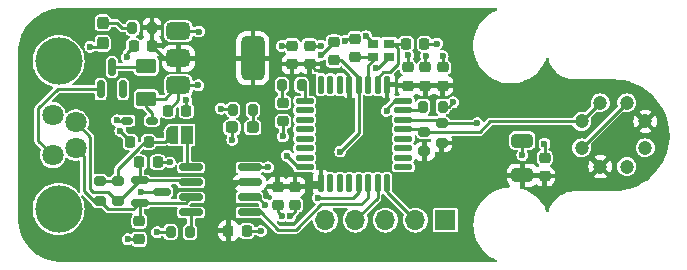
<source format=gbr>
%TF.GenerationSoftware,KiCad,Pcbnew,8.0.8*%
%TF.CreationDate,2025-03-12T20:30:10+01:00*%
%TF.ProjectId,TTS,5454532e-6b69-4636-9164-5f7063625858,rev?*%
%TF.SameCoordinates,PX2255100PY2ebae40*%
%TF.FileFunction,Copper,L1,Top*%
%TF.FilePolarity,Positive*%
%FSLAX46Y46*%
G04 Gerber Fmt 4.6, Leading zero omitted, Abs format (unit mm)*
G04 Created by KiCad (PCBNEW 8.0.8) date 2025-03-12 20:30:10*
%MOMM*%
%LPD*%
G01*
G04 APERTURE LIST*
G04 Aperture macros list*
%AMRoundRect*
0 Rectangle with rounded corners*
0 $1 Rounding radius*
0 $2 $3 $4 $5 $6 $7 $8 $9 X,Y pos of 4 corners*
0 Add a 4 corners polygon primitive as box body*
4,1,4,$2,$3,$4,$5,$6,$7,$8,$9,$2,$3,0*
0 Add four circle primitives for the rounded corners*
1,1,$1+$1,$2,$3*
1,1,$1+$1,$4,$5*
1,1,$1+$1,$6,$7*
1,1,$1+$1,$8,$9*
0 Add four rect primitives between the rounded corners*
20,1,$1+$1,$2,$3,$4,$5,0*
20,1,$1+$1,$4,$5,$6,$7,0*
20,1,$1+$1,$6,$7,$8,$9,0*
20,1,$1+$1,$8,$9,$2,$3,0*%
%AMFreePoly0*
4,1,19,0.550000,-0.750000,0.000000,-0.750000,0.000000,-0.744911,-0.071157,-0.744911,-0.207708,-0.704816,-0.327430,-0.627875,-0.420627,-0.520320,-0.479746,-0.390866,-0.500000,-0.250000,-0.500000,0.250000,-0.479746,0.390866,-0.420627,0.520320,-0.327430,0.627875,-0.207708,0.704816,-0.071157,0.744911,0.000000,0.744911,0.000000,0.750000,0.550000,0.750000,0.550000,-0.750000,0.550000,-0.750000,
$1*%
%AMFreePoly1*
4,1,19,0.000000,0.744911,0.071157,0.744911,0.207708,0.704816,0.327430,0.627875,0.420627,0.520320,0.479746,0.390866,0.500000,0.250000,0.500000,-0.250000,0.479746,-0.390866,0.420627,-0.520320,0.327430,-0.627875,0.207708,-0.704816,0.071157,-0.744911,0.000000,-0.744911,0.000000,-0.750000,-0.550000,-0.750000,-0.550000,0.750000,0.000000,0.750000,0.000000,0.744911,0.000000,0.744911,
$1*%
G04 Aperture macros list end*
%TA.AperFunction,SMDPad,CuDef*%
%ADD10RoundRect,0.150000X-0.587500X-0.150000X0.587500X-0.150000X0.587500X0.150000X-0.587500X0.150000X0*%
%TD*%
%TA.AperFunction,SMDPad,CuDef*%
%ADD11RoundRect,0.225000X0.225000X0.250000X-0.225000X0.250000X-0.225000X-0.250000X0.225000X-0.250000X0*%
%TD*%
%TA.AperFunction,ComponentPad*%
%ADD12R,1.700000X1.700000*%
%TD*%
%TA.AperFunction,ComponentPad*%
%ADD13O,1.700000X1.700000*%
%TD*%
%TA.AperFunction,SMDPad,CuDef*%
%ADD14R,0.900000X0.800000*%
%TD*%
%TA.AperFunction,ComponentPad*%
%ADD15C,1.800000*%
%TD*%
%TA.AperFunction,ComponentPad*%
%ADD16C,4.000000*%
%TD*%
%TA.AperFunction,SMDPad,CuDef*%
%ADD17RoundRect,0.225000X-0.225000X-0.250000X0.225000X-0.250000X0.225000X0.250000X-0.225000X0.250000X0*%
%TD*%
%TA.AperFunction,SMDPad,CuDef*%
%ADD18RoundRect,0.150000X0.325000X0.150000X-0.325000X0.150000X-0.325000X-0.150000X0.325000X-0.150000X0*%
%TD*%
%TA.AperFunction,SMDPad,CuDef*%
%ADD19RoundRect,0.150000X0.825000X0.150000X-0.825000X0.150000X-0.825000X-0.150000X0.825000X-0.150000X0*%
%TD*%
%TA.AperFunction,SMDPad,CuDef*%
%ADD20RoundRect,0.237500X-0.287500X-0.237500X0.287500X-0.237500X0.287500X0.237500X-0.287500X0.237500X0*%
%TD*%
%TA.AperFunction,SMDPad,CuDef*%
%ADD21RoundRect,0.150000X0.150000X-0.587500X0.150000X0.587500X-0.150000X0.587500X-0.150000X-0.587500X0*%
%TD*%
%TA.AperFunction,SMDPad,CuDef*%
%ADD22RoundRect,0.200000X0.275000X-0.200000X0.275000X0.200000X-0.275000X0.200000X-0.275000X-0.200000X0*%
%TD*%
%TA.AperFunction,SMDPad,CuDef*%
%ADD23RoundRect,0.200000X0.200000X0.275000X-0.200000X0.275000X-0.200000X-0.275000X0.200000X-0.275000X0*%
%TD*%
%TA.AperFunction,SMDPad,CuDef*%
%ADD24RoundRect,0.200000X-0.200000X-0.275000X0.200000X-0.275000X0.200000X0.275000X-0.200000X0.275000X0*%
%TD*%
%TA.AperFunction,SMDPad,CuDef*%
%ADD25RoundRect,0.125000X-0.125000X0.625000X-0.125000X-0.625000X0.125000X-0.625000X0.125000X0.625000X0*%
%TD*%
%TA.AperFunction,SMDPad,CuDef*%
%ADD26RoundRect,0.125000X-0.625000X0.125000X-0.625000X-0.125000X0.625000X-0.125000X0.625000X0.125000X0*%
%TD*%
%TA.AperFunction,ComponentPad*%
%ADD27C,1.200000*%
%TD*%
%TA.AperFunction,SMDPad,CuDef*%
%ADD28RoundRect,0.237500X0.237500X-0.287500X0.237500X0.287500X-0.237500X0.287500X-0.237500X-0.287500X0*%
%TD*%
%TA.AperFunction,SMDPad,CuDef*%
%ADD29RoundRect,0.225000X0.250000X-0.225000X0.250000X0.225000X-0.250000X0.225000X-0.250000X-0.225000X0*%
%TD*%
%TA.AperFunction,SMDPad,CuDef*%
%ADD30RoundRect,0.218750X0.256250X-0.218750X0.256250X0.218750X-0.256250X0.218750X-0.256250X-0.218750X0*%
%TD*%
%TA.AperFunction,SMDPad,CuDef*%
%ADD31RoundRect,0.250000X-0.625000X0.375000X-0.625000X-0.375000X0.625000X-0.375000X0.625000X0.375000X0*%
%TD*%
%TA.AperFunction,SMDPad,CuDef*%
%ADD32RoundRect,0.225000X-0.250000X0.225000X-0.250000X-0.225000X0.250000X-0.225000X0.250000X0.225000X0*%
%TD*%
%TA.AperFunction,SMDPad,CuDef*%
%ADD33FreePoly0,180.000000*%
%TD*%
%TA.AperFunction,SMDPad,CuDef*%
%ADD34R,1.000000X1.500000*%
%TD*%
%TA.AperFunction,SMDPad,CuDef*%
%ADD35FreePoly1,180.000000*%
%TD*%
%TA.AperFunction,SMDPad,CuDef*%
%ADD36RoundRect,0.375000X-0.625000X-0.375000X0.625000X-0.375000X0.625000X0.375000X-0.625000X0.375000X0*%
%TD*%
%TA.AperFunction,SMDPad,CuDef*%
%ADD37RoundRect,0.500000X-0.500000X-1.400000X0.500000X-1.400000X0.500000X1.400000X-0.500000X1.400000X0*%
%TD*%
%TA.AperFunction,SMDPad,CuDef*%
%ADD38RoundRect,0.250000X0.650000X-0.325000X0.650000X0.325000X-0.650000X0.325000X-0.650000X-0.325000X0*%
%TD*%
%TA.AperFunction,SMDPad,CuDef*%
%ADD39RoundRect,0.200000X-0.275000X0.200000X-0.275000X-0.200000X0.275000X-0.200000X0.275000X0.200000X0*%
%TD*%
%TA.AperFunction,ViaPad*%
%ADD40C,0.600000*%
%TD*%
%TA.AperFunction,Conductor*%
%ADD41C,0.250000*%
%TD*%
G04 APERTURE END LIST*
D10*
%TO.P,D3,1,A1*%
%TO.N,CAN_L*%
X109572500Y4160000D03*
%TO.P,D3,2,A2*%
%TO.N,CAN_H*%
X109572500Y2260000D03*
%TO.P,D3,3,common*%
%TO.N,GND*%
X111447500Y3210000D03*
%TD*%
D11*
%TO.P,C12,1*%
%TO.N,/Vref*%
X110320000Y7430000D03*
%TO.P,C12,2*%
%TO.N,GND*%
X108770000Y7430000D03*
%TD*%
D12*
%TO.P,J2,1,Pin_1*%
%TO.N,+3V3*%
X135440000Y810000D03*
D13*
%TO.P,J2,2,Pin_2*%
%TO.N,SWCLK*%
X132900000Y810000D03*
%TO.P,J2,3,Pin_3*%
%TO.N,GND*%
X130360001Y810000D03*
%TO.P,J2,4,Pin_4*%
%TO.N,SWDIO*%
X127820000Y810000D03*
%TO.P,J2,5,Pin_5*%
%TO.N,NRST*%
X125280000Y810000D03*
%TD*%
D14*
%TO.P,Y1,1,1*%
%TO.N,Net-(U5-PF1)*%
X129285000Y14640000D03*
%TO.P,Y1,2,2*%
%TO.N,GND*%
X130685000Y14640000D03*
%TO.P,Y1,3,3*%
%TO.N,Net-(U5-PF0)*%
X130685000Y15740000D03*
%TO.P,Y1,4,4*%
%TO.N,GND*%
X129285000Y15740000D03*
%TD*%
D15*
%TO.P,J1,1,Pin_1*%
%TO.N,Net-(D4-A)*%
X102200000Y6300000D03*
%TO.P,J1,2,Pin_2*%
%TO.N,CAN_H*%
X104150000Y6925000D03*
%TO.P,J1,3,Pin_3*%
%TO.N,GND*%
X102200000Y9700000D03*
%TO.P,J1,4,Pin_4*%
%TO.N,CAN_L*%
X104150000Y9075000D03*
D16*
%TO.P,J1,5*%
%TO.N,GND*%
X102700000Y14250000D03*
X102700000Y1750000D03*
%TD*%
D17*
%TO.P,C15,1*%
%TO.N,+3.3V*%
X117085000Y-100000D03*
%TO.P,C15,2*%
%TO.N,GND*%
X118635000Y-100000D03*
%TD*%
D18*
%TO.P,D1,1,K*%
%TO.N,+5V*%
X110620000Y9230000D03*
%TO.P,D1,2,A*%
%TO.N,GND*%
X108520000Y9230000D03*
%TD*%
D19*
%TO.P,U4,1,D*%
%TO.N,/CAN_Tx*%
X118870000Y1455000D03*
%TO.P,U4,2,GND*%
%TO.N,GND*%
X118870000Y2725000D03*
%TO.P,U4,3,VCC*%
%TO.N,+3.3V*%
X118870000Y3995000D03*
%TO.P,U4,4,R*%
%TO.N,/CAN_Rx*%
X118870000Y5265000D03*
%TO.P,U4,5,Vref*%
%TO.N,Net-(JP1-C)*%
X113920000Y5265000D03*
%TO.P,U4,6,CANL*%
%TO.N,CAN_L*%
X113920000Y3995000D03*
%TO.P,U4,7,CANH*%
%TO.N,CAN_H*%
X113920000Y2725000D03*
%TO.P,U4,8,Rs*%
%TO.N,Net-(U4-Rs)*%
X113920000Y1455000D03*
%TD*%
D20*
%TO.P,VO2,1,K*%
%TO.N,GND*%
X117377500Y8650000D03*
%TO.P,VO2,2,A*%
%TO.N,Net-(VO2-A)*%
X119127500Y8650000D03*
%TD*%
D21*
%TO.P,D4,*%
%TO.N,*%
X108160000Y11892500D03*
%TO.P,D4,1,K*%
%TO.N,Net-(D4-K)*%
X107210000Y13767500D03*
%TO.P,D4,2,A*%
%TO.N,Net-(D4-A)*%
X106260000Y11892500D03*
%TD*%
D22*
%TO.P,R1,1*%
%TO.N,+3.3V*%
X133670000Y6625000D03*
%TO.P,R1,2*%
%TO.N,/I2C_SCL*%
X133670000Y8275000D03*
%TD*%
D23*
%TO.P,R3,1*%
%TO.N,Net-(U4-Rs)*%
X113825000Y-210000D03*
%TO.P,R3,2*%
%TO.N,GND*%
X112175000Y-210000D03*
%TD*%
D22*
%TO.P,R2,1*%
%TO.N,+3.3V*%
X135135000Y7345000D03*
%TO.P,R2,2*%
%TO.N,/I2C_SDA*%
X135135000Y8995000D03*
%TD*%
D24*
%TO.P,R9,1*%
%TO.N,+5V*%
X117485000Y10150000D03*
%TO.P,R9,2*%
%TO.N,Net-(VO2-A)*%
X119135000Y10150000D03*
%TD*%
D25*
%TO.P,U5,1,VDD*%
%TO.N,+3.3V*%
X130510000Y12275000D03*
%TO.P,U5,2,PF0*%
%TO.N,Net-(U5-PF0)*%
X129710000Y12275000D03*
%TO.P,U5,3,PF1*%
%TO.N,Net-(U5-PF1)*%
X128910000Y12275000D03*
%TO.P,U5,4,NRST*%
%TO.N,NRST*%
X128110000Y12275000D03*
%TO.P,U5,5,VDDA*%
%TO.N,+3.3V*%
X127310000Y12275000D03*
%TO.P,U5,6,PA0*%
%TO.N,unconnected-(U5-PA0-Pad6)*%
X126510000Y12275000D03*
%TO.P,U5,7,PA1*%
%TO.N,unconnected-(U5-PA1-Pad7)*%
X125710000Y12275000D03*
%TO.P,U5,8,PA2*%
%TO.N,unconnected-(U5-PA2-Pad8)*%
X124910000Y12275000D03*
D26*
%TO.P,U5,9,PA3*%
%TO.N,/STATUS_LED*%
X123535000Y10900000D03*
%TO.P,U5,10,PA4*%
%TO.N,unconnected-(U5-PA4-Pad10)*%
X123535000Y10100000D03*
%TO.P,U5,11,PA5*%
%TO.N,unconnected-(U5-PA5-Pad11)*%
X123535000Y9300000D03*
%TO.P,U5,12,PA6*%
%TO.N,unconnected-(U5-PA6-Pad12)*%
X123535000Y8500000D03*
%TO.P,U5,13,PA7*%
%TO.N,unconnected-(U5-PA7-Pad13)*%
X123535000Y7700000D03*
%TO.P,U5,14,PB0*%
%TO.N,unconnected-(U5-PB0-Pad14)*%
X123535000Y6900000D03*
%TO.P,U5,15,PB1*%
%TO.N,unconnected-(U5-PB1-Pad15)*%
X123535000Y6100000D03*
%TO.P,U5,16,VSS*%
%TO.N,GND*%
X123535000Y5300000D03*
D25*
%TO.P,U5,17,VDDIO2*%
%TO.N,+3.3V*%
X124910000Y3925000D03*
%TO.P,U5,18,PA8*%
%TO.N,unconnected-(U5-PA8-Pad18)*%
X125710000Y3925000D03*
%TO.P,U5,19,PA9*%
%TO.N,unconnected-(U5-PA9-Pad19)*%
X126510000Y3925000D03*
%TO.P,U5,20,PA10*%
%TO.N,unconnected-(U5-PA10-Pad20)*%
X127310000Y3925000D03*
%TO.P,U5,21,PA11*%
%TO.N,/CAN_Rx*%
X128110000Y3925000D03*
%TO.P,U5,22,PA12*%
%TO.N,/CAN_Tx*%
X128910000Y3925000D03*
%TO.P,U5,23,PA13*%
%TO.N,SWDIO*%
X129710000Y3925000D03*
%TO.P,U5,24,PA14*%
%TO.N,SWCLK*%
X130510000Y3925000D03*
D26*
%TO.P,U5,25,PA15*%
%TO.N,unconnected-(U5-PA15-Pad25)*%
X131885000Y5300000D03*
%TO.P,U5,26,PB3*%
%TO.N,unconnected-(U5-PB3-Pad26)*%
X131885000Y6100000D03*
%TO.P,U5,27,PB4*%
%TO.N,unconnected-(U5-PB4-Pad27)*%
X131885000Y6900000D03*
%TO.P,U5,28,PB5*%
%TO.N,unconnected-(U5-PB5-Pad28)*%
X131885000Y7700000D03*
%TO.P,U5,29,PB6*%
%TO.N,/I2C_SCL*%
X131885000Y8500000D03*
%TO.P,U5,30,PB7*%
%TO.N,/I2C_SDA*%
X131885000Y9300000D03*
%TO.P,U5,31,PB8*%
%TO.N,Net-(U5-PB8)*%
X131885000Y10100000D03*
%TO.P,U5,32,VSSA*%
%TO.N,GND*%
X131885000Y10900000D03*
%TD*%
D27*
%TO.P,U2,1,SCK*%
%TO.N,/I2C_SCL*%
X146980000Y9154872D03*
X148562564Y10737436D03*
%TO.P,U2,2,3V3*%
%TO.N,+3.3V*%
X148562564Y5337436D03*
X152380000Y9154872D03*
%TO.P,U2,3,GND*%
%TO.N,GND*%
X150797436Y5337436D03*
X152380000Y6920000D03*
%TO.P,U2,4,SDA*%
%TO.N,/I2C_SDA*%
X146980000Y6920000D03*
X150797436Y10737436D03*
%TD*%
D28*
%TO.P,VO1,1,K*%
%TO.N,GND*%
X106440000Y15765000D03*
%TO.P,VO1,2,A*%
%TO.N,Net-(VO1-A)*%
X106440000Y17515000D03*
%TD*%
D29*
%TO.P,C6,1*%
%TO.N,+3.3V*%
X132275000Y12185000D03*
%TO.P,C6,2*%
%TO.N,GND*%
X132275000Y13735000D03*
%TD*%
D11*
%TO.P,C14,1*%
%TO.N,GND*%
X111095000Y5690000D03*
%TO.P,C14,2*%
%TO.N,CAN_L*%
X109545000Y5690000D03*
%TD*%
D30*
%TO.P,D2,1,K*%
%TO.N,GND*%
X121685000Y9162500D03*
%TO.P,D2,2,A*%
%TO.N,Net-(D2-A)*%
X121685000Y10737500D03*
%TD*%
D31*
%TO.P,F1,1*%
%TO.N,Net-(D4-K)*%
X110130000Y13860000D03*
%TO.P,F1,2*%
%TO.N,+5V*%
X110130000Y11060000D03*
%TD*%
D23*
%TO.P,R5,1*%
%TO.N,+3.3V*%
X110605000Y17090000D03*
%TO.P,R5,2*%
%TO.N,Net-(VO1-A)*%
X108955000Y17090000D03*
%TD*%
D32*
%TO.P,C17,1*%
%TO.N,+3.3V*%
X121250000Y3645000D03*
%TO.P,C17,2*%
%TO.N,GND*%
X121250000Y2095000D03*
%TD*%
D22*
%TO.P,R8,1*%
%TO.N,CAN_L*%
X107700000Y2435000D03*
%TO.P,R8,2*%
%TO.N,/Vref*%
X107700000Y4085000D03*
%TD*%
D24*
%TO.P,R4,1*%
%TO.N,Net-(U5-PB8)*%
X133570000Y10420000D03*
%TO.P,R4,2*%
%TO.N,GND*%
X135220000Y10420000D03*
%TD*%
D29*
%TO.P,C8,1*%
%TO.N,+3.3V*%
X122455000Y14015000D03*
%TO.P,C8,2*%
%TO.N,GND*%
X122455000Y15565000D03*
%TD*%
D33*
%TO.P,JP1,1,A*%
%TO.N,+3.3V*%
X114890000Y8017500D03*
D34*
%TO.P,JP1,2,C*%
%TO.N,Net-(JP1-C)*%
X113590000Y8017500D03*
D35*
%TO.P,JP1,3,B*%
%TO.N,/Vref*%
X112290000Y8017500D03*
%TD*%
D29*
%TO.P,C10,1*%
%TO.N,Net-(U5-PF1)*%
X127830000Y14615000D03*
%TO.P,C10,2*%
%TO.N,GND*%
X127830000Y16165000D03*
%TD*%
%TO.P,C4,1*%
%TO.N,+3.3V*%
X143850000Y4535000D03*
%TO.P,C4,2*%
%TO.N,GND*%
X143850000Y6085000D03*
%TD*%
D36*
%TO.P,U1,1,GND*%
%TO.N,GND*%
X112850000Y16810000D03*
%TO.P,U1,2,VO*%
%TO.N,+3.3V*%
X112850000Y14510000D03*
D37*
X119150000Y14510000D03*
D36*
%TO.P,U1,3,VI*%
%TO.N,+5V*%
X112850000Y12210000D03*
%TD*%
D38*
%TO.P,C11,1*%
%TO.N,+3.3V*%
X141960000Y4595000D03*
%TO.P,C11,2*%
%TO.N,GND*%
X141960000Y7545000D03*
%TD*%
D11*
%TO.P,C9,1*%
%TO.N,GND*%
X133675000Y15750000D03*
%TO.P,C9,2*%
%TO.N,Net-(U5-PF0)*%
X132125000Y15750000D03*
%TD*%
D32*
%TO.P,C18,1*%
%TO.N,+3.3V*%
X122710000Y3645000D03*
%TO.P,C18,2*%
%TO.N,GND*%
X122710000Y2095000D03*
%TD*%
D17*
%TO.P,C1,1*%
%TO.N,+5V*%
X111955000Y10080000D03*
%TO.P,C1,2*%
%TO.N,GND*%
X113505000Y10080000D03*
%TD*%
D23*
%TO.P,R6,1*%
%TO.N,/STATUS_LED*%
X123270000Y12230000D03*
%TO.P,R6,2*%
%TO.N,Net-(D2-A)*%
X121620000Y12230000D03*
%TD*%
D29*
%TO.P,C16,1*%
%TO.N,+3.3V*%
X123945000Y14025000D03*
%TO.P,C16,2*%
%TO.N,GND*%
X123945000Y15575000D03*
%TD*%
D39*
%TO.P,R7,1*%
%TO.N,/Vref*%
X106180000Y4095000D03*
%TO.P,R7,2*%
%TO.N,CAN_H*%
X106180000Y2445000D03*
%TD*%
D11*
%TO.P,C2,1*%
%TO.N,+3.3V*%
X110605000Y15560000D03*
%TO.P,C2,2*%
%TO.N,GND*%
X109055000Y15560000D03*
%TD*%
D32*
%TO.P,C3,1*%
%TO.N,GND*%
X126025000Y15875000D03*
%TO.P,C3,2*%
%TO.N,NRST*%
X126025000Y14325000D03*
%TD*%
D29*
%TO.P,C7,1*%
%TO.N,+3.3V*%
X133755000Y12185000D03*
%TO.P,C7,2*%
%TO.N,GND*%
X133755000Y13735000D03*
%TD*%
D32*
%TO.P,C13,1*%
%TO.N,CAN_H*%
X109540000Y735000D03*
%TO.P,C13,2*%
%TO.N,GND*%
X109540000Y-815000D03*
%TD*%
D29*
%TO.P,C5,1*%
%TO.N,+3.3V*%
X135225000Y12185000D03*
%TO.P,C5,2*%
%TO.N,GND*%
X135225000Y13735000D03*
%TD*%
D40*
%TO.N,+3.3V*%
X136790000Y7210000D03*
X136780000Y9730000D03*
%TO.N,GND*%
X108540000Y-810000D03*
X133785000Y14730000D03*
X121595000Y15550000D03*
X107660000Y9250000D03*
X126950000Y16010000D03*
X135225000Y14680000D03*
X119830000Y-120000D03*
X122299883Y1117039D03*
X112130000Y5690000D03*
X124945000Y14800000D03*
X107930000Y8360000D03*
X114580000Y16770000D03*
X143840000Y7280000D03*
X132295000Y14750000D03*
X120190000Y2100000D03*
X105390000Y15470000D03*
X108480000Y14590000D03*
X129600000Y13673526D03*
X141960000Y6310000D03*
X121690000Y7900000D03*
X111050000Y-210000D03*
X124925000Y15575000D03*
X117410000Y7590000D03*
X121600000Y1130000D03*
X109680000Y3220000D03*
X128728359Y16398359D03*
X122020000Y6260000D03*
X134750000Y15750000D03*
X113509382Y10960000D03*
X130470000Y10050000D03*
X136100000Y10790000D03*
%TO.N,+5V*%
X114520000Y12220000D03*
X116450000Y10240000D03*
%TO.N,/I2C_SDA*%
X138140000Y8995000D03*
%TO.N,NRST*%
X126550000Y6610000D03*
%TO.N,/CAN_Rx*%
X124624644Y2694861D03*
X120430000Y5270000D03*
%TD*%
D41*
%TO.N,+3.3V*%
X132275000Y12185000D02*
X133755000Y12185000D01*
X143790000Y4595000D02*
X143850000Y4535000D01*
X124420000Y13550000D02*
X126753110Y13550000D01*
X124910000Y3925000D02*
X124630000Y3645000D01*
X111655000Y14510000D02*
X110605000Y15560000D01*
X141960000Y4595000D02*
X143790000Y4595000D01*
X112850000Y14510000D02*
X111655000Y14510000D01*
X130510000Y12275000D02*
X132185000Y12275000D01*
X127310000Y12993110D02*
X127310000Y12275000D01*
X124630000Y3645000D02*
X122710000Y3645000D01*
X143850000Y4535000D02*
X147760128Y4535000D01*
X117085000Y3184999D02*
X117085000Y-100000D01*
X148562564Y5337436D02*
X152380000Y9154872D01*
X126753110Y13550000D02*
X127310000Y12993110D01*
X133755000Y12185000D02*
X135225000Y12185000D01*
X117895001Y3995000D02*
X117085000Y3184999D01*
X118870000Y3995000D02*
X117895001Y3995000D01*
X123945000Y14025000D02*
X124420000Y13550000D01*
X147760128Y4535000D02*
X148562564Y5337436D01*
X122710000Y3645000D02*
X121250000Y3645000D01*
X132185000Y12275000D02*
X132275000Y12185000D01*
X110605000Y15560000D02*
X110605000Y17090000D01*
%TO.N,GND*%
X126950000Y16010000D02*
X127105000Y16165000D01*
X119830000Y-120000D02*
X119810000Y-100000D01*
X109690000Y3210000D02*
X109680000Y3220000D01*
X126025000Y15875000D02*
X126020000Y15875000D01*
X108770000Y7520000D02*
X107930000Y8360000D01*
X121610000Y15565000D02*
X122455000Y15565000D01*
X133755000Y14700000D02*
X133785000Y14730000D01*
X107680000Y9230000D02*
X108520000Y9230000D01*
X113505000Y10080000D02*
X113505000Y10955618D01*
X123945000Y15575000D02*
X124925000Y15575000D01*
X105390000Y15470000D02*
X106145000Y15470000D01*
X111095000Y5690000D02*
X112130000Y5690000D01*
X114540000Y16810000D02*
X114580000Y16770000D01*
X108480000Y14590000D02*
X108480000Y14985000D01*
X132275000Y14730000D02*
X132295000Y14750000D01*
X111447500Y3210000D02*
X109690000Y3210000D01*
X121250000Y2095000D02*
X121250000Y1480000D01*
X120190000Y2100000D02*
X119565000Y2725000D01*
X117410000Y7590000D02*
X117377500Y7622500D01*
X131135001Y10900000D02*
X130470000Y10234999D01*
X109535000Y-810000D02*
X109540000Y-815000D01*
X127700000Y16045000D02*
X127700000Y15875000D01*
X108770000Y7430000D02*
X108770000Y7520000D01*
X107660000Y9250000D02*
X107680000Y9230000D01*
X108480000Y14985000D02*
X109055000Y15560000D01*
X135225000Y13735000D02*
X135225000Y14680000D01*
X121690000Y7900000D02*
X121690000Y9157500D01*
X121250000Y1480000D02*
X121600000Y1130000D01*
X121690000Y9157500D02*
X121685000Y9162500D01*
X129718526Y13673526D02*
X130685000Y14640000D01*
X135220000Y10420000D02*
X135730000Y10420000D01*
X111050000Y-210000D02*
X112175000Y-210000D01*
X122710000Y1527156D02*
X122299883Y1117039D01*
X126020000Y15875000D02*
X124945000Y14800000D01*
X130470000Y10234999D02*
X130470000Y10050000D01*
X134750000Y15750000D02*
X133725000Y15750000D01*
X106145000Y15470000D02*
X106440000Y15765000D01*
X121595000Y15550000D02*
X121610000Y15565000D01*
X119810000Y-100000D02*
X118635000Y-100000D01*
X122710000Y2095000D02*
X122710000Y1527156D01*
X122020000Y6225140D02*
X122945140Y5300000D01*
X122020000Y6260000D02*
X122020000Y6225140D01*
X117377500Y7622500D02*
X117377500Y8650000D01*
X113505000Y10955618D02*
X113509382Y10960000D01*
X129285000Y15841718D02*
X129285000Y15740000D01*
X135730000Y10420000D02*
X136100000Y10790000D01*
X108540000Y-810000D02*
X109535000Y-810000D01*
X127105000Y16165000D02*
X127830000Y16165000D01*
X122945140Y5300000D02*
X123535000Y5300000D01*
X143850000Y6085000D02*
X143850000Y7270000D01*
X141960000Y6310000D02*
X141960000Y7545000D01*
X133755000Y13735000D02*
X133755000Y14700000D01*
X129600000Y13673526D02*
X129718526Y13673526D01*
X128728359Y16398359D02*
X129285000Y15841718D01*
X132275000Y13735000D02*
X132275000Y14730000D01*
X119565000Y2725000D02*
X118870000Y2725000D01*
X112850000Y16810000D02*
X114540000Y16810000D01*
X131885000Y10900000D02*
X131135001Y10900000D01*
X143850000Y7270000D02*
X143840000Y7280000D01*
%TO.N,+5V*%
X112850000Y12210000D02*
X114510000Y12210000D01*
X117395000Y10240000D02*
X117485000Y10150000D01*
X110130000Y10360000D02*
X110130000Y11060000D01*
X110130000Y11060000D02*
X111700000Y11060000D01*
X111700000Y11060000D02*
X112850000Y12210000D01*
X110620000Y9230000D02*
X110620000Y9870000D01*
X116450000Y10240000D02*
X117395000Y10240000D01*
X112850000Y10975000D02*
X111955000Y10080000D01*
X112850000Y12210000D02*
X112850000Y10975000D01*
X114510000Y12210000D02*
X114520000Y12220000D01*
X110620000Y9870000D02*
X110130000Y10360000D01*
%TO.N,/I2C_SDA*%
X134830000Y9300000D02*
X135135000Y8995000D01*
X138140000Y8995000D02*
X135135000Y8995000D01*
X146980000Y6920000D02*
X150797436Y10737436D01*
X131885000Y9300000D02*
X134830000Y9300000D01*
%TO.N,/I2C_SCL*%
X131885000Y8500000D02*
X133445000Y8500000D01*
X139244872Y9154872D02*
X146980000Y9154872D01*
X133670000Y8275000D02*
X133675000Y8270000D01*
X138360000Y8270000D02*
X139244872Y9154872D01*
X133445000Y8500000D02*
X133670000Y8275000D01*
X146980000Y9154872D02*
X148562564Y10737436D01*
X133675000Y8270000D02*
X138360000Y8270000D01*
%TO.N,CAN_H*%
X104150000Y6925000D02*
X104880000Y6195000D01*
X109572500Y757500D02*
X109555000Y740000D01*
X104880000Y3285600D02*
X105720600Y2445000D01*
X113455000Y2260000D02*
X113920000Y2725000D01*
X106180000Y2445000D02*
X106915000Y1710000D01*
X105720600Y2445000D02*
X106130000Y2445000D01*
X109572500Y2260000D02*
X109572500Y757500D01*
X106915000Y1710000D02*
X109022500Y1710000D01*
X109572500Y2260000D02*
X113455000Y2260000D01*
X104880000Y6195000D02*
X104880000Y3285600D01*
X109022500Y1710000D02*
X109572500Y2260000D01*
%TO.N,CAN_L*%
X109572500Y4160000D02*
X109572500Y5662500D01*
X107700000Y2435000D02*
X107847500Y2435000D01*
X113755000Y4160000D02*
X113920000Y3995000D01*
X104150000Y9075000D02*
X105380000Y7845000D01*
X106915000Y3170000D02*
X107650000Y2435000D01*
X105380000Y3421996D02*
X105631996Y3170000D01*
X105631996Y3170000D02*
X106915000Y3170000D01*
X109572500Y4160000D02*
X113755000Y4160000D01*
X109572500Y5662500D02*
X109545000Y5690000D01*
X107847500Y2435000D02*
X109572500Y4160000D01*
X105380000Y7845000D02*
X105380000Y3421996D01*
%TO.N,Net-(U4-Rs)*%
X113920000Y-115000D02*
X113945000Y-140000D01*
X113920000Y1455000D02*
X113920000Y-115000D01*
%TO.N,NRST*%
X125855000Y810000D02*
X125280000Y810000D01*
X126550000Y6610000D02*
X128110000Y8170000D01*
X128110000Y12864860D02*
X128110000Y12275000D01*
X128110000Y8170000D02*
X128110000Y12275000D01*
X126025000Y14325000D02*
X126649860Y14325000D01*
X126649860Y14325000D02*
X128110000Y12864860D01*
%TO.N,Net-(U5-PF0)*%
X130685000Y15740000D02*
X131085000Y15740000D01*
X129710000Y12864860D02*
X129710000Y12275000D01*
X130195140Y13350000D02*
X129710000Y12864860D01*
X132115000Y15740000D02*
X132125000Y15750000D01*
X130685000Y15740000D02*
X132115000Y15740000D01*
X130800000Y13350000D02*
X130195140Y13350000D01*
X131085000Y15740000D02*
X131460000Y15365000D01*
X131460000Y14010000D02*
X130800000Y13350000D01*
X131460000Y15365000D02*
X131460000Y14010000D01*
%TO.N,SWDIO*%
X127820000Y810000D02*
X129710000Y2700000D01*
X129710000Y2700000D02*
X129710000Y3925000D01*
%TO.N,Net-(U5-PF1)*%
X129285000Y14297055D02*
X129285000Y14640000D01*
X127830000Y14615000D02*
X129260000Y14615000D01*
X129260000Y14615000D02*
X129285000Y14640000D01*
X128910000Y12275000D02*
X128910000Y13922055D01*
X128910000Y13922055D02*
X129285000Y14297055D01*
%TO.N,/Vref*%
X109545000Y6955000D02*
X109545000Y6945948D01*
X107690000Y4095000D02*
X107700000Y4085000D01*
X106180000Y4095000D02*
X107690000Y4095000D01*
X110320000Y7430000D02*
X110020000Y7430000D01*
X110020000Y7430000D02*
X109545000Y6955000D01*
X110320000Y7430000D02*
X111702500Y7430000D01*
X109229052Y6630000D02*
X109220000Y6630000D01*
X107700000Y5110000D02*
X107700000Y4085000D01*
X111702500Y7430000D02*
X112290000Y8017500D01*
X109220000Y6630000D02*
X107700000Y5110000D01*
X109545000Y6945948D02*
X109229052Y6630000D01*
%TO.N,Net-(D4-K)*%
X110037500Y13767500D02*
X110130000Y13860000D01*
X107210000Y13767500D02*
X110037500Y13767500D01*
%TO.N,Net-(D4-A)*%
X100975000Y10255000D02*
X102612500Y11892500D01*
X102200000Y6300000D02*
X100975000Y7525000D01*
X100975000Y7525000D02*
X100975000Y10255000D01*
X102612500Y11892500D02*
X106260000Y11892500D01*
%TO.N,Net-(JP1-C)*%
X113590000Y5595000D02*
X113920000Y5265000D01*
X113590000Y8017500D02*
X113590000Y5595000D01*
%TO.N,Net-(U5-PB8)*%
X133250000Y10100000D02*
X133570000Y10420000D01*
X131885000Y10100000D02*
X133250000Y10100000D01*
%TO.N,SWCLK*%
X130510000Y3200000D02*
X130510000Y3925000D01*
X132900000Y810000D02*
X130510000Y3200000D01*
%TO.N,/CAN_Tx*%
X121315849Y-15850D02*
X122792449Y-15850D01*
X119844999Y1455000D02*
X121315849Y-15850D01*
X124938299Y2130000D02*
X128340000Y2130000D01*
X128340000Y2130000D02*
X128910000Y2700000D01*
X118870000Y1455000D02*
X119844999Y1455000D01*
X122792449Y-15850D02*
X124938299Y2130000D01*
X128910000Y2700000D02*
X128910000Y3925000D01*
%TO.N,/CAN_Rx*%
X118870000Y5265000D02*
X120425000Y5265000D01*
X124624644Y2694861D02*
X124629505Y2690000D01*
X124629505Y2690000D02*
X127624999Y2690000D01*
X128110000Y3175001D02*
X128110000Y3925000D01*
X127624999Y2690000D02*
X128110000Y3175001D01*
X120425000Y5265000D02*
X120430000Y5270000D01*
%TO.N,Net-(D2-A)*%
X121620000Y10802500D02*
X121685000Y10737500D01*
X121620000Y12230000D02*
X121620000Y10802500D01*
%TO.N,/STATUS_LED*%
X123535000Y11965000D02*
X123270000Y12230000D01*
X123535000Y10900000D02*
X123535000Y11965000D01*
%TO.N,Net-(VO1-A)*%
X107635000Y17515000D02*
X108060000Y17090000D01*
X106440000Y17515000D02*
X107635000Y17515000D01*
X108060000Y17090000D02*
X108955000Y17090000D01*
%TO.N,Net-(VO2-A)*%
X119135000Y8657500D02*
X119127500Y8650000D01*
X119135000Y10150000D02*
X119135000Y8657500D01*
%TD*%
%TA.AperFunction,Conductor*%
%TO.N,+3.3V*%
G36*
X139820642Y18730593D02*
G01*
X139856606Y18681093D01*
X139856606Y18619907D01*
X139820642Y18570407D01*
X139795805Y18557289D01*
X139765417Y18546415D01*
X139765406Y18546411D01*
X139481524Y18412146D01*
X139212185Y18250709D01*
X138959940Y18063632D01*
X138959933Y18063626D01*
X138727273Y17852755D01*
X138727245Y17852727D01*
X138516374Y17620067D01*
X138516368Y17620060D01*
X138329291Y17367815D01*
X138167854Y17098476D01*
X138033589Y16814594D01*
X138033584Y16814583D01*
X137927790Y16518910D01*
X137851490Y16214302D01*
X137851484Y16214272D01*
X137805410Y15903668D01*
X137805410Y15903665D01*
X137805409Y15903659D01*
X137805409Y15903654D01*
X137790000Y15590000D01*
X137805409Y15276346D01*
X137805409Y15276341D01*
X137805410Y15276336D01*
X137805410Y15276333D01*
X137851484Y14965729D01*
X137851490Y14965699D01*
X137927790Y14661091D01*
X138033584Y14365418D01*
X138033589Y14365407D01*
X138167854Y14081525D01*
X138329291Y13812186D01*
X138329296Y13812179D01*
X138329298Y13812176D01*
X138450509Y13648742D01*
X138516368Y13559941D01*
X138516374Y13559934D01*
X138707576Y13348975D01*
X138727259Y13327259D01*
X138727269Y13327250D01*
X138727273Y13327246D01*
X138937041Y13137123D01*
X138959942Y13116367D01*
X139212176Y12929298D01*
X139212180Y12929296D01*
X139212185Y12929292D01*
X139481524Y12767855D01*
X139623682Y12700620D01*
X139765414Y12633586D01*
X140061090Y12527791D01*
X140061089Y12527791D01*
X140365698Y12451491D01*
X140365703Y12451490D01*
X140365711Y12451488D01*
X140365718Y12451487D01*
X140365728Y12451485D01*
X140578488Y12419926D01*
X140676346Y12405409D01*
X140990000Y12390000D01*
X141303654Y12405409D01*
X141303667Y12405411D01*
X141614271Y12451485D01*
X141614277Y12451487D01*
X141614289Y12451488D01*
X141918910Y12527791D01*
X142214586Y12633586D01*
X142498469Y12767852D01*
X142498470Y12767853D01*
X142498475Y12767855D01*
X142767814Y12929292D01*
X142767814Y12929293D01*
X142767824Y12929298D01*
X143020058Y13116367D01*
X143252741Y13327259D01*
X143463633Y13559942D01*
X143650702Y13812176D01*
X143709280Y13909907D01*
X143812145Y14081525D01*
X143824992Y14108687D01*
X143946414Y14365414D01*
X143997168Y14507264D01*
X144034573Y14555680D01*
X144093295Y14572866D01*
X144150904Y14552253D01*
X144185395Y14501716D01*
X144186503Y14497601D01*
X144237028Y14292613D01*
X144237029Y14292610D01*
X144237030Y14292607D01*
X144333090Y14039315D01*
X144458979Y13799448D01*
X144458982Y13799443D01*
X144458983Y13799442D01*
X144612856Y13576512D01*
X144612862Y13576505D01*
X144612863Y13576504D01*
X144792498Y13373735D01*
X144995264Y13194095D01*
X144995273Y13194089D01*
X144995274Y13194088D01*
X145218201Y13040208D01*
X145218204Y13040206D01*
X145458058Y12914315D01*
X145458062Y12914314D01*
X145458067Y12914311D01*
X145711357Y12818246D01*
X145974379Y12753411D01*
X146243298Y12720752D01*
X146378746Y12720749D01*
X146378747Y12720749D01*
X146379213Y12720749D01*
X149636976Y12719521D01*
X149637198Y12719500D01*
X149645830Y12719500D01*
X149687790Y12719500D01*
X149692231Y12719401D01*
X150110409Y12700620D01*
X150119241Y12699825D01*
X150411835Y12660190D01*
X150531863Y12643931D01*
X150540603Y12642345D01*
X150946545Y12549692D01*
X150955102Y12547331D01*
X151250084Y12451485D01*
X151351122Y12418656D01*
X151359435Y12415536D01*
X151699569Y12270155D01*
X151742298Y12251892D01*
X151750300Y12248039D01*
X152116978Y12050721D01*
X152124583Y12046178D01*
X152319603Y11917446D01*
X152472105Y11816780D01*
X152479291Y11811558D01*
X152598290Y11716660D01*
X152802595Y11553732D01*
X152804819Y11551959D01*
X152811506Y11546117D01*
X153076710Y11292556D01*
X153112472Y11258364D01*
X153118611Y11251943D01*
X153392561Y10938382D01*
X153398100Y10931437D01*
X153642851Y10594566D01*
X153647744Y10587152D01*
X153771131Y10380639D01*
X153858528Y10234361D01*
X153861301Y10229721D01*
X153865508Y10221903D01*
X153917722Y10113480D01*
X154046173Y9846747D01*
X154049664Y9838579D01*
X154195969Y9448750D01*
X154198714Y9440302D01*
X154309487Y9038927D01*
X154311464Y9030266D01*
X154385813Y8620569D01*
X154387004Y8611767D01*
X154422908Y8212853D01*
X154424329Y8197071D01*
X154424728Y8188197D01*
X154424728Y7771804D01*
X154424329Y7762930D01*
X154387005Y7348235D01*
X154385813Y7339432D01*
X154311464Y6929735D01*
X154309487Y6921074D01*
X154198714Y6519699D01*
X154195969Y6511251D01*
X154049664Y6121422D01*
X154046173Y6113254D01*
X153865511Y5738103D01*
X153861301Y5730280D01*
X153647744Y5372849D01*
X153642851Y5365435D01*
X153398100Y5028564D01*
X153392561Y5021619D01*
X153118611Y4708058D01*
X153112472Y4701637D01*
X152811509Y4413886D01*
X152804819Y4408042D01*
X152479291Y4148443D01*
X152472105Y4143221D01*
X152124594Y3913830D01*
X152116968Y3909274D01*
X151750302Y3711963D01*
X151742298Y3708109D01*
X151359438Y3544467D01*
X151351122Y3541345D01*
X150955105Y3412671D01*
X150946541Y3410308D01*
X150540603Y3317656D01*
X150531863Y3316070D01*
X150119248Y3260177D01*
X150110401Y3259381D01*
X149692256Y3240602D01*
X149687739Y3240502D01*
X146432867Y3242952D01*
X146432412Y3242991D01*
X146424170Y3242991D01*
X146380001Y3242991D01*
X146321098Y3243035D01*
X146320248Y3242951D01*
X146244552Y3242951D01*
X146244547Y3242951D01*
X146244540Y3242950D01*
X145975642Y3210301D01*
X145975627Y3210299D01*
X145712611Y3145472D01*
X145712607Y3145470D01*
X145459320Y3049413D01*
X145459301Y3049404D01*
X145219449Y2923522D01*
X145219444Y2923519D01*
X144996510Y2769643D01*
X144996501Y2769636D01*
X144793741Y2590010D01*
X144793740Y2590009D01*
X144614097Y2387239D01*
X144614095Y2387236D01*
X144460205Y2164296D01*
X144460203Y2164293D01*
X144334311Y1924435D01*
X144238244Y1671141D01*
X144203796Y1531388D01*
X144171511Y1479414D01*
X144114842Y1456342D01*
X144055435Y1470986D01*
X144015981Y1517751D01*
X144014460Y1521730D01*
X144011004Y1531388D01*
X143984266Y1606117D01*
X143899381Y1785593D01*
X143849997Y1890007D01*
X143688560Y2159346D01*
X143688556Y2159351D01*
X143688554Y2159355D01*
X143501485Y2411589D01*
X143472780Y2443260D01*
X143290606Y2644258D01*
X143290602Y2644262D01*
X143290593Y2644272D01*
X143279962Y2653907D01*
X143057918Y2855157D01*
X143057911Y2855163D01*
X143057910Y2855164D01*
X142805676Y3042233D01*
X142805673Y3042235D01*
X142805666Y3042240D01*
X142536327Y3203677D01*
X142252445Y3337942D01*
X142252434Y3337947D01*
X141956760Y3443741D01*
X141956762Y3443741D01*
X141827982Y3475998D01*
X141776129Y3508478D01*
X141753271Y3565233D01*
X141760000Y3592098D01*
X141760000Y4394999D01*
X142160000Y4394999D01*
X142160000Y3620001D01*
X142160001Y3620000D01*
X142675637Y3620000D01*
X142712489Y3622900D01*
X142870200Y3668720D01*
X142870201Y3668720D01*
X143011553Y3752316D01*
X143011555Y3752317D01*
X143072673Y3813435D01*
X143127189Y3841213D01*
X143187621Y3831642D01*
X143212674Y3813442D01*
X143213886Y3812231D01*
X143213885Y3812231D01*
X143349810Y3731846D01*
X143501447Y3687791D01*
X143501453Y3687789D01*
X143536894Y3685000D01*
X143649999Y3685000D01*
X143650000Y3685001D01*
X143650000Y4334999D01*
X144050000Y4334999D01*
X144050000Y3685001D01*
X144050001Y3685000D01*
X144163106Y3685000D01*
X144198546Y3687789D01*
X144198552Y3687791D01*
X144350189Y3731846D01*
X144486109Y3812228D01*
X144597772Y3923891D01*
X144678154Y4059811D01*
X144722209Y4211448D01*
X144722211Y4211454D01*
X144725000Y4246895D01*
X144725000Y4334999D01*
X144724999Y4335000D01*
X144050001Y4335000D01*
X144050000Y4334999D01*
X143650000Y4334999D01*
X143649999Y4335000D01*
X142969000Y4335000D01*
X142910809Y4353907D01*
X142900747Y4367755D01*
X142898996Y4366003D01*
X142869999Y4395000D01*
X142160001Y4395000D01*
X142160000Y4394999D01*
X141760000Y4394999D01*
X141759999Y4395000D01*
X140660001Y4395000D01*
X140660000Y4394999D01*
X140660000Y4204364D01*
X140662899Y4167511D01*
X140708719Y4009800D01*
X140708719Y4009799D01*
X140792314Y3868448D01*
X140908447Y3752315D01*
X140911215Y3750168D01*
X140912532Y3748230D01*
X140912849Y3747913D01*
X140912788Y3747853D01*
X140945609Y3699565D01*
X140943690Y3638410D01*
X140906191Y3590062D01*
X140855399Y3573059D01*
X140820898Y3571364D01*
X140714198Y3566122D01*
X140714192Y3566122D01*
X140714188Y3566121D01*
X140714184Y3566121D01*
X140403580Y3520047D01*
X140403550Y3520041D01*
X140098942Y3443741D01*
X139803269Y3337947D01*
X139803258Y3337942D01*
X139519376Y3203677D01*
X139250037Y3042240D01*
X138997792Y2855163D01*
X138997785Y2855157D01*
X138765125Y2644286D01*
X138765097Y2644258D01*
X138554226Y2411598D01*
X138554220Y2411591D01*
X138367143Y2159346D01*
X138205706Y1890007D01*
X138071441Y1606125D01*
X138071436Y1606114D01*
X137965642Y1310441D01*
X137889342Y1005833D01*
X137889336Y1005803D01*
X137843262Y695199D01*
X137843262Y695196D01*
X137843261Y695190D01*
X137843261Y695185D01*
X137827852Y381531D01*
X137843261Y67877D01*
X137843261Y67872D01*
X137843262Y67867D01*
X137843262Y67864D01*
X137889336Y-242740D01*
X137889342Y-242770D01*
X137965642Y-547378D01*
X138071436Y-843051D01*
X138071441Y-843062D01*
X138205706Y-1126944D01*
X138367143Y-1396283D01*
X138367148Y-1396290D01*
X138367150Y-1396293D01*
X138554219Y-1648527D01*
X138554220Y-1648528D01*
X138554226Y-1648535D01*
X138559689Y-1654563D01*
X138765111Y-1881210D01*
X138765121Y-1881219D01*
X138765125Y-1881223D01*
X138787272Y-1901296D01*
X138997794Y-2092102D01*
X139250028Y-2279171D01*
X139250032Y-2279173D01*
X139250037Y-2279177D01*
X139519376Y-2440614D01*
X139773919Y-2561003D01*
X139818439Y-2602975D01*
X139829786Y-2663099D01*
X139803626Y-2718410D01*
X139749951Y-2747781D01*
X139731591Y-2749498D01*
X103002433Y-2749498D01*
X102997576Y-2749379D01*
X102637335Y-2731683D01*
X102627666Y-2730730D01*
X102273324Y-2678168D01*
X102263795Y-2676273D01*
X101916297Y-2589230D01*
X101907000Y-2586410D01*
X101569707Y-2465724D01*
X101560731Y-2462006D01*
X101236892Y-2308842D01*
X101228324Y-2304262D01*
X100921064Y-2120097D01*
X100912986Y-2114700D01*
X100625244Y-1901296D01*
X100617734Y-1895132D01*
X100352306Y-1654563D01*
X100345441Y-1647698D01*
X100197195Y-1484134D01*
X100104867Y-1382265D01*
X100098703Y-1374755D01*
X99885299Y-1087013D01*
X99879902Y-1078935D01*
X99755058Y-870646D01*
X99718707Y-809997D01*
X108034353Y-809997D01*
X108034353Y-810002D01*
X108054834Y-952456D01*
X108065130Y-975000D01*
X108114623Y-1083373D01*
X108188516Y-1168651D01*
X108208873Y-1192144D01*
X108262527Y-1226625D01*
X108329947Y-1269953D01*
X108436403Y-1301211D01*
X108468035Y-1310499D01*
X108468036Y-1310499D01*
X108468039Y-1310500D01*
X108468041Y-1310500D01*
X108611959Y-1310500D01*
X108611961Y-1310500D01*
X108750053Y-1269953D01*
X108793269Y-1242179D01*
X108852442Y-1226625D01*
X108909458Y-1248823D01*
X108934999Y-1280517D01*
X108941472Y-1293220D01*
X109036780Y-1388528D01*
X109036782Y-1388529D01*
X109156867Y-1449716D01*
X109156869Y-1449716D01*
X109156874Y-1449719D01*
X109232541Y-1461703D01*
X109256510Y-1465500D01*
X109256512Y-1465500D01*
X109823490Y-1465500D01*
X109844885Y-1462111D01*
X109923126Y-1449719D01*
X110043220Y-1388528D01*
X110138528Y-1293220D01*
X110199719Y-1173126D01*
X110215500Y-1073488D01*
X110215500Y-556512D01*
X110214053Y-547379D01*
X110209166Y-516519D01*
X110199719Y-456874D01*
X110199716Y-456869D01*
X110199716Y-456867D01*
X110138529Y-336782D01*
X110138528Y-336780D01*
X110043220Y-241472D01*
X110043217Y-241470D01*
X109981448Y-209997D01*
X110544353Y-209997D01*
X110544353Y-210002D01*
X110564834Y-352456D01*
X110622879Y-479555D01*
X110624623Y-483373D01*
X110711894Y-584090D01*
X110718873Y-592144D01*
X110762996Y-620500D01*
X110839947Y-669953D01*
X110937266Y-698528D01*
X110978035Y-710499D01*
X110978036Y-710499D01*
X110978039Y-710500D01*
X110978041Y-710500D01*
X111121959Y-710500D01*
X111121961Y-710500D01*
X111260053Y-669953D01*
X111381128Y-592143D01*
X111400601Y-569670D01*
X111452997Y-538073D01*
X111475421Y-535500D01*
X111493121Y-535500D01*
X111551312Y-554407D01*
X111587276Y-603907D01*
X111587276Y-603908D01*
X111589354Y-610306D01*
X111634307Y-698529D01*
X111646950Y-723342D01*
X111736658Y-813050D01*
X111849696Y-870646D01*
X111943481Y-885500D01*
X112406518Y-885499D01*
X112406520Y-885499D01*
X112406521Y-885498D01*
X112453411Y-878072D01*
X112500299Y-870647D01*
X112500299Y-870646D01*
X112500304Y-870646D01*
X112613342Y-813050D01*
X112703050Y-723342D01*
X112760646Y-610304D01*
X112775500Y-516519D01*
X112775499Y96518D01*
X112772493Y115500D01*
X112760647Y190300D01*
X112760646Y190302D01*
X112760646Y190304D01*
X112703050Y303342D01*
X112613342Y393050D01*
X112500304Y450646D01*
X112500305Y450646D01*
X112406522Y465500D01*
X111943479Y465500D01*
X111943476Y465499D01*
X111849700Y450648D01*
X111849695Y450646D01*
X111736659Y393051D01*
X111646949Y303341D01*
X111589354Y190307D01*
X111587276Y183908D01*
X111551313Y134408D01*
X111493122Y115500D01*
X111475421Y115500D01*
X111417230Y134407D01*
X111400601Y149670D01*
X111381128Y172143D01*
X111381127Y172144D01*
X111260057Y249951D01*
X111260054Y249953D01*
X111260053Y249953D01*
X111260050Y249954D01*
X111121964Y290500D01*
X111121961Y290500D01*
X110978039Y290500D01*
X110978035Y290500D01*
X110839949Y249954D01*
X110839942Y249951D01*
X110718873Y172145D01*
X110624622Y63372D01*
X110564834Y-67543D01*
X110544353Y-209997D01*
X109981448Y-209997D01*
X109923132Y-180283D01*
X109923127Y-180281D01*
X109923126Y-180281D01*
X109889913Y-175020D01*
X109823490Y-164500D01*
X109823488Y-164500D01*
X109256512Y-164500D01*
X109256510Y-164500D01*
X109156874Y-180281D01*
X109156867Y-180283D01*
X109036782Y-241470D01*
X108941471Y-336781D01*
X108938837Y-341951D01*
X108895570Y-385214D01*
X108835138Y-394782D01*
X108797107Y-380286D01*
X108750053Y-350047D01*
X108750050Y-350046D01*
X108611964Y-309500D01*
X108611961Y-309500D01*
X108468039Y-309500D01*
X108468035Y-309500D01*
X108329949Y-350046D01*
X108329942Y-350049D01*
X108208873Y-427855D01*
X108114622Y-536628D01*
X108054834Y-667543D01*
X108034353Y-809997D01*
X99718707Y-809997D01*
X99695735Y-771671D01*
X99691157Y-763107D01*
X99689553Y-759716D01*
X99537991Y-439265D01*
X99534275Y-430292D01*
X99533403Y-427855D01*
X99413585Y-92986D01*
X99410773Y-83715D01*
X99323723Y263807D01*
X99321833Y273313D01*
X99269267Y627681D01*
X99268317Y637321D01*
X99250619Y997578D01*
X99250500Y1002436D01*
X99250500Y14250001D01*
X100494778Y14250001D01*
X100494778Y14250000D01*
X100513643Y13962164D01*
X100569920Y13679241D01*
X100662640Y13406100D01*
X100662645Y13406089D01*
X100790222Y13147389D01*
X100950477Y12907550D01*
X100950487Y12907537D01*
X101132125Y12700420D01*
X101140673Y12690673D01*
X101140681Y12690666D01*
X101140682Y12690665D01*
X101357536Y12500488D01*
X101357543Y12500483D01*
X101357546Y12500480D01*
X101597389Y12340222D01*
X101856098Y12212641D01*
X102129247Y12119919D01*
X102156399Y12114518D01*
X102209782Y12084623D01*
X102235399Y12029058D01*
X102223462Y11969048D01*
X102207089Y11947417D01*
X100714532Y10454859D01*
X100714531Y10454858D01*
X100671683Y10380643D01*
X100671681Y10380639D01*
X100658125Y10330050D01*
X100658126Y10330049D01*
X100649500Y10297856D01*
X100649500Y10297853D01*
X100649500Y7567853D01*
X100649500Y7482147D01*
X100665494Y7422457D01*
X100671683Y7399357D01*
X100714531Y7325143D01*
X100714535Y7325138D01*
X101175894Y6863778D01*
X101203671Y6809262D01*
X101194512Y6749649D01*
X101169419Y6699255D01*
X101115927Y6511251D01*
X101113603Y6503083D01*
X101094785Y6300000D01*
X101113603Y6096917D01*
X101169418Y5900750D01*
X101260327Y5718179D01*
X101383236Y5555421D01*
X101533959Y5418019D01*
X101707363Y5310652D01*
X101897544Y5236976D01*
X102098024Y5199500D01*
X102301976Y5199500D01*
X102502456Y5236976D01*
X102692637Y5310652D01*
X102866041Y5418019D01*
X103016764Y5555421D01*
X103139673Y5718179D01*
X103230582Y5900750D01*
X103271154Y6043346D01*
X103305262Y6094137D01*
X103362714Y6115182D01*
X103421564Y6098438D01*
X103433063Y6089417D01*
X103483959Y6043019D01*
X103657363Y5935652D01*
X103847544Y5861976D01*
X104048024Y5824500D01*
X104251976Y5824500D01*
X104437310Y5859145D01*
X104497983Y5851253D01*
X104542430Y5809204D01*
X104554500Y5761831D01*
X104554500Y3236258D01*
X104551445Y3236258D01*
X104542548Y3188412D01*
X104498141Y3146320D01*
X104437475Y3138369D01*
X104383721Y3167596D01*
X104381141Y3170425D01*
X104346172Y3210299D01*
X104259327Y3309327D01*
X104251638Y3316070D01*
X104042463Y3499513D01*
X104042450Y3499523D01*
X103802611Y3659778D01*
X103543911Y3787355D01*
X103543900Y3787360D01*
X103270759Y3880080D01*
X102987836Y3936357D01*
X102700000Y3955222D01*
X102412163Y3936357D01*
X102129240Y3880080D01*
X101856099Y3787360D01*
X101856088Y3787355D01*
X101597388Y3659778D01*
X101357549Y3499523D01*
X101357536Y3499513D01*
X101140682Y3309336D01*
X101140664Y3309318D01*
X100950487Y3092464D01*
X100950477Y3092451D01*
X100790222Y2852612D01*
X100662645Y2593912D01*
X100662640Y2593901D01*
X100569920Y2320760D01*
X100513643Y2037837D01*
X100494778Y1750001D01*
X100494778Y1750000D01*
X100513643Y1462164D01*
X100569920Y1179241D01*
X100662640Y906100D01*
X100662645Y906089D01*
X100790222Y647389D01*
X100950477Y407550D01*
X100950487Y407537D01*
X101122776Y211080D01*
X101140673Y190673D01*
X101140681Y190666D01*
X101140682Y190665D01*
X101357536Y488D01*
X101357543Y483D01*
X101357546Y480D01*
X101597389Y-159778D01*
X101856098Y-287359D01*
X101921323Y-309500D01*
X102129240Y-380079D01*
X102129242Y-380079D01*
X102129247Y-380081D01*
X102412161Y-436356D01*
X102700000Y-455222D01*
X102987839Y-436356D01*
X103270753Y-380081D01*
X103543902Y-287359D01*
X103802611Y-159778D01*
X104042454Y480D01*
X104259327Y190673D01*
X104449520Y407546D01*
X104609778Y647389D01*
X104737359Y906098D01*
X104830081Y1179247D01*
X104886356Y1462161D01*
X104905222Y1750000D01*
X104886356Y2037839D01*
X104830081Y2320753D01*
X104818968Y2353490D01*
X104780770Y2466017D01*
X104737359Y2593902D01*
X104682657Y2704827D01*
X104638675Y2794014D01*
X104629895Y2854567D01*
X104658384Y2908715D01*
X104713259Y2935776D01*
X104773561Y2925415D01*
X104797465Y2907808D01*
X105145319Y2559954D01*
X105484147Y2221126D01*
X105511924Y2166609D01*
X105519354Y2119697D01*
X105519355Y2119693D01*
X105561062Y2037839D01*
X105576950Y2006658D01*
X105666658Y1916950D01*
X105779696Y1859354D01*
X105873481Y1844500D01*
X106279164Y1844501D01*
X106337355Y1825594D01*
X106349167Y1815505D01*
X106715137Y1449536D01*
X106715142Y1449532D01*
X106789357Y1406684D01*
X106789355Y1406684D01*
X106789359Y1406683D01*
X106789361Y1406682D01*
X106872147Y1384500D01*
X106872149Y1384500D01*
X108873745Y1384500D01*
X108931936Y1365593D01*
X108967900Y1316093D01*
X108967900Y1254907D01*
X108943750Y1215499D01*
X108942212Y1213960D01*
X108941470Y1213218D01*
X108880283Y1093133D01*
X108880281Y1093126D01*
X108865148Y997578D01*
X108864500Y993488D01*
X108864500Y476512D01*
X108879543Y381531D01*
X108880281Y376875D01*
X108880283Y376868D01*
X108941470Y256783D01*
X108941472Y256780D01*
X109036780Y161472D01*
X109036782Y161471D01*
X109156867Y100284D01*
X109156869Y100284D01*
X109156874Y100281D01*
X109232541Y88297D01*
X109256510Y84500D01*
X109256512Y84500D01*
X109823490Y84500D01*
X109844885Y87889D01*
X109923126Y100281D01*
X110043220Y161472D01*
X110138528Y256780D01*
X110199719Y376874D01*
X110215500Y476512D01*
X110215500Y993488D01*
X110199719Y1093126D01*
X110199716Y1093131D01*
X110199716Y1093133D01*
X110138529Y1213218D01*
X110138528Y1213220D01*
X110043220Y1308528D01*
X109985031Y1338177D01*
X109952054Y1354980D01*
X109908790Y1398245D01*
X109898000Y1443189D01*
X109898000Y1660500D01*
X109916907Y1718691D01*
X109966407Y1754655D01*
X109997000Y1759500D01*
X110193257Y1759500D01*
X110193260Y1759500D01*
X110261393Y1769427D01*
X110366483Y1820802D01*
X110449198Y1903517D01*
X110449198Y1903520D01*
X110451184Y1905504D01*
X110505701Y1933281D01*
X110521188Y1934500D01*
X112707346Y1934500D01*
X112765537Y1915593D01*
X112801501Y1866093D01*
X112801501Y1804907D01*
X112796287Y1792020D01*
X112754427Y1706396D01*
X112754427Y1706393D01*
X112744500Y1638260D01*
X112744500Y1271740D01*
X112746953Y1254907D01*
X112754427Y1203605D01*
X112790411Y1130000D01*
X112805802Y1098517D01*
X112888517Y1015802D01*
X112913197Y1003737D01*
X112993604Y964428D01*
X112993605Y964428D01*
X112993607Y964427D01*
X113061740Y954500D01*
X113495500Y954500D01*
X113553691Y935593D01*
X113589655Y886093D01*
X113594500Y855500D01*
X113594500Y550216D01*
X113575593Y492025D01*
X113526093Y456061D01*
X113510987Y452435D01*
X113499699Y450648D01*
X113499695Y450646D01*
X113386659Y393051D01*
X113296949Y303341D01*
X113239354Y190305D01*
X113224500Y96523D01*
X113224500Y-516520D01*
X113224501Y-516523D01*
X113239352Y-610299D01*
X113239354Y-610304D01*
X113296950Y-723342D01*
X113386658Y-813050D01*
X113499696Y-870646D01*
X113593481Y-885500D01*
X114056518Y-885499D01*
X114056520Y-885499D01*
X114056521Y-885498D01*
X114103411Y-878072D01*
X114150299Y-870647D01*
X114150299Y-870646D01*
X114150304Y-870646D01*
X114263342Y-813050D01*
X114353050Y-723342D01*
X114410646Y-610304D01*
X114425500Y-516519D01*
X114425500Y-300001D01*
X116235000Y-300001D01*
X116235000Y-413105D01*
X116237788Y-448546D01*
X116237790Y-448552D01*
X116281845Y-600189D01*
X116362227Y-736109D01*
X116473890Y-847772D01*
X116609810Y-928154D01*
X116761447Y-972209D01*
X116761453Y-972211D01*
X116796894Y-975000D01*
X116884999Y-975000D01*
X116885000Y-974999D01*
X116885000Y-300001D01*
X116884999Y-300000D01*
X116235001Y-300000D01*
X116235000Y-300001D01*
X114425500Y-300001D01*
X114425499Y96518D01*
X114422493Y115500D01*
X114410647Y190300D01*
X114410646Y190302D01*
X114410646Y190304D01*
X114399028Y213106D01*
X116235000Y213106D01*
X116235000Y100001D01*
X116235001Y100000D01*
X116884999Y100000D01*
X116885000Y100001D01*
X116885000Y774999D01*
X117285000Y774999D01*
X117285000Y-974999D01*
X117285001Y-975000D01*
X117373106Y-975000D01*
X117408546Y-972211D01*
X117408552Y-972209D01*
X117560189Y-928154D01*
X117696109Y-847772D01*
X117807772Y-736109D01*
X117888760Y-599165D01*
X117934656Y-558703D01*
X117995570Y-552944D01*
X118048235Y-584090D01*
X118057801Y-598166D01*
X118061470Y-603217D01*
X118061472Y-603220D01*
X118156780Y-698528D01*
X118156782Y-698529D01*
X118276867Y-759716D01*
X118276869Y-759716D01*
X118276874Y-759719D01*
X118352362Y-771675D01*
X118376510Y-775500D01*
X118376512Y-775500D01*
X118893490Y-775500D01*
X118917638Y-771675D01*
X118993126Y-759719D01*
X119113220Y-698528D01*
X119208528Y-603220D01*
X119269719Y-483126D01*
X119269719Y-483124D01*
X119271538Y-479555D01*
X119314803Y-436290D01*
X119359748Y-425500D01*
X119387249Y-425500D01*
X119445440Y-444407D01*
X119462065Y-459666D01*
X119498872Y-502143D01*
X119498873Y-502144D01*
X119583472Y-556512D01*
X119619947Y-579953D01*
X119723297Y-610299D01*
X119758035Y-620499D01*
X119758036Y-620499D01*
X119758039Y-620500D01*
X119758041Y-620500D01*
X119901959Y-620500D01*
X119901961Y-620500D01*
X120040053Y-579953D01*
X120161128Y-502143D01*
X120255377Y-393373D01*
X120315165Y-262457D01*
X120335647Y-120000D01*
X120335392Y-118227D01*
X120315165Y22457D01*
X120313636Y25806D01*
X120255377Y153373D01*
X120161128Y262143D01*
X120161127Y262144D01*
X120161126Y262145D01*
X120040057Y339951D01*
X120040054Y339953D01*
X120040053Y339953D01*
X120039372Y340153D01*
X119901964Y380500D01*
X119901961Y380500D01*
X119758039Y380500D01*
X119758035Y380500D01*
X119619949Y339954D01*
X119619942Y339951D01*
X119498872Y262144D01*
X119496730Y259671D01*
X119494390Y258261D01*
X119493519Y257505D01*
X119493388Y257656D01*
X119444335Y228073D01*
X119421909Y225500D01*
X119359748Y225500D01*
X119301557Y244407D01*
X119271538Y279555D01*
X119269719Y283125D01*
X119269719Y283126D01*
X119208528Y403220D01*
X119113220Y498528D01*
X119113217Y498530D01*
X118993132Y559717D01*
X118993127Y559719D01*
X118993126Y559719D01*
X118959913Y564980D01*
X118893490Y575500D01*
X118893488Y575500D01*
X118376512Y575500D01*
X118376510Y575500D01*
X118276874Y559719D01*
X118276867Y559717D01*
X118156782Y498530D01*
X118061470Y403218D01*
X118056894Y396918D01*
X118055499Y397931D01*
X118018917Y361350D01*
X117958485Y351780D01*
X117903969Y379559D01*
X117888760Y399166D01*
X117807772Y536110D01*
X117696109Y647773D01*
X117560189Y728155D01*
X117408552Y772210D01*
X117408546Y772212D01*
X117373106Y775000D01*
X117285001Y775000D01*
X117285000Y774999D01*
X116885000Y774999D01*
X116884999Y775000D01*
X116796894Y775000D01*
X116761453Y772212D01*
X116761447Y772210D01*
X116609810Y728155D01*
X116473890Y647773D01*
X116362227Y536110D01*
X116281845Y400190D01*
X116237790Y248553D01*
X116237788Y248547D01*
X116235000Y213106D01*
X114399028Y213106D01*
X114353050Y303342D01*
X114274494Y381898D01*
X114246719Y436412D01*
X114245500Y451899D01*
X114245500Y855500D01*
X114264407Y913691D01*
X114313907Y949655D01*
X114344500Y954500D01*
X114778257Y954500D01*
X114778260Y954500D01*
X114846393Y964427D01*
X114951483Y1015802D01*
X115034198Y1098517D01*
X115085573Y1203607D01*
X115095500Y1271740D01*
X115095500Y1638260D01*
X115085573Y1706393D01*
X115082625Y1712423D01*
X115040543Y1798503D01*
X115034198Y1811483D01*
X114951483Y1894198D01*
X114932421Y1903517D01*
X114846395Y1945573D01*
X114819139Y1949544D01*
X114778260Y1955500D01*
X114778257Y1955500D01*
X113849835Y1955500D01*
X113791644Y1974407D01*
X113755680Y2023907D01*
X113755680Y2085093D01*
X113779831Y2124504D01*
X113850831Y2195504D01*
X113905348Y2223281D01*
X113920835Y2224500D01*
X114778257Y2224500D01*
X114778260Y2224500D01*
X114846393Y2234427D01*
X114951483Y2285802D01*
X115034198Y2368517D01*
X115085573Y2473607D01*
X115095500Y2541740D01*
X115095500Y2908260D01*
X115085573Y2976393D01*
X115076442Y2995070D01*
X115060415Y3027855D01*
X115034198Y3081483D01*
X114951483Y3164198D01*
X114942644Y3168519D01*
X114846395Y3215573D01*
X114819139Y3219544D01*
X114778260Y3225500D01*
X113061740Y3225500D01*
X113027673Y3220537D01*
X112993604Y3215573D01*
X112888518Y3164199D01*
X112805801Y3081482D01*
X112754427Y2976396D01*
X112751835Y2958605D01*
X112744567Y2908715D01*
X112744500Y2908257D01*
X112744500Y2684500D01*
X112725593Y2626309D01*
X112676093Y2590345D01*
X112645500Y2585500D01*
X112290361Y2585500D01*
X112232170Y2604407D01*
X112196206Y2653907D01*
X112196206Y2715093D01*
X112232170Y2764593D01*
X112236081Y2766946D01*
X112241477Y2770800D01*
X112241483Y2770802D01*
X112324198Y2853517D01*
X112375573Y2958607D01*
X112385500Y3026740D01*
X112385500Y3393260D01*
X112375573Y3461393D01*
X112369743Y3473318D01*
X112346899Y3520047D01*
X112324198Y3566483D01*
X112241483Y3649198D01*
X112241481Y3649199D01*
X112241480Y3649200D01*
X112234806Y3653965D01*
X112236611Y3656495D01*
X112202908Y3689101D01*
X112192337Y3749366D01*
X112219208Y3804335D01*
X112273257Y3833011D01*
X112290361Y3834500D01*
X112655563Y3834500D01*
X112713754Y3815593D01*
X112749718Y3766093D01*
X112753527Y3749778D01*
X112754041Y3746250D01*
X112754427Y3743605D01*
X112795408Y3659778D01*
X112805802Y3638517D01*
X112888517Y3555802D01*
X112926732Y3537120D01*
X112993604Y3504428D01*
X112993605Y3504428D01*
X112993607Y3504427D01*
X113061740Y3494500D01*
X113061743Y3494500D01*
X114778257Y3494500D01*
X114778260Y3494500D01*
X114846393Y3504427D01*
X114951483Y3555802D01*
X115034198Y3638517D01*
X115085573Y3743607D01*
X115095500Y3811740D01*
X115095500Y4178260D01*
X115093061Y4195000D01*
X117495833Y4195000D01*
X118771000Y4195000D01*
X118829191Y4176093D01*
X118865155Y4126593D01*
X118870000Y4096000D01*
X118870000Y3894000D01*
X118851093Y3835809D01*
X118801593Y3799845D01*
X118771000Y3795000D01*
X117495833Y3795000D01*
X117505614Y3713557D01*
X117561080Y3572905D01*
X117652435Y3452436D01*
X117772905Y3361080D01*
X117823355Y3341185D01*
X117870553Y3302248D01*
X117885850Y3243006D01*
X117863404Y3186087D01*
X117844568Y3168519D01*
X117838521Y3164202D01*
X117755801Y3081482D01*
X117704427Y2976396D01*
X117701835Y2958605D01*
X117694500Y2908260D01*
X117694500Y2541740D01*
X117700561Y2500141D01*
X117704427Y2473605D01*
X117735432Y2410185D01*
X117755802Y2368517D01*
X117838517Y2285802D01*
X117892285Y2259517D01*
X117943604Y2234428D01*
X117943605Y2234428D01*
X117943607Y2234427D01*
X118011740Y2224500D01*
X119564165Y2224500D01*
X119622356Y2205593D01*
X119634169Y2195504D01*
X119655357Y2174316D01*
X119683134Y2119799D01*
X119684353Y2104312D01*
X119684353Y2099999D01*
X119688869Y2068590D01*
X119678436Y2008300D01*
X119634558Y1965658D01*
X119590877Y1955500D01*
X118011740Y1955500D01*
X117977673Y1950537D01*
X117943604Y1945573D01*
X117838518Y1894199D01*
X117755801Y1811482D01*
X117704427Y1706396D01*
X117704427Y1706393D01*
X117694500Y1638260D01*
X117694500Y1271740D01*
X117696953Y1254907D01*
X117704427Y1203605D01*
X117740411Y1130000D01*
X117755802Y1098517D01*
X117838517Y1015802D01*
X117863197Y1003737D01*
X117943604Y964428D01*
X117943605Y964428D01*
X117943607Y964427D01*
X118011740Y954500D01*
X118011743Y954500D01*
X119728257Y954500D01*
X119728260Y954500D01*
X119796393Y964427D01*
X119796400Y964431D01*
X119799594Y965417D01*
X119802862Y965371D01*
X119804001Y965536D01*
X119804027Y965354D01*
X119860773Y964539D01*
X119898835Y940837D01*
X121115987Y-276315D01*
X121115989Y-276316D01*
X121115990Y-276317D01*
X121115991Y-276318D01*
X121190206Y-319166D01*
X121190204Y-319166D01*
X121190208Y-319167D01*
X121190210Y-319168D01*
X121272996Y-341350D01*
X121272998Y-341350D01*
X122835300Y-341350D01*
X122835302Y-341350D01*
X122918088Y-319168D01*
X122918090Y-319166D01*
X122918092Y-319166D01*
X122992306Y-276318D01*
X122992306Y-276317D01*
X122992311Y-276315D01*
X124063336Y794712D01*
X124117851Y822487D01*
X124178283Y812916D01*
X124221548Y769651D01*
X124231861Y734410D01*
X124244698Y604072D01*
X124244699Y604066D01*
X124304768Y406046D01*
X124402316Y223548D01*
X124503708Y100001D01*
X124533590Y63590D01*
X124533856Y63372D01*
X124693547Y-67683D01*
X124693548Y-67683D01*
X124693550Y-67685D01*
X124876046Y-165232D01*
X125013997Y-207078D01*
X125074065Y-225300D01*
X125074070Y-225301D01*
X125279997Y-245583D01*
X125280000Y-245583D01*
X125280003Y-245583D01*
X125485929Y-225301D01*
X125485934Y-225300D01*
X125536365Y-210002D01*
X125683954Y-165232D01*
X125866450Y-67685D01*
X126026410Y63590D01*
X126157685Y223550D01*
X126255232Y406046D01*
X126315300Y604066D01*
X126315301Y604071D01*
X126335583Y809997D01*
X126335583Y810004D01*
X126315301Y1015930D01*
X126315300Y1015935D01*
X126280699Y1130000D01*
X126255232Y1213954D01*
X126157685Y1396450D01*
X126149669Y1406217D01*
X126026414Y1556405D01*
X126026410Y1556410D01*
X126001331Y1576992D01*
X125937993Y1628972D01*
X125905006Y1680503D01*
X125908608Y1741583D01*
X125947423Y1788880D01*
X126000798Y1804500D01*
X127099202Y1804500D01*
X127157393Y1785593D01*
X127193357Y1736093D01*
X127193357Y1674907D01*
X127162007Y1628972D01*
X127073595Y1556415D01*
X127073585Y1556405D01*
X126942316Y1396453D01*
X126844768Y1213955D01*
X126784699Y1015935D01*
X126784698Y1015930D01*
X126764417Y810004D01*
X126764417Y809997D01*
X126784698Y604071D01*
X126784699Y604066D01*
X126844768Y406046D01*
X126942316Y223548D01*
X127043708Y100001D01*
X127073590Y63590D01*
X127073856Y63372D01*
X127233547Y-67683D01*
X127233548Y-67683D01*
X127233550Y-67685D01*
X127416046Y-165232D01*
X127553997Y-207078D01*
X127614065Y-225300D01*
X127614070Y-225301D01*
X127819997Y-245583D01*
X127820000Y-245583D01*
X127820003Y-245583D01*
X128025929Y-225301D01*
X128025934Y-225300D01*
X128076365Y-210002D01*
X128223954Y-165232D01*
X128406450Y-67685D01*
X128566410Y63590D01*
X128697685Y223550D01*
X128795232Y406046D01*
X128855300Y604066D01*
X128855301Y604071D01*
X128875583Y809997D01*
X128875583Y810004D01*
X129304418Y810004D01*
X129304418Y809997D01*
X129324699Y604071D01*
X129324700Y604066D01*
X129384769Y406046D01*
X129482317Y223548D01*
X129583709Y100001D01*
X129613591Y63590D01*
X129613857Y63372D01*
X129773548Y-67683D01*
X129773549Y-67683D01*
X129773551Y-67685D01*
X129956047Y-165232D01*
X130093998Y-207078D01*
X130154066Y-225300D01*
X130154071Y-225301D01*
X130359998Y-245583D01*
X130360001Y-245583D01*
X130360004Y-245583D01*
X130565930Y-225301D01*
X130565935Y-225300D01*
X130616366Y-210002D01*
X130763955Y-165232D01*
X130946451Y-67685D01*
X131106411Y63590D01*
X131237686Y223550D01*
X131335233Y406046D01*
X131395301Y604066D01*
X131395302Y604071D01*
X131415584Y809997D01*
X131415584Y810004D01*
X131395302Y1015930D01*
X131395301Y1015935D01*
X131360700Y1130000D01*
X131335233Y1213954D01*
X131237686Y1396450D01*
X131229670Y1406217D01*
X131106415Y1556405D01*
X131106411Y1556410D01*
X131064341Y1590936D01*
X130946453Y1687684D01*
X130763955Y1785232D01*
X130565935Y1845301D01*
X130565930Y1845302D01*
X130360004Y1865583D01*
X130359998Y1865583D01*
X130154071Y1845302D01*
X130154066Y1845301D01*
X129956046Y1785232D01*
X129773548Y1687684D01*
X129613596Y1556415D01*
X129613586Y1556405D01*
X129482317Y1396453D01*
X129384769Y1213955D01*
X129324700Y1015935D01*
X129324699Y1015930D01*
X129304418Y810004D01*
X128875583Y810004D01*
X128855301Y1015930D01*
X128855300Y1015935D01*
X128824630Y1117039D01*
X128795232Y1213954D01*
X128791196Y1221504D01*
X128780439Y1281735D01*
X128807140Y1336787D01*
X128808455Y1338130D01*
X129909859Y2439534D01*
X129909862Y2439535D01*
X129970465Y2500138D01*
X130013318Y2574362D01*
X130035501Y2657147D01*
X130035501Y2742853D01*
X130035501Y2748915D01*
X130035500Y2748933D01*
X130035500Y2951054D01*
X130054407Y3009245D01*
X130103907Y3045209D01*
X130165093Y3045209D01*
X130191282Y3032152D01*
X130195418Y3029256D01*
X130195421Y3029253D01*
X130226439Y3014790D01*
X130254603Y2995070D01*
X131911497Y1338176D01*
X131939274Y1283659D01*
X131929703Y1223227D01*
X131928803Y1221504D01*
X131924770Y1213960D01*
X131924768Y1213955D01*
X131864699Y1015935D01*
X131864698Y1015930D01*
X131844417Y810004D01*
X131844417Y809997D01*
X131864698Y604071D01*
X131864699Y604066D01*
X131924768Y406046D01*
X132022316Y223548D01*
X132123708Y100001D01*
X132153590Y63590D01*
X132153856Y63372D01*
X132313547Y-67683D01*
X132313548Y-67683D01*
X132313550Y-67685D01*
X132496046Y-165232D01*
X132633997Y-207078D01*
X132694065Y-225300D01*
X132694070Y-225301D01*
X132899997Y-245583D01*
X132900000Y-245583D01*
X132900003Y-245583D01*
X133105929Y-225301D01*
X133105934Y-225300D01*
X133156365Y-210002D01*
X133303954Y-165232D01*
X133486450Y-67685D01*
X133646410Y63590D01*
X133777685Y223550D01*
X133875232Y406046D01*
X133935300Y604066D01*
X133935301Y604071D01*
X133955583Y809997D01*
X133955583Y810004D01*
X133935301Y1015930D01*
X133935300Y1015935D01*
X133900699Y1130000D01*
X133875232Y1213954D01*
X133777685Y1396450D01*
X133769669Y1406217D01*
X133646414Y1556405D01*
X133646410Y1556410D01*
X133604340Y1590936D01*
X133496123Y1679747D01*
X134389500Y1679747D01*
X134389500Y-59746D01*
X134389501Y-59758D01*
X134401132Y-118227D01*
X134401134Y-118233D01*
X134442594Y-180281D01*
X134445448Y-184552D01*
X134511769Y-228867D01*
X134556231Y-237711D01*
X134570241Y-240498D01*
X134570246Y-240498D01*
X134570252Y-240500D01*
X134570253Y-240500D01*
X136309747Y-240500D01*
X136309748Y-240500D01*
X136368231Y-228867D01*
X136434552Y-184552D01*
X136478867Y-118231D01*
X136490500Y-59748D01*
X136490500Y1679748D01*
X136488921Y1687684D01*
X136485199Y1706396D01*
X136478867Y1738231D01*
X136434552Y1804552D01*
X136424181Y1811482D01*
X136368233Y1848866D01*
X136368231Y1848867D01*
X136368228Y1848868D01*
X136368227Y1848868D01*
X136309758Y1860499D01*
X136309748Y1860500D01*
X134570252Y1860500D01*
X134570251Y1860500D01*
X134570241Y1860499D01*
X134511772Y1848868D01*
X134511766Y1848866D01*
X134445451Y1804555D01*
X134445445Y1804549D01*
X134401134Y1738234D01*
X134401132Y1738228D01*
X134389501Y1679759D01*
X134389500Y1679747D01*
X133496123Y1679747D01*
X133486452Y1687684D01*
X133303954Y1785232D01*
X133105934Y1845301D01*
X133105929Y1845302D01*
X132900003Y1865583D01*
X132899997Y1865583D01*
X132694070Y1845302D01*
X132694065Y1845301D01*
X132496045Y1785232D01*
X132496040Y1785230D01*
X132488496Y1781197D01*
X132428263Y1770441D01*
X132373212Y1797143D01*
X132371824Y1798503D01*
X130988968Y3181359D01*
X130961191Y3235876D01*
X130960897Y3258587D01*
X130960288Y3258626D01*
X130960498Y3261846D01*
X130960500Y3261861D01*
X130960499Y4588138D01*
X130960108Y4591105D01*
X130954259Y4635545D01*
X130954259Y4635547D01*
X130905748Y4739577D01*
X130905747Y4739578D01*
X130905747Y4739579D01*
X130824579Y4820747D01*
X130720545Y4869259D01*
X130673139Y4875500D01*
X130673137Y4875500D01*
X130346866Y4875500D01*
X130346854Y4875499D01*
X130299455Y4869260D01*
X130299453Y4869260D01*
X130195423Y4820749D01*
X130195421Y4820748D01*
X130195421Y4820747D01*
X130180001Y4805328D01*
X130125487Y4777552D01*
X130065055Y4787123D01*
X130039999Y4805327D01*
X130024579Y4820747D01*
X129920545Y4869259D01*
X129873139Y4875500D01*
X129873137Y4875500D01*
X129546866Y4875500D01*
X129546854Y4875499D01*
X129499455Y4869260D01*
X129499453Y4869260D01*
X129395423Y4820749D01*
X129395421Y4820748D01*
X129395421Y4820747D01*
X129380001Y4805328D01*
X129325487Y4777552D01*
X129265055Y4787123D01*
X129239999Y4805327D01*
X129224579Y4820747D01*
X129120545Y4869259D01*
X129073139Y4875500D01*
X129073137Y4875500D01*
X128746866Y4875500D01*
X128746854Y4875499D01*
X128699455Y4869260D01*
X128699453Y4869260D01*
X128595423Y4820749D01*
X128595421Y4820748D01*
X128595421Y4820747D01*
X128580001Y4805328D01*
X128525487Y4777552D01*
X128465055Y4787123D01*
X128439999Y4805327D01*
X128424579Y4820747D01*
X128320545Y4869259D01*
X128273139Y4875500D01*
X128273137Y4875500D01*
X127946866Y4875500D01*
X127946854Y4875499D01*
X127899455Y4869260D01*
X127899453Y4869260D01*
X127795423Y4820749D01*
X127795421Y4820748D01*
X127795421Y4820747D01*
X127780001Y4805328D01*
X127725487Y4777552D01*
X127665055Y4787123D01*
X127639999Y4805327D01*
X127624579Y4820747D01*
X127520545Y4869259D01*
X127473139Y4875500D01*
X127473137Y4875500D01*
X127146866Y4875500D01*
X127146854Y4875499D01*
X127099455Y4869260D01*
X127099453Y4869260D01*
X126995423Y4820749D01*
X126995421Y4820748D01*
X126995421Y4820747D01*
X126980001Y4805328D01*
X126925487Y4777552D01*
X126865055Y4787123D01*
X126839999Y4805327D01*
X126824579Y4820747D01*
X126720545Y4869259D01*
X126673139Y4875500D01*
X126673137Y4875500D01*
X126346866Y4875500D01*
X126346854Y4875499D01*
X126299455Y4869260D01*
X126299453Y4869260D01*
X126195423Y4820749D01*
X126195421Y4820748D01*
X126195421Y4820747D01*
X126180001Y4805328D01*
X126125487Y4777552D01*
X126065055Y4787123D01*
X126039999Y4805327D01*
X126024579Y4820747D01*
X125920545Y4869259D01*
X125873139Y4875500D01*
X125873137Y4875500D01*
X125546866Y4875500D01*
X125546864Y4875500D01*
X125546862Y4875499D01*
X125531145Y4873431D01*
X125513143Y4871061D01*
X125452983Y4882214D01*
X125421342Y4909396D01*
X125409723Y4924718D01*
X125409717Y4924724D01*
X125294729Y5011923D01*
X125160467Y5064869D01*
X125110000Y5070930D01*
X125110000Y4024000D01*
X125091093Y3965809D01*
X125041593Y3929845D01*
X125011000Y3925000D01*
X124910001Y3925000D01*
X124910000Y3924999D01*
X124910000Y3824000D01*
X124891093Y3765809D01*
X124841593Y3729845D01*
X124811000Y3725000D01*
X124260001Y3725000D01*
X124260000Y3724999D01*
X124260000Y3258896D01*
X124270132Y3174530D01*
X124281868Y3144770D01*
X124285626Y3083701D01*
X124264590Y3043622D01*
X124247834Y3024284D01*
X124199266Y2968233D01*
X124139478Y2837318D01*
X124118997Y2694864D01*
X124118997Y2694859D01*
X124139478Y2552405D01*
X124199266Y2421490D01*
X124199267Y2421488D01*
X124258187Y2353490D01*
X124293517Y2312717D01*
X124413689Y2235488D01*
X124452420Y2188122D01*
X124455914Y2127037D01*
X124430170Y2082200D01*
X122686618Y338646D01*
X122632101Y310869D01*
X122616614Y309650D01*
X121491684Y309650D01*
X121433493Y328557D01*
X121421680Y338646D01*
X121202467Y557859D01*
X121174690Y612376D01*
X121184261Y672808D01*
X121227526Y716073D01*
X121287958Y725644D01*
X121325992Y711148D01*
X121389947Y670047D01*
X121496403Y638789D01*
X121528035Y629501D01*
X121528036Y629501D01*
X121528039Y629500D01*
X121528041Y629500D01*
X121671959Y629500D01*
X121671961Y629500D01*
X121810053Y670047D01*
X121886335Y719071D01*
X121945508Y734625D01*
X121993380Y719070D01*
X122069662Y670047D01*
X122089830Y657086D01*
X122190023Y627667D01*
X122227918Y616540D01*
X122227919Y616540D01*
X122227922Y616539D01*
X122227924Y616539D01*
X122371842Y616539D01*
X122371844Y616539D01*
X122509936Y657086D01*
X122631011Y734896D01*
X122725260Y843666D01*
X122785048Y974582D01*
X122805530Y1117039D01*
X122805530Y1121353D01*
X122824437Y1179544D01*
X122834527Y1191357D01*
X122894283Y1251112D01*
X122970465Y1327294D01*
X122986090Y1354357D01*
X123016563Y1407136D01*
X123018156Y1406217D01*
X123052263Y1446171D01*
X123088523Y1459553D01*
X123093126Y1460281D01*
X123213220Y1521472D01*
X123308528Y1616780D01*
X123369719Y1736874D01*
X123385500Y1836512D01*
X123385500Y2353488D01*
X123369719Y2453126D01*
X123369716Y2453131D01*
X123369716Y2453133D01*
X123308529Y2573218D01*
X123308528Y2573220D01*
X123213220Y2668528D01*
X123213217Y2668530D01*
X123206918Y2673106D01*
X123207931Y2674502D01*
X123171353Y2711077D01*
X123161778Y2771508D01*
X123189553Y2826026D01*
X123209165Y2841240D01*
X123346109Y2922228D01*
X123457772Y3033891D01*
X123538154Y3169811D01*
X123582209Y3321448D01*
X123582211Y3321454D01*
X123585000Y3356895D01*
X123585000Y3444999D01*
X123584999Y3445000D01*
X120375001Y3445000D01*
X120375000Y3444999D01*
X120375000Y3356895D01*
X120377788Y3321454D01*
X120377790Y3321448D01*
X120421845Y3169811D01*
X120502227Y3033891D01*
X120613890Y2922228D01*
X120750834Y2841240D01*
X120791297Y2795344D01*
X120797055Y2734430D01*
X120765909Y2681765D01*
X120751832Y2672198D01*
X120746782Y2668530D01*
X120651471Y2573219D01*
X120634038Y2539004D01*
X120590773Y2495740D01*
X120530341Y2486169D01*
X120492306Y2500666D01*
X120400057Y2559951D01*
X120400054Y2559953D01*
X120400053Y2559953D01*
X120400050Y2559954D01*
X120261964Y2600500D01*
X120261961Y2600500D01*
X120190835Y2600500D01*
X120132644Y2619407D01*
X120120831Y2629496D01*
X120074496Y2675831D01*
X120046719Y2730348D01*
X120045500Y2745835D01*
X120045500Y2908257D01*
X120045500Y2908260D01*
X120035573Y2976393D01*
X120026442Y2995070D01*
X120010415Y3027855D01*
X119984198Y3081483D01*
X119901483Y3164198D01*
X119901481Y3164199D01*
X119901479Y3164201D01*
X119895434Y3168517D01*
X119859063Y3217718D01*
X119858558Y3278901D01*
X119894112Y3328697D01*
X119916644Y3341185D01*
X119967094Y3361080D01*
X120087564Y3452436D01*
X120178919Y3572905D01*
X120234385Y3713557D01*
X120239700Y3757805D01*
X120265411Y3813326D01*
X120318847Y3843131D01*
X120337994Y3845000D01*
X121049999Y3845000D01*
X121050000Y3845001D01*
X121050000Y4494999D01*
X121450000Y4494999D01*
X121450000Y3845001D01*
X121450001Y3845000D01*
X122509999Y3845000D01*
X122510000Y3845001D01*
X122510000Y4494999D01*
X122910000Y4494999D01*
X122910000Y3845001D01*
X122910001Y3845000D01*
X123584999Y3845000D01*
X123585000Y3845001D01*
X123585000Y3933106D01*
X123582211Y3968547D01*
X123582209Y3968553D01*
X123538154Y4120190D01*
X123457772Y4256110D01*
X123346109Y4367773D01*
X123210189Y4448155D01*
X123058552Y4492210D01*
X123058546Y4492212D01*
X123023106Y4495000D01*
X122910001Y4495000D01*
X122910000Y4494999D01*
X122510000Y4494999D01*
X122509999Y4495000D01*
X122396894Y4495000D01*
X122361453Y4492212D01*
X122361447Y4492210D01*
X122209810Y4448155D01*
X122073887Y4367771D01*
X122050002Y4343886D01*
X121995485Y4316110D01*
X121935053Y4325682D01*
X121909998Y4343886D01*
X121886112Y4367771D01*
X121750189Y4448155D01*
X121598552Y4492210D01*
X121598546Y4492212D01*
X121563106Y4495000D01*
X121450001Y4495000D01*
X121450000Y4494999D01*
X121050000Y4494999D01*
X121049999Y4495000D01*
X120936894Y4495000D01*
X120901453Y4492212D01*
X120901447Y4492210D01*
X120749810Y4448155D01*
X120613890Y4367773D01*
X120502225Y4256108D01*
X120429213Y4132650D01*
X120383318Y4092187D01*
X120322404Y4086429D01*
X120269739Y4117575D01*
X120245439Y4173728D01*
X120245000Y4183045D01*
X120245000Y4188059D01*
X120244999Y4188065D01*
X120234386Y4276444D01*
X120178919Y4417096D01*
X120087564Y4537565D01*
X119967092Y4628923D01*
X119916643Y4648817D01*
X119869446Y4687753D01*
X119854149Y4746996D01*
X119876595Y4803915D01*
X119895439Y4821487D01*
X119901479Y4825801D01*
X119901483Y4825802D01*
X119961191Y4885511D01*
X120015705Y4913287D01*
X120076137Y4903716D01*
X120096027Y4890323D01*
X120098870Y4887859D01*
X120098872Y4887857D01*
X120098874Y4887856D01*
X120098876Y4887854D01*
X120202146Y4821487D01*
X120219947Y4810047D01*
X120318553Y4781094D01*
X120358035Y4769501D01*
X120358036Y4769501D01*
X120358039Y4769500D01*
X120358041Y4769500D01*
X120501959Y4769500D01*
X120501961Y4769500D01*
X120640053Y4810047D01*
X120761128Y4887857D01*
X120855377Y4996627D01*
X120915165Y5127543D01*
X120931851Y5243595D01*
X120935647Y5269998D01*
X120935647Y5270003D01*
X120915165Y5412457D01*
X120900042Y5445571D01*
X120855377Y5543373D01*
X120761128Y5652143D01*
X120761127Y5652144D01*
X120761126Y5652145D01*
X120640057Y5729951D01*
X120640054Y5729953D01*
X120640053Y5729953D01*
X120640050Y5729954D01*
X120501964Y5770500D01*
X120501961Y5770500D01*
X120358039Y5770500D01*
X120358035Y5770500D01*
X120219949Y5729954D01*
X120219942Y5729951D01*
X120098876Y5652146D01*
X120098874Y5652145D01*
X120098872Y5652143D01*
X120098870Y5652142D01*
X120093524Y5647508D01*
X120092047Y5649213D01*
X120048603Y5623036D01*
X119987644Y5628295D01*
X119956215Y5649466D01*
X119901483Y5704198D01*
X119901481Y5704199D01*
X119796395Y5755573D01*
X119769139Y5759544D01*
X119728260Y5765500D01*
X118011740Y5765500D01*
X117977673Y5760537D01*
X117943604Y5755573D01*
X117838518Y5704199D01*
X117755801Y5621482D01*
X117704427Y5516396D01*
X117699463Y5482327D01*
X117694500Y5448260D01*
X117694500Y5081740D01*
X117698365Y5055213D01*
X117704427Y5013605D01*
X117740655Y4939500D01*
X117755802Y4908517D01*
X117838517Y4825802D01*
X117838518Y4825802D01*
X117838521Y4825799D01*
X117844563Y4821485D01*
X117880935Y4772284D01*
X117881441Y4711101D01*
X117845888Y4661305D01*
X117823357Y4648817D01*
X117772906Y4628922D01*
X117652435Y4537565D01*
X117561080Y4417096D01*
X117505614Y4276444D01*
X117495833Y4195000D01*
X115093061Y4195000D01*
X115085573Y4246393D01*
X115034198Y4351483D01*
X114951483Y4434198D01*
X114940828Y4439407D01*
X114846395Y4485573D01*
X114819139Y4489544D01*
X114778260Y4495500D01*
X113061740Y4495500D01*
X113000199Y4486534D01*
X112985932Y4485500D01*
X110521188Y4485500D01*
X110462997Y4504407D01*
X110451184Y4514496D01*
X110449198Y4516482D01*
X110449198Y4516483D01*
X110366483Y4599198D01*
X110341016Y4611648D01*
X110261395Y4650573D01*
X110234139Y4654544D01*
X110193260Y4660500D01*
X110193257Y4660500D01*
X109997000Y4660500D01*
X109938809Y4679407D01*
X109902845Y4728907D01*
X109898000Y4759500D01*
X109898000Y4967003D01*
X109916907Y5025194D01*
X109952050Y5055210D01*
X110023220Y5091472D01*
X110118528Y5186780D01*
X110179719Y5306874D01*
X110195500Y5406512D01*
X110195500Y5973488D01*
X110179719Y6073126D01*
X110179716Y6073131D01*
X110179716Y6073133D01*
X110118529Y6193218D01*
X110118528Y6193220D01*
X110023220Y6288528D01*
X110023217Y6288530D01*
X109903132Y6349717D01*
X109903127Y6349719D01*
X109903126Y6349719D01*
X109869913Y6354980D01*
X109803490Y6365500D01*
X109803488Y6365500D01*
X109663886Y6365500D01*
X109605695Y6384407D01*
X109569731Y6433907D01*
X109569731Y6495093D01*
X109593880Y6534502D01*
X109805465Y6746086D01*
X109805470Y6746096D01*
X109809415Y6751235D01*
X109810684Y6750262D01*
X109850299Y6785937D01*
X109911148Y6792338D01*
X109935519Y6783710D01*
X109961874Y6770281D01*
X110037541Y6758297D01*
X110061510Y6754500D01*
X110061512Y6754500D01*
X110578490Y6754500D01*
X110599885Y6757889D01*
X110678126Y6770281D01*
X110682195Y6772354D01*
X110704480Y6783709D01*
X110798220Y6831472D01*
X110893528Y6926780D01*
X110954719Y7046874D01*
X110954719Y7046876D01*
X110956538Y7050445D01*
X110999803Y7093710D01*
X111044748Y7104500D01*
X111745351Y7104500D01*
X111745353Y7104500D01*
X111828139Y7126682D01*
X111857033Y7143365D01*
X111916879Y7156086D01*
X111960056Y7140913D01*
X111969055Y7135129D01*
X112022260Y7110831D01*
X112022262Y7110831D01*
X112022263Y7110830D01*
X112053160Y7101758D01*
X112160215Y7070324D01*
X112179513Y7067550D01*
X112218107Y7062000D01*
X112218111Y7062000D01*
X112839999Y7062000D01*
X112840000Y7062000D01*
X112885728Y7067152D01*
X112918020Y7082704D01*
X112978647Y7090918D01*
X113002334Y7081339D01*
X113002760Y7082365D01*
X113011764Y7078637D01*
X113011769Y7078633D01*
X113070252Y7067000D01*
X113165500Y7067000D01*
X113223691Y7048093D01*
X113259655Y6998593D01*
X113264500Y6968000D01*
X113264500Y5864500D01*
X113245593Y5806309D01*
X113196093Y5770345D01*
X113165500Y5765500D01*
X113061740Y5765500D01*
X113027673Y5760537D01*
X112993604Y5755573D01*
X112888518Y5704199D01*
X112888517Y5704199D01*
X112888517Y5704198D01*
X112805802Y5621483D01*
X112805801Y5621482D01*
X112804651Y5620331D01*
X112750134Y5592554D01*
X112689702Y5602125D01*
X112646437Y5645390D01*
X112637384Y5683097D01*
X112636655Y5682992D01*
X112615165Y5832457D01*
X112589135Y5889454D01*
X112555377Y5963373D01*
X112461128Y6072143D01*
X112461127Y6072144D01*
X112461126Y6072145D01*
X112340057Y6149951D01*
X112340054Y6149953D01*
X112340053Y6149953D01*
X112339723Y6150050D01*
X112201964Y6190500D01*
X112201961Y6190500D01*
X112058039Y6190500D01*
X112058035Y6190500D01*
X111919949Y6149954D01*
X111919942Y6149951D01*
X111839209Y6098067D01*
X111780034Y6082512D01*
X111723017Y6104711D01*
X111697477Y6136405D01*
X111681611Y6167543D01*
X111668528Y6193220D01*
X111573220Y6288528D01*
X111573217Y6288530D01*
X111453132Y6349717D01*
X111453127Y6349719D01*
X111453126Y6349719D01*
X111419913Y6354980D01*
X111353490Y6365500D01*
X111353488Y6365500D01*
X110836512Y6365500D01*
X110836510Y6365500D01*
X110736874Y6349719D01*
X110736867Y6349717D01*
X110616782Y6288530D01*
X110521470Y6193218D01*
X110460283Y6073133D01*
X110460281Y6073126D01*
X110444500Y5973490D01*
X110444500Y5406511D01*
X110449387Y5375654D01*
X110460125Y5307856D01*
X110460281Y5306875D01*
X110460283Y5306868D01*
X110520086Y5189500D01*
X110521472Y5186780D01*
X110616780Y5091472D01*
X110616782Y5091471D01*
X110736867Y5030284D01*
X110736869Y5030284D01*
X110736874Y5030281D01*
X110812541Y5018297D01*
X110836510Y5014500D01*
X110836512Y5014500D01*
X111353490Y5014500D01*
X111374885Y5017889D01*
X111453126Y5030281D01*
X111573220Y5091472D01*
X111668528Y5186780D01*
X111697477Y5243597D01*
X111740741Y5286860D01*
X111801173Y5296431D01*
X111839207Y5281935D01*
X111919947Y5230047D01*
X112023982Y5199500D01*
X112058035Y5189501D01*
X112058036Y5189501D01*
X112058039Y5189500D01*
X112058041Y5189500D01*
X112201959Y5189500D01*
X112201961Y5189500D01*
X112340053Y5230047D01*
X112461128Y5307857D01*
X112555377Y5416627D01*
X112555446Y5416779D01*
X112555541Y5416882D01*
X112559205Y5422583D01*
X112560191Y5421950D01*
X112596814Y5461856D01*
X112656780Y5474009D01*
X112712438Y5448595D01*
X112742527Y5395319D01*
X112744500Y5375654D01*
X112744500Y5081740D01*
X112748365Y5055213D01*
X112754427Y5013605D01*
X112790655Y4939500D01*
X112805802Y4908517D01*
X112888517Y4825802D01*
X112933288Y4803915D01*
X112993604Y4774428D01*
X112993605Y4774428D01*
X112993607Y4774427D01*
X113061740Y4764500D01*
X113061743Y4764500D01*
X114778257Y4764500D01*
X114778260Y4764500D01*
X114846393Y4774427D01*
X114951483Y4825802D01*
X115034198Y4908517D01*
X115085573Y5013607D01*
X115095500Y5081740D01*
X115095500Y5448260D01*
X115085573Y5516393D01*
X115085427Y5516691D01*
X115059366Y5570000D01*
X115034198Y5621483D01*
X114951483Y5704198D01*
X114951481Y5704199D01*
X114846395Y5755573D01*
X114819139Y5759544D01*
X114778260Y5765500D01*
X114778257Y5765500D01*
X114014500Y5765500D01*
X113956309Y5784407D01*
X113920345Y5833907D01*
X113915500Y5864500D01*
X113915500Y6260003D01*
X121514353Y6260003D01*
X121514353Y6259998D01*
X121534834Y6117544D01*
X121581437Y6015500D01*
X121594623Y5986627D01*
X121678823Y5889454D01*
X121688873Y5877856D01*
X121795698Y5809204D01*
X121809947Y5800047D01*
X121910576Y5770500D01*
X121948035Y5759501D01*
X121948036Y5759501D01*
X121948039Y5759500D01*
X121984305Y5759500D01*
X122042496Y5740593D01*
X122054309Y5730504D01*
X122555504Y5229310D01*
X122583281Y5174793D01*
X122584500Y5159310D01*
X122584500Y5136868D01*
X122584501Y5136855D01*
X122590740Y5089456D01*
X122590740Y5089454D01*
X122639251Y4985424D01*
X122639252Y4985423D01*
X122639253Y4985421D01*
X122720421Y4904253D01*
X122824455Y4855741D01*
X122871861Y4849500D01*
X124193300Y4849501D01*
X124251491Y4830594D01*
X124287455Y4781094D01*
X124287455Y4719908D01*
X124285398Y4714184D01*
X124270132Y4675472D01*
X124260000Y4591105D01*
X124260000Y4125001D01*
X124260001Y4125000D01*
X124709999Y4125000D01*
X124710000Y4125001D01*
X124710000Y5070930D01*
X124659529Y5064868D01*
X124620816Y5049602D01*
X124559747Y5045844D01*
X124508131Y5078700D01*
X124485686Y5135620D01*
X124485499Y5141668D01*
X124485499Y5463138D01*
X124484736Y5468931D01*
X124479259Y5510545D01*
X124479259Y5510547D01*
X124430748Y5614577D01*
X124430747Y5614578D01*
X124430747Y5614579D01*
X124415327Y5629999D01*
X124387552Y5684513D01*
X124397123Y5744945D01*
X124415326Y5770001D01*
X124430747Y5785421D01*
X124479259Y5889455D01*
X124485500Y5936861D01*
X124485499Y6263138D01*
X124485150Y6265786D01*
X124479259Y6310545D01*
X124479259Y6310547D01*
X124430748Y6414577D01*
X124430747Y6414578D01*
X124430747Y6414579D01*
X124415327Y6429999D01*
X124387552Y6484513D01*
X124397123Y6544945D01*
X124415326Y6570001D01*
X124430747Y6585421D01*
X124479259Y6689455D01*
X124485500Y6736861D01*
X124485499Y7063138D01*
X124479259Y7110545D01*
X124479259Y7110547D01*
X124430748Y7214577D01*
X124430747Y7214578D01*
X124430747Y7214579D01*
X124415327Y7229999D01*
X124387552Y7284513D01*
X124397123Y7344945D01*
X124415326Y7370001D01*
X124430747Y7385421D01*
X124479259Y7489455D01*
X124485500Y7536861D01*
X124485499Y7863138D01*
X124484778Y7868612D01*
X124479259Y7910545D01*
X124479259Y7910547D01*
X124430748Y8014577D01*
X124430747Y8014578D01*
X124430747Y8014579D01*
X124415327Y8029999D01*
X124387552Y8084513D01*
X124397123Y8144945D01*
X124415326Y8170001D01*
X124430747Y8185421D01*
X124479259Y8289455D01*
X124485500Y8336861D01*
X124485499Y8663138D01*
X124479259Y8710545D01*
X124479259Y8710547D01*
X124430748Y8814577D01*
X124430747Y8814578D01*
X124430747Y8814579D01*
X124415327Y8829999D01*
X124387552Y8884513D01*
X124397123Y8944945D01*
X124415326Y8970001D01*
X124430747Y8985421D01*
X124479259Y9089455D01*
X124485500Y9136861D01*
X124485499Y9463138D01*
X124484003Y9474500D01*
X124479259Y9510545D01*
X124479259Y9510547D01*
X124430748Y9614577D01*
X124430747Y9614578D01*
X124430747Y9614579D01*
X124415327Y9629999D01*
X124387552Y9684513D01*
X124397123Y9744945D01*
X124415326Y9770001D01*
X124430747Y9785421D01*
X124479259Y9889455D01*
X124485500Y9936861D01*
X124485499Y10263138D01*
X124479259Y10310545D01*
X124479259Y10310547D01*
X124430748Y10414577D01*
X124430747Y10414578D01*
X124430747Y10414579D01*
X124415327Y10429999D01*
X124387552Y10484513D01*
X124397123Y10544945D01*
X124415326Y10570001D01*
X124430747Y10585421D01*
X124479259Y10689455D01*
X124485500Y10736861D01*
X124485499Y11063138D01*
X124483194Y11080646D01*
X124479259Y11110545D01*
X124479259Y11110547D01*
X124430748Y11214577D01*
X124430747Y11214578D01*
X124430747Y11214579D01*
X124349579Y11295747D01*
X124245545Y11344259D01*
X124198139Y11350500D01*
X124198138Y11350500D01*
X123959500Y11350500D01*
X123901309Y11369407D01*
X123865345Y11418907D01*
X123860500Y11449500D01*
X123860500Y11852554D01*
X123861719Y11868042D01*
X123866289Y11896895D01*
X123870500Y11923481D01*
X123870499Y12536518D01*
X123860106Y12602145D01*
X123855647Y12630300D01*
X123855646Y12630302D01*
X123855646Y12630304D01*
X123798050Y12743342D01*
X123708342Y12833050D01*
X123595304Y12890646D01*
X123595305Y12890646D01*
X123501522Y12905500D01*
X123038479Y12905500D01*
X123038476Y12905499D01*
X122944700Y12890648D01*
X122944695Y12890646D01*
X122831659Y12833051D01*
X122741949Y12743341D01*
X122684354Y12630305D01*
X122669500Y12536523D01*
X122669500Y11923480D01*
X122669501Y11923477D01*
X122684352Y11829701D01*
X122684354Y11829696D01*
X122741950Y11716658D01*
X122831658Y11626950D01*
X122944696Y11569354D01*
X123038481Y11554500D01*
X123110500Y11554501D01*
X123168690Y11535594D01*
X123204654Y11486095D01*
X123209500Y11455501D01*
X123209500Y11449500D01*
X123190593Y11391309D01*
X123141093Y11355345D01*
X123110500Y11350500D01*
X122871866Y11350500D01*
X122871854Y11350499D01*
X122824455Y11344260D01*
X122824453Y11344260D01*
X122720423Y11295749D01*
X122639253Y11214579D01*
X122590741Y11110545D01*
X122584500Y11063138D01*
X122584500Y10736867D01*
X122584501Y10736855D01*
X122590740Y10689456D01*
X122590740Y10689454D01*
X122639251Y10585424D01*
X122639252Y10585423D01*
X122639253Y10585421D01*
X122654672Y10570002D01*
X122682448Y10515487D01*
X122672877Y10455055D01*
X122654673Y10430000D01*
X122639253Y10414579D01*
X122590741Y10310545D01*
X122586960Y10281821D01*
X122584500Y10263138D01*
X122584500Y9936867D01*
X122584501Y9936855D01*
X122590740Y9889456D01*
X122590740Y9889454D01*
X122639251Y9785424D01*
X122639252Y9785423D01*
X122639253Y9785421D01*
X122654672Y9770002D01*
X122682448Y9715487D01*
X122672877Y9655055D01*
X122654673Y9630000D01*
X122639253Y9614579D01*
X122590741Y9510545D01*
X122584500Y9463138D01*
X122584500Y9136867D01*
X122584501Y9136855D01*
X122590740Y9089456D01*
X122590740Y9089454D01*
X122639251Y8985424D01*
X122639252Y8985423D01*
X122639253Y8985421D01*
X122654672Y8970002D01*
X122682448Y8915487D01*
X122672877Y8855055D01*
X122654673Y8830000D01*
X122639253Y8814579D01*
X122590741Y8710545D01*
X122585338Y8669500D01*
X122584500Y8663138D01*
X122584500Y8336867D01*
X122584501Y8336855D01*
X122590740Y8289456D01*
X122590740Y8289454D01*
X122639251Y8185424D01*
X122639252Y8185423D01*
X122639253Y8185421D01*
X122654672Y8170002D01*
X122682448Y8115487D01*
X122672877Y8055055D01*
X122654673Y8030000D01*
X122639253Y8014579D01*
X122590741Y7910545D01*
X122589353Y7899998D01*
X122584500Y7863138D01*
X122584500Y7536867D01*
X122584501Y7536855D01*
X122590740Y7489456D01*
X122590740Y7489454D01*
X122639251Y7385424D01*
X122639252Y7385423D01*
X122639253Y7385421D01*
X122654672Y7370002D01*
X122682448Y7315487D01*
X122672877Y7255055D01*
X122654673Y7230000D01*
X122639253Y7214579D01*
X122590741Y7110545D01*
X122585009Y7067001D01*
X122584500Y7063138D01*
X122584500Y6736867D01*
X122584501Y6736855D01*
X122590740Y6689456D01*
X122590741Y6689454D01*
X122620824Y6624940D01*
X122628281Y6564211D01*
X122598618Y6510697D01*
X122543165Y6484839D01*
X122483104Y6496514D01*
X122447815Y6529579D01*
X122445378Y6533371D01*
X122445377Y6533372D01*
X122445377Y6533373D01*
X122351128Y6642143D01*
X122351127Y6642144D01*
X122351126Y6642145D01*
X122230057Y6719951D01*
X122230054Y6719953D01*
X122230053Y6719953D01*
X122230050Y6719954D01*
X122091964Y6760500D01*
X122091961Y6760500D01*
X121948039Y6760500D01*
X121948035Y6760500D01*
X121809949Y6719954D01*
X121809942Y6719951D01*
X121688873Y6642145D01*
X121594622Y6533372D01*
X121534834Y6402457D01*
X121514353Y6260003D01*
X113915500Y6260003D01*
X113915500Y6968000D01*
X113934407Y7026191D01*
X113983907Y7062155D01*
X114014500Y7067000D01*
X114109747Y7067000D01*
X114109748Y7067000D01*
X114168231Y7078633D01*
X114234552Y7122948D01*
X114278867Y7189269D01*
X114290500Y7247752D01*
X114290500Y8787248D01*
X114278867Y8845731D01*
X114234552Y8912052D01*
X114234548Y8912055D01*
X114168233Y8956366D01*
X114168231Y8956367D01*
X114168228Y8956368D01*
X114168227Y8956368D01*
X114109758Y8967999D01*
X114109748Y8968000D01*
X113070252Y8968000D01*
X113070249Y8968000D01*
X113011765Y8956367D01*
X113004135Y8953206D01*
X112943138Y8948407D01*
X112934909Y8951338D01*
X112840000Y8973000D01*
X112218111Y8973000D01*
X112218107Y8973000D01*
X112160217Y8964677D01*
X112160213Y8964676D01*
X112022265Y8924171D01*
X112022261Y8924170D01*
X112022260Y8924169D01*
X112003249Y8915487D01*
X111969052Y8899870D01*
X111969045Y8899866D01*
X111848108Y8822145D01*
X111848103Y8822142D01*
X111803897Y8783836D01*
X111803886Y8783825D01*
X111709744Y8675179D01*
X111709735Y8675166D01*
X111678124Y8625978D01*
X111678117Y8625965D01*
X111618389Y8495178D01*
X111601912Y8439063D01*
X111601911Y8439059D01*
X111581450Y8296751D01*
X111581450Y8238255D01*
X111583492Y8224056D01*
X111584500Y8209963D01*
X111584500Y7854500D01*
X111565593Y7796309D01*
X111516093Y7760345D01*
X111485500Y7755500D01*
X111044748Y7755500D01*
X110986557Y7774407D01*
X110956538Y7809555D01*
X110954719Y7813125D01*
X110954719Y7813126D01*
X110893528Y7933220D01*
X110798220Y8028528D01*
X110798217Y8028530D01*
X110678132Y8089717D01*
X110678127Y8089719D01*
X110678126Y8089719D01*
X110644913Y8094980D01*
X110578490Y8105500D01*
X110578488Y8105500D01*
X110061512Y8105500D01*
X110061510Y8105500D01*
X109961874Y8089719D01*
X109961867Y8089717D01*
X109841782Y8028530D01*
X109746470Y7933218D01*
X109685283Y7813133D01*
X109685281Y7813126D01*
X109669500Y7713490D01*
X109669500Y7580835D01*
X109650593Y7522644D01*
X109640504Y7510831D01*
X109589504Y7459831D01*
X109534987Y7432054D01*
X109474555Y7441625D01*
X109431290Y7484890D01*
X109420500Y7529835D01*
X109420500Y7713490D01*
X109413522Y7757544D01*
X109404719Y7813126D01*
X109404716Y7813131D01*
X109404716Y7813133D01*
X109343529Y7933218D01*
X109343528Y7933220D01*
X109248220Y8028528D01*
X109248217Y8028530D01*
X109128132Y8089717D01*
X109128127Y8089719D01*
X109128126Y8089719D01*
X109094913Y8094980D01*
X109028490Y8105500D01*
X109028488Y8105500D01*
X108685835Y8105500D01*
X108627644Y8124407D01*
X108615831Y8134496D01*
X108464643Y8285684D01*
X108436866Y8340201D01*
X108435647Y8355688D01*
X108435647Y8360003D01*
X108415165Y8502457D01*
X108415165Y8502459D01*
X108375472Y8589374D01*
X108368497Y8650160D01*
X108398583Y8703437D01*
X108454240Y8728855D01*
X108465525Y8729500D01*
X108878257Y8729500D01*
X108878260Y8729500D01*
X108946393Y8739427D01*
X109051483Y8790802D01*
X109134198Y8873517D01*
X109185573Y8978607D01*
X109195500Y9046740D01*
X109195500Y9413260D01*
X109185573Y9481393D01*
X109185534Y9481472D01*
X109137720Y9579278D01*
X109134198Y9586483D01*
X109051483Y9669198D01*
X109032652Y9678404D01*
X108946395Y9720573D01*
X108918349Y9724659D01*
X108878260Y9730500D01*
X108161740Y9730500D01*
X108127673Y9725537D01*
X108093604Y9720573D01*
X108007346Y9678404D01*
X107946764Y9669833D01*
X107910343Y9684060D01*
X107870053Y9709953D01*
X107851206Y9715487D01*
X107731964Y9750500D01*
X107731961Y9750500D01*
X107588039Y9750500D01*
X107588035Y9750500D01*
X107449949Y9709954D01*
X107449942Y9709951D01*
X107328873Y9632145D01*
X107234622Y9523372D01*
X107174834Y9392457D01*
X107154353Y9250003D01*
X107154353Y9249998D01*
X107174834Y9107544D01*
X107214917Y9019777D01*
X107234623Y8976627D01*
X107322250Y8875499D01*
X107328873Y8867856D01*
X107448772Y8790802D01*
X107449947Y8790047D01*
X107453950Y8788872D01*
X107504456Y8754336D01*
X107525018Y8696709D01*
X107508214Y8639482D01*
X107508451Y8639330D01*
X107507933Y8638525D01*
X107507780Y8638002D01*
X107506682Y8636579D01*
X107504623Y8633375D01*
X107444834Y8502457D01*
X107424353Y8360003D01*
X107424353Y8359998D01*
X107444834Y8217544D01*
X107494441Y8108922D01*
X107504623Y8086627D01*
X107596821Y7980224D01*
X107598873Y7977856D01*
X107719942Y7900050D01*
X107719947Y7900047D01*
X107822943Y7869805D01*
X107858035Y7859501D01*
X107858036Y7859501D01*
X107858039Y7859500D01*
X107929165Y7859500D01*
X107987356Y7840593D01*
X107999169Y7830504D01*
X108090504Y7739169D01*
X108118281Y7684652D01*
X108119500Y7669165D01*
X108119500Y7146511D01*
X108123232Y7122948D01*
X108134715Y7050445D01*
X108135281Y7046875D01*
X108135283Y7046868D01*
X108194966Y6929735D01*
X108196472Y6926780D01*
X108291780Y6831472D01*
X108291782Y6831471D01*
X108411867Y6770284D01*
X108411869Y6770284D01*
X108411874Y6770281D01*
X108487541Y6758297D01*
X108511510Y6754500D01*
X108511512Y6754500D01*
X108645166Y6754500D01*
X108703357Y6735593D01*
X108739321Y6686093D01*
X108739321Y6624907D01*
X108715170Y6585497D01*
X108066540Y5936867D01*
X107439532Y5309859D01*
X107439531Y5309858D01*
X107396682Y5235640D01*
X107396681Y5235640D01*
X107396682Y5235639D01*
X107374500Y5152853D01*
X107374500Y4766879D01*
X107355593Y4708688D01*
X107306093Y4672724D01*
X107306092Y4672724D01*
X107299693Y4670646D01*
X107186659Y4613051D01*
X107096949Y4523341D01*
X107072091Y4474554D01*
X107028826Y4431290D01*
X106983882Y4420500D01*
X106901213Y4420500D01*
X106843022Y4439407D01*
X106813004Y4474555D01*
X106783051Y4533340D01*
X106783050Y4533342D01*
X106693342Y4623050D01*
X106580304Y4680646D01*
X106580305Y4680646D01*
X106486522Y4695500D01*
X105873483Y4695500D01*
X105819985Y4687027D01*
X105759553Y4696600D01*
X105716289Y4739866D01*
X105705500Y4784809D01*
X105705500Y7794160D01*
X105705501Y7794173D01*
X105705501Y7887854D01*
X105705500Y7887856D01*
X105702233Y7900047D01*
X105683318Y7970639D01*
X105657949Y8014579D01*
X105640465Y8044862D01*
X105579862Y8105465D01*
X105579859Y8105467D01*
X105576404Y8108923D01*
X105576398Y8108928D01*
X105174104Y8511223D01*
X105146327Y8565739D01*
X105155486Y8625352D01*
X105180582Y8675750D01*
X105236397Y8871917D01*
X105255215Y9075000D01*
X105236397Y9278083D01*
X105180582Y9474250D01*
X105089673Y9656821D01*
X104966764Y9819579D01*
X104816041Y9956981D01*
X104642637Y10064348D01*
X104452456Y10138024D01*
X104452455Y10138025D01*
X104452453Y10138025D01*
X104251976Y10175500D01*
X104048024Y10175500D01*
X103847546Y10138025D01*
X103788243Y10115051D01*
X103657363Y10064348D01*
X103510879Y9973649D01*
X103483959Y9956981D01*
X103433068Y9910588D01*
X103377326Y9885359D01*
X103317401Y9897712D01*
X103276181Y9942929D01*
X103271157Y9956646D01*
X103230582Y10099250D01*
X103139673Y10281821D01*
X103016764Y10444579D01*
X102866041Y10581981D01*
X102692637Y10689348D01*
X102502456Y10763024D01*
X102502455Y10763025D01*
X102502453Y10763025D01*
X102301976Y10800500D01*
X102219833Y10800500D01*
X102161642Y10819407D01*
X102125678Y10868907D01*
X102125678Y10930093D01*
X102149829Y10969504D01*
X102352468Y11172142D01*
X102718330Y11538004D01*
X102772847Y11565781D01*
X102788334Y11567000D01*
X105660500Y11567000D01*
X105718691Y11548093D01*
X105754655Y11498593D01*
X105759500Y11468000D01*
X105759500Y11271740D01*
X105762675Y11249951D01*
X105769427Y11203605D01*
X105814921Y11110547D01*
X105820802Y11098517D01*
X105903517Y11015802D01*
X105947938Y10994086D01*
X106008604Y10964428D01*
X106008605Y10964428D01*
X106008607Y10964427D01*
X106076740Y10954500D01*
X106076743Y10954500D01*
X106443257Y10954500D01*
X106443260Y10954500D01*
X106511393Y10964427D01*
X106616483Y11015802D01*
X106699198Y11098517D01*
X106750573Y11203607D01*
X106760500Y11271740D01*
X106760500Y12513260D01*
X107659500Y12513260D01*
X107659500Y11271740D01*
X107662675Y11249951D01*
X107669427Y11203605D01*
X107714921Y11110547D01*
X107720802Y11098517D01*
X107803517Y11015802D01*
X107847938Y10994086D01*
X107908604Y10964428D01*
X107908605Y10964428D01*
X107908607Y10964427D01*
X107976740Y10954500D01*
X107976743Y10954500D01*
X108343257Y10954500D01*
X108343260Y10954500D01*
X108411393Y10964427D01*
X108516483Y11015802D01*
X108599198Y11098517D01*
X108650573Y11203607D01*
X108660500Y11271740D01*
X108660500Y11489275D01*
X109054500Y11489275D01*
X109054500Y10630726D01*
X109057353Y10600306D01*
X109057355Y10600297D01*
X109102207Y10472117D01*
X109182845Y10362856D01*
X109182847Y10362854D01*
X109182850Y10362850D01*
X109182853Y10362848D01*
X109182855Y10362846D01*
X109292116Y10282208D01*
X109292117Y10282208D01*
X109292118Y10282207D01*
X109420301Y10237354D01*
X109450725Y10234501D01*
X109450727Y10234500D01*
X109450734Y10234500D01*
X109769444Y10234500D01*
X109827635Y10215593D01*
X109855180Y10185000D01*
X109869531Y10160143D01*
X109869535Y10160138D01*
X110077605Y9952068D01*
X110173131Y9856543D01*
X110200909Y9802026D01*
X110191338Y9741594D01*
X110148073Y9698329D01*
X110146610Y9697599D01*
X110088519Y9669200D01*
X110005801Y9586482D01*
X109954427Y9481396D01*
X109951046Y9458190D01*
X109944500Y9413260D01*
X109944500Y9046740D01*
X109948429Y9019777D01*
X109954427Y8978605D01*
X110004833Y8875500D01*
X110005802Y8873517D01*
X110088517Y8790802D01*
X110142285Y8764517D01*
X110193604Y8739428D01*
X110193605Y8739428D01*
X110193607Y8739427D01*
X110261740Y8729500D01*
X110261743Y8729500D01*
X110978257Y8729500D01*
X110978260Y8729500D01*
X111046393Y8739427D01*
X111151483Y8790802D01*
X111234198Y8873517D01*
X111285573Y8978607D01*
X111295500Y9046740D01*
X111295500Y9413260D01*
X111295499Y9413261D01*
X111295241Y9416832D01*
X111297172Y9416973D01*
X111306257Y9470284D01*
X111350025Y9513039D01*
X111410565Y9521903D01*
X111463936Y9494316D01*
X111476780Y9481472D01*
X111476782Y9481471D01*
X111596867Y9420284D01*
X111596869Y9420284D01*
X111596874Y9420281D01*
X111672541Y9408297D01*
X111696510Y9404500D01*
X111696512Y9404500D01*
X112213490Y9404500D01*
X112234885Y9407889D01*
X112313126Y9420281D01*
X112433220Y9481472D01*
X112528528Y9576780D01*
X112589719Y9696874D01*
X112605500Y9796512D01*
X112605500Y10229167D01*
X112624407Y10287358D01*
X112634484Y10299158D01*
X112685499Y10350173D01*
X112740013Y10377948D01*
X112800445Y10368377D01*
X112843710Y10325112D01*
X112854500Y10280167D01*
X112854500Y9796511D01*
X112860385Y9759354D01*
X112868358Y9709013D01*
X112870281Y9696875D01*
X112870283Y9696868D01*
X112929502Y9580646D01*
X112931472Y9576780D01*
X113026780Y9481472D01*
X113026782Y9481471D01*
X113146867Y9420284D01*
X113146869Y9420284D01*
X113146874Y9420281D01*
X113222541Y9408297D01*
X113246510Y9404500D01*
X113246512Y9404500D01*
X113763490Y9404500D01*
X113784885Y9407889D01*
X113863126Y9420281D01*
X113983220Y9481472D01*
X114078528Y9576780D01*
X114139719Y9696874D01*
X114155500Y9796512D01*
X114155500Y10240003D01*
X115944353Y10240003D01*
X115944353Y10239998D01*
X115964834Y10097544D01*
X116021416Y9973650D01*
X116024623Y9966627D01*
X116118872Y9857857D01*
X116118873Y9857856D01*
X116232725Y9784688D01*
X116239947Y9780047D01*
X116340576Y9750500D01*
X116378035Y9739501D01*
X116378036Y9739501D01*
X116378039Y9739500D01*
X116378041Y9739500D01*
X116521959Y9739500D01*
X116521961Y9739500D01*
X116660053Y9780047D01*
X116745304Y9834835D01*
X116804477Y9850389D01*
X116861494Y9828190D01*
X116894573Y9776718D01*
X116896607Y9767036D01*
X116899352Y9749700D01*
X116899354Y9749696D01*
X116956950Y9636658D01*
X117046658Y9546950D01*
X117086399Y9526701D01*
X117113859Y9512709D01*
X117157123Y9469444D01*
X117166694Y9409012D01*
X117138916Y9354496D01*
X117084399Y9326719D01*
X117068913Y9325500D01*
X117037233Y9325500D01*
X117007655Y9322726D01*
X117007647Y9322724D01*
X116883023Y9279116D01*
X116776793Y9200715D01*
X116776785Y9200707D01*
X116698384Y9094477D01*
X116654776Y8969853D01*
X116654774Y8969845D01*
X116652000Y8940267D01*
X116652000Y8359734D01*
X116654774Y8330156D01*
X116654776Y8330148D01*
X116698384Y8205524D01*
X116776785Y8099294D01*
X116776789Y8099289D01*
X116776792Y8099287D01*
X116776793Y8099286D01*
X116883023Y8020885D01*
X116883024Y8020885D01*
X116883025Y8020884D01*
X116908482Y8011976D01*
X116930204Y8004375D01*
X116978884Y7967310D01*
X116996481Y7908709D01*
X116987560Y7869805D01*
X116924833Y7732455D01*
X116904353Y7590003D01*
X116904353Y7589998D01*
X116924834Y7447544D01*
X116963434Y7363024D01*
X116984623Y7316627D01*
X117073049Y7214577D01*
X117078873Y7207856D01*
X117192039Y7135129D01*
X117199947Y7130047D01*
X117282945Y7105677D01*
X117338035Y7089501D01*
X117338036Y7089501D01*
X117338039Y7089500D01*
X117338041Y7089500D01*
X117481959Y7089500D01*
X117481961Y7089500D01*
X117620053Y7130047D01*
X117741128Y7207857D01*
X117835377Y7316627D01*
X117895165Y7447543D01*
X117908433Y7539827D01*
X117915647Y7589998D01*
X117915647Y7590003D01*
X117895165Y7732457D01*
X117878350Y7769277D01*
X117835377Y7863373D01*
X117834599Y7864271D01*
X117834213Y7865185D01*
X117831549Y7869330D01*
X117832266Y7869792D01*
X117810782Y7920628D01*
X117824640Y7980224D01*
X117866093Y8016144D01*
X117865419Y8017419D01*
X117871972Y8020884D01*
X117871975Y8020884D01*
X117978211Y8099289D01*
X118056616Y8205525D01*
X118100225Y8330151D01*
X118103000Y8359744D01*
X118103000Y8940256D01*
X118103000Y8940262D01*
X118102999Y8940267D01*
X118402000Y8940267D01*
X118402000Y8359734D01*
X118404774Y8330156D01*
X118404776Y8330148D01*
X118448384Y8205524D01*
X118526785Y8099294D01*
X118526789Y8099289D01*
X118526792Y8099287D01*
X118526793Y8099286D01*
X118633023Y8020885D01*
X118633024Y8020885D01*
X118633025Y8020884D01*
X118757651Y7977275D01*
X118784941Y7974716D01*
X118787233Y7974501D01*
X118787238Y7974500D01*
X118787244Y7974500D01*
X119467762Y7974500D01*
X119467765Y7974501D01*
X119497349Y7977275D01*
X119621975Y8020884D01*
X119728211Y8099289D01*
X119806616Y8205525D01*
X119850225Y8330151D01*
X119853000Y8359744D01*
X119853000Y8940256D01*
X119853000Y8940262D01*
X119852999Y8940267D01*
X119851489Y8956368D01*
X119850225Y8969849D01*
X119806616Y9094475D01*
X119796971Y9107543D01*
X119728214Y9200707D01*
X119728213Y9200708D01*
X119728211Y9200711D01*
X119728206Y9200715D01*
X119621977Y9279116D01*
X119526801Y9312420D01*
X119478121Y9349486D01*
X119460500Y9405864D01*
X119460500Y9414249D01*
X121009500Y9414249D01*
X121009500Y8910752D01*
X121015084Y8875499D01*
X121024732Y8814579D01*
X121025049Y8812581D01*
X121025050Y8812577D01*
X121067709Y8728855D01*
X121085342Y8694249D01*
X121179249Y8600342D01*
X121247161Y8565739D01*
X121304523Y8536511D01*
X121303740Y8534975D01*
X121345588Y8504575D01*
X121364500Y8446386D01*
X121364500Y8325564D01*
X121345593Y8267373D01*
X121340320Y8260733D01*
X121264622Y8173372D01*
X121204834Y8042457D01*
X121184353Y7900003D01*
X121184353Y7899998D01*
X121204834Y7757544D01*
X121248402Y7662145D01*
X121264623Y7626627D01*
X121343867Y7535174D01*
X121358873Y7517856D01*
X121479942Y7440050D01*
X121479947Y7440047D01*
X121583788Y7409557D01*
X121618035Y7399501D01*
X121618036Y7399501D01*
X121618039Y7399500D01*
X121618041Y7399500D01*
X121761959Y7399500D01*
X121761961Y7399500D01*
X121900053Y7440047D01*
X122021128Y7517857D01*
X122115377Y7626627D01*
X122175165Y7757543D01*
X122190510Y7864269D01*
X122195647Y7899998D01*
X122195647Y7900003D01*
X122175165Y8042457D01*
X122156702Y8082884D01*
X122115377Y8173373D01*
X122039680Y8260733D01*
X122015863Y8317093D01*
X122015500Y8325564D01*
X122015500Y8450380D01*
X122034407Y8508571D01*
X122069555Y8538590D01*
X122072417Y8540049D01*
X122072420Y8540049D01*
X122190751Y8600342D01*
X122284658Y8694249D01*
X122344951Y8812580D01*
X122358922Y8900788D01*
X122360500Y8910752D01*
X122360500Y9414249D01*
X122354053Y9454953D01*
X122344951Y9512420D01*
X122284658Y9630751D01*
X122190751Y9724658D01*
X122185381Y9727394D01*
X122072423Y9784950D01*
X122072420Y9784951D01*
X122047876Y9788839D01*
X121974249Y9800500D01*
X121974246Y9800500D01*
X121395754Y9800500D01*
X121395751Y9800500D01*
X121297580Y9784951D01*
X121297576Y9784950D01*
X121179250Y9724659D01*
X121085341Y9630750D01*
X121025050Y9512424D01*
X121025049Y9512420D01*
X121009500Y9414249D01*
X119460500Y9414249D01*
X119460500Y9428787D01*
X119479407Y9486978D01*
X119514555Y9516996D01*
X119541910Y9530935D01*
X119573342Y9546950D01*
X119663050Y9636658D01*
X119720646Y9749696D01*
X119735500Y9843481D01*
X119735499Y10456518D01*
X119727939Y10504253D01*
X119720647Y10550300D01*
X119720646Y10550302D01*
X119720646Y10550304D01*
X119663050Y10663342D01*
X119573342Y10753050D01*
X119460304Y10810646D01*
X119460305Y10810646D01*
X119366522Y10825500D01*
X118903479Y10825500D01*
X118903476Y10825499D01*
X118809700Y10810648D01*
X118809695Y10810646D01*
X118696659Y10753051D01*
X118606949Y10663341D01*
X118549354Y10550305D01*
X118534500Y10456523D01*
X118534500Y9843480D01*
X118534501Y9843477D01*
X118549352Y9749701D01*
X118549354Y9749696D01*
X118606950Y9636658D01*
X118696658Y9546950D01*
X118696660Y9546949D01*
X118755445Y9516996D01*
X118798710Y9473732D01*
X118809500Y9428787D01*
X118809500Y9411112D01*
X118790593Y9352921D01*
X118743198Y9317668D01*
X118633023Y9279116D01*
X118526793Y9200715D01*
X118526785Y9200707D01*
X118448384Y9094477D01*
X118404776Y8969853D01*
X118404774Y8969845D01*
X118402000Y8940267D01*
X118102999Y8940267D01*
X118101489Y8956368D01*
X118100225Y8969849D01*
X118056616Y9094475D01*
X118046971Y9107543D01*
X117978214Y9200707D01*
X117978213Y9200708D01*
X117978211Y9200711D01*
X117978206Y9200715D01*
X117871976Y9279116D01*
X117807721Y9301600D01*
X117759040Y9338665D01*
X117741444Y9397266D01*
X117761653Y9455018D01*
X117803811Y9484931D01*
X117803361Y9485816D01*
X117809386Y9488887D01*
X117809826Y9489198D01*
X117810301Y9489353D01*
X117810302Y9489354D01*
X117810304Y9489354D01*
X117923342Y9546950D01*
X118013050Y9636658D01*
X118070646Y9749696D01*
X118085500Y9843481D01*
X118085499Y10456518D01*
X118077939Y10504253D01*
X118070647Y10550300D01*
X118070646Y10550302D01*
X118070646Y10550304D01*
X118013050Y10663342D01*
X117923342Y10753050D01*
X117810304Y10810646D01*
X117810305Y10810646D01*
X117716522Y10825500D01*
X117253479Y10825500D01*
X117253476Y10825499D01*
X117159700Y10810648D01*
X117159695Y10810646D01*
X117046659Y10753051D01*
X116956949Y10663341D01*
X116945374Y10640623D01*
X116902109Y10597359D01*
X116841677Y10587788D01*
X116787161Y10615566D01*
X116782345Y10620738D01*
X116781126Y10622145D01*
X116660057Y10699951D01*
X116660054Y10699953D01*
X116660053Y10699953D01*
X116660050Y10699954D01*
X116521964Y10740500D01*
X116521961Y10740500D01*
X116378039Y10740500D01*
X116378035Y10740500D01*
X116239949Y10699954D01*
X116239942Y10699951D01*
X116118873Y10622145D01*
X116024622Y10513372D01*
X115964834Y10382457D01*
X115944353Y10240003D01*
X114155500Y10240003D01*
X114155500Y10363488D01*
X114139719Y10463126D01*
X114139716Y10463131D01*
X114139716Y10463133D01*
X114078529Y10583218D01*
X114078528Y10583220D01*
X113996015Y10665733D01*
X113968240Y10720247D01*
X113975968Y10776861D01*
X113986323Y10799535D01*
X113994547Y10817543D01*
X114008803Y10916698D01*
X114015029Y10959998D01*
X114015029Y10960003D01*
X114010824Y10989249D01*
X121009500Y10989249D01*
X121009500Y10485752D01*
X121018655Y10427950D01*
X121021837Y10407857D01*
X121025049Y10387581D01*
X121025050Y10387577D01*
X121078935Y10281823D01*
X121085342Y10269249D01*
X121179249Y10175342D01*
X121297580Y10115049D01*
X121364130Y10104509D01*
X121395751Y10099500D01*
X121395754Y10099500D01*
X121974249Y10099500D01*
X122002803Y10104024D01*
X122072420Y10115049D01*
X122190751Y10175342D01*
X122284658Y10269249D01*
X122344951Y10387580D01*
X122358340Y10472118D01*
X122360500Y10485752D01*
X122360500Y10989249D01*
X122355006Y11023933D01*
X122344951Y11087420D01*
X122284658Y11205751D01*
X122190751Y11299658D01*
X122155169Y11317788D01*
X122072423Y11359950D01*
X122072421Y11359951D01*
X122072420Y11359951D01*
X122040206Y11365053D01*
X122029013Y11366826D01*
X121974496Y11394604D01*
X121946719Y11449120D01*
X121945500Y11464607D01*
X121945500Y11508787D01*
X121964407Y11566978D01*
X121999555Y11596996D01*
X122028738Y11611866D01*
X122058342Y11626950D01*
X122148050Y11716658D01*
X122205646Y11829696D01*
X122220500Y11923481D01*
X122220499Y12536518D01*
X122210106Y12602145D01*
X122205647Y12630300D01*
X122205646Y12630302D01*
X122205646Y12630304D01*
X122148050Y12743342D01*
X122058342Y12833050D01*
X121945304Y12890646D01*
X121945305Y12890646D01*
X121851522Y12905500D01*
X121388479Y12905500D01*
X121388476Y12905499D01*
X121294700Y12890648D01*
X121294695Y12890646D01*
X121181659Y12833051D01*
X121091949Y12743341D01*
X121034354Y12630305D01*
X121019500Y12536523D01*
X121019500Y11923480D01*
X121019501Y11923477D01*
X121034352Y11829701D01*
X121034354Y11829696D01*
X121091950Y11716658D01*
X121181658Y11626950D01*
X121181660Y11626949D01*
X121240445Y11596996D01*
X121283710Y11553732D01*
X121294500Y11508787D01*
X121294500Y11419049D01*
X121275593Y11360858D01*
X121240446Y11330840D01*
X121179251Y11299660D01*
X121085341Y11205750D01*
X121025050Y11087424D01*
X121025049Y11087420D01*
X121009500Y10989249D01*
X114010824Y10989249D01*
X113994547Y11102457D01*
X113963648Y11170115D01*
X113934759Y11233373D01*
X113883476Y11292557D01*
X113859659Y11348915D01*
X113873517Y11408510D01*
X113881838Y11419141D01*
X113881501Y11419400D01*
X113961679Y11523891D01*
X113977698Y11544767D01*
X114035687Y11684764D01*
X114045847Y11761938D01*
X114072186Y11817160D01*
X114125957Y11846356D01*
X114186619Y11838370D01*
X114197515Y11832303D01*
X114309947Y11760047D01*
X114416403Y11728789D01*
X114448035Y11719501D01*
X114448036Y11719501D01*
X114448039Y11719500D01*
X114448041Y11719500D01*
X114591959Y11719500D01*
X114591961Y11719500D01*
X114730053Y11760047D01*
X114851128Y11837857D01*
X114945377Y11946627D01*
X115005165Y12077543D01*
X115022361Y12197147D01*
X115025647Y12219998D01*
X115025647Y12220003D01*
X115005165Y12362457D01*
X114980925Y12415534D01*
X114945377Y12493373D01*
X114851128Y12602143D01*
X114851127Y12602144D01*
X114851126Y12602145D01*
X114730057Y12679951D01*
X114730054Y12679953D01*
X114730053Y12679953D01*
X114730050Y12679954D01*
X114591964Y12720500D01*
X114591961Y12720500D01*
X114448039Y12720500D01*
X114448035Y12720500D01*
X114309949Y12679954D01*
X114309942Y12679951D01*
X114195095Y12606143D01*
X114135920Y12590588D01*
X114078904Y12612787D01*
X114045824Y12664260D01*
X114043419Y12676505D01*
X114042965Y12679954D01*
X114035687Y12735236D01*
X113977698Y12875233D01*
X113885451Y12995451D01*
X113765233Y13087698D01*
X113760798Y13089535D01*
X113689830Y13118931D01*
X113625236Y13145687D01*
X113625234Y13145688D01*
X113625232Y13145688D01*
X113512720Y13160500D01*
X112187280Y13160500D01*
X112187279Y13160500D01*
X112074767Y13145688D01*
X112074761Y13145686D01*
X111934768Y13087699D01*
X111814551Y12995453D01*
X111814547Y12995449D01*
X111722301Y12875232D01*
X111664314Y12735239D01*
X111664312Y12735233D01*
X111649500Y12622721D01*
X111649500Y11797280D01*
X111664312Y11684768D01*
X111664314Y11684762D01*
X111697613Y11604371D01*
X111702414Y11543374D01*
X111676153Y11496482D01*
X111594170Y11414497D01*
X111539654Y11386719D01*
X111524166Y11385500D01*
X111304500Y11385500D01*
X111246309Y11404407D01*
X111210345Y11453907D01*
X111205500Y11484500D01*
X111205500Y11489273D01*
X111205499Y11489275D01*
X111203150Y11514320D01*
X111202646Y11519699D01*
X111157793Y11647882D01*
X111130574Y11684762D01*
X111077154Y11757145D01*
X111077152Y11757147D01*
X111077150Y11757150D01*
X111077146Y11757153D01*
X111077144Y11757155D01*
X110967883Y11837793D01*
X110839703Y11882645D01*
X110839694Y11882647D01*
X110809274Y11885500D01*
X110809266Y11885500D01*
X109450734Y11885500D01*
X109450725Y11885500D01*
X109420305Y11882647D01*
X109420296Y11882645D01*
X109292116Y11837793D01*
X109182855Y11757155D01*
X109182845Y11757145D01*
X109102207Y11647884D01*
X109057355Y11519704D01*
X109057353Y11519695D01*
X109054500Y11489275D01*
X108660500Y11489275D01*
X108660500Y12513260D01*
X108650573Y12581393D01*
X108599198Y12686483D01*
X108516483Y12769198D01*
X108482742Y12785693D01*
X108411395Y12820573D01*
X108384139Y12824544D01*
X108343260Y12830500D01*
X107976740Y12830500D01*
X107942673Y12825537D01*
X107908604Y12820573D01*
X107803518Y12769199D01*
X107720801Y12686482D01*
X107669427Y12581396D01*
X107669427Y12581393D01*
X107659500Y12513260D01*
X106760500Y12513260D01*
X106750573Y12581393D01*
X106699198Y12686483D01*
X106616483Y12769198D01*
X106582742Y12785693D01*
X106511395Y12820573D01*
X106484139Y12824544D01*
X106443260Y12830500D01*
X106076740Y12830500D01*
X106042673Y12825537D01*
X106008604Y12820573D01*
X105903518Y12769199D01*
X105820801Y12686482D01*
X105769427Y12581396D01*
X105769427Y12581393D01*
X105762741Y12535500D01*
X105759500Y12513257D01*
X105759500Y12317000D01*
X105740593Y12258809D01*
X105691093Y12222845D01*
X105660500Y12218000D01*
X103946052Y12218000D01*
X103887861Y12236907D01*
X103851897Y12286407D01*
X103851897Y12347593D01*
X103887861Y12397093D01*
X103891051Y12399315D01*
X104031816Y12493372D01*
X104042454Y12500480D01*
X104259327Y12690673D01*
X104449520Y12907546D01*
X104609778Y13147389D01*
X104737359Y13406098D01*
X104830081Y13679247D01*
X104886356Y13962161D01*
X104905222Y14250000D01*
X104904771Y14256874D01*
X104892252Y14447884D01*
X104886356Y14537839D01*
X104830081Y14820753D01*
X104827362Y14828762D01*
X104770061Y14997565D01*
X104737359Y15093902D01*
X104609778Y15352611D01*
X104531339Y15470003D01*
X104884353Y15470003D01*
X104884353Y15469998D01*
X104904834Y15327544D01*
X104952450Y15223281D01*
X104964623Y15196627D01*
X105058871Y15087858D01*
X105058873Y15087856D01*
X105159211Y15023373D01*
X105179947Y15010047D01*
X105266248Y14984707D01*
X105318035Y14969501D01*
X105318036Y14969501D01*
X105318039Y14969500D01*
X105318041Y14969500D01*
X105461959Y14969500D01*
X105461961Y14969500D01*
X105600053Y15010047D01*
X105721128Y15087857D01*
X105740601Y15110330D01*
X105792997Y15141927D01*
X105815421Y15144500D01*
X105883525Y15144500D01*
X105941716Y15125593D01*
X105942312Y15125156D01*
X105961983Y15110639D01*
X105995525Y15085884D01*
X106120151Y15042275D01*
X106147441Y15039716D01*
X106149733Y15039501D01*
X106149738Y15039500D01*
X106149744Y15039500D01*
X106730262Y15039500D01*
X106730265Y15039501D01*
X106759849Y15042275D01*
X106884475Y15085884D01*
X106990711Y15164289D01*
X107069116Y15270525D01*
X107112725Y15395151D01*
X107115500Y15424744D01*
X107115500Y16105256D01*
X107115500Y16105262D01*
X107115499Y16105267D01*
X107113774Y16123658D01*
X107112725Y16134849D01*
X107069116Y16259475D01*
X107061717Y16269500D01*
X106990714Y16365707D01*
X106990713Y16365708D01*
X106990711Y16365711D01*
X106971242Y16380080D01*
X106884476Y16444116D01*
X106759852Y16487724D01*
X106759851Y16487725D01*
X106759849Y16487725D01*
X106759847Y16487726D01*
X106759844Y16487726D01*
X106730266Y16490500D01*
X106730256Y16490500D01*
X106149744Y16490500D01*
X106149733Y16490500D01*
X106120155Y16487726D01*
X106120147Y16487724D01*
X105995523Y16444116D01*
X105889293Y16365715D01*
X105889285Y16365707D01*
X105810884Y16259477D01*
X105767276Y16134853D01*
X105767274Y16134845D01*
X105764500Y16105267D01*
X105764500Y16005575D01*
X105745593Y15947384D01*
X105696093Y15911420D01*
X105634907Y15911420D01*
X105611979Y15922289D01*
X105600056Y15929951D01*
X105600053Y15929953D01*
X105600050Y15929954D01*
X105461964Y15970500D01*
X105461961Y15970500D01*
X105318039Y15970500D01*
X105318035Y15970500D01*
X105179949Y15929954D01*
X105179942Y15929951D01*
X105058873Y15852145D01*
X104964622Y15743372D01*
X104904834Y15612457D01*
X104884353Y15470003D01*
X104531339Y15470003D01*
X104449520Y15592454D01*
X104449517Y15592457D01*
X104449512Y15592464D01*
X104259335Y15809318D01*
X104259334Y15809319D01*
X104259327Y15809327D01*
X104202115Y15859501D01*
X104042463Y15999513D01*
X104042450Y15999523D01*
X103802611Y16159778D01*
X103543911Y16287355D01*
X103543900Y16287360D01*
X103270759Y16380080D01*
X102987836Y16436357D01*
X102700000Y16455222D01*
X102412163Y16436357D01*
X102129240Y16380080D01*
X101856099Y16287360D01*
X101856088Y16287355D01*
X101597388Y16159778D01*
X101357549Y15999523D01*
X101357536Y15999513D01*
X101140682Y15809336D01*
X101140664Y15809318D01*
X100950487Y15592464D01*
X100950477Y15592451D01*
X100790222Y15352612D01*
X100662645Y15093912D01*
X100662640Y15093901D01*
X100569920Y14820760D01*
X100513643Y14537837D01*
X100494778Y14250001D01*
X99250500Y14250001D01*
X99250500Y14997565D01*
X99250619Y15002423D01*
X99251868Y15027853D01*
X99268317Y15362682D01*
X99269267Y15372318D01*
X99321833Y15726692D01*
X99323722Y15736190D01*
X99410774Y16083722D01*
X99413583Y16092981D01*
X99534279Y16430304D01*
X99537988Y16439259D01*
X99691163Y16763121D01*
X99695730Y16771664D01*
X99879907Y17078945D01*
X99885293Y17087006D01*
X100098703Y17374758D01*
X100104867Y17382266D01*
X100125180Y17404678D01*
X100345451Y17647710D01*
X100352290Y17654549D01*
X100573748Y17855267D01*
X105764500Y17855267D01*
X105764500Y17174734D01*
X105767274Y17145156D01*
X105767276Y17145148D01*
X105810884Y17020524D01*
X105889285Y16914294D01*
X105889289Y16914289D01*
X105889292Y16914287D01*
X105889293Y16914286D01*
X105995523Y16835885D01*
X105995524Y16835885D01*
X105995525Y16835884D01*
X106120151Y16792275D01*
X106147441Y16789716D01*
X106149733Y16789501D01*
X106149738Y16789500D01*
X106149744Y16789500D01*
X106730262Y16789500D01*
X106730265Y16789501D01*
X106759849Y16792275D01*
X106884475Y16835884D01*
X106990711Y16914289D01*
X107069116Y17020525D01*
X107096393Y17098476D01*
X107105044Y17123198D01*
X107142110Y17171879D01*
X107198488Y17189500D01*
X107459166Y17189500D01*
X107517357Y17170593D01*
X107529169Y17160504D01*
X107796072Y16893602D01*
X107796077Y16893596D01*
X107796078Y16893596D01*
X107799533Y16890141D01*
X107799535Y16890138D01*
X107860138Y16829535D01*
X107886028Y16814588D01*
X107886030Y16814586D01*
X107886031Y16814586D01*
X107934361Y16786682D01*
X108017144Y16764500D01*
X108017146Y16764499D01*
X108017147Y16764499D01*
X108108916Y16764499D01*
X108108932Y16764500D01*
X108273121Y16764500D01*
X108331312Y16745593D01*
X108367276Y16696093D01*
X108367276Y16696092D01*
X108369354Y16689694D01*
X108425891Y16578735D01*
X108426950Y16576658D01*
X108516658Y16486950D01*
X108629696Y16429354D01*
X108707711Y16416998D01*
X108762227Y16389221D01*
X108790005Y16334704D01*
X108780434Y16274272D01*
X108737169Y16231008D01*
X108707715Y16221437D01*
X108696879Y16219721D01*
X108696867Y16219717D01*
X108576782Y16158530D01*
X108481470Y16063218D01*
X108420283Y15943133D01*
X108420281Y15943126D01*
X108404500Y15843490D01*
X108404500Y15410835D01*
X108385593Y15352644D01*
X108375504Y15340832D01*
X108219535Y15184863D01*
X108219531Y15184858D01*
X108176684Y15110645D01*
X108176682Y15110641D01*
X108176682Y15110639D01*
X108163688Y15062143D01*
X108163688Y15062142D01*
X108163687Y15062143D01*
X108154500Y15027853D01*
X108154500Y15015564D01*
X108135593Y14957373D01*
X108130320Y14950733D01*
X108054622Y14863372D01*
X107994834Y14732457D01*
X107974353Y14590003D01*
X107974353Y14589998D01*
X107994834Y14447544D01*
X108054623Y14316627D01*
X108106436Y14256831D01*
X108130254Y14200472D01*
X108116395Y14140877D01*
X108070155Y14100809D01*
X108031617Y14093000D01*
X107809500Y14093000D01*
X107751309Y14111907D01*
X107715345Y14161407D01*
X107710500Y14192000D01*
X107710500Y14388257D01*
X107707835Y14406551D01*
X107700573Y14456393D01*
X107700457Y14456630D01*
X107660900Y14537545D01*
X107649198Y14561483D01*
X107566483Y14644198D01*
X107553592Y14650500D01*
X107461395Y14695573D01*
X107434139Y14699544D01*
X107393260Y14705500D01*
X107026740Y14705500D01*
X106992673Y14700537D01*
X106958604Y14695573D01*
X106853518Y14644199D01*
X106770801Y14561482D01*
X106719427Y14456396D01*
X106715104Y14426724D01*
X106709500Y14388260D01*
X106709500Y13146740D01*
X106715218Y13107498D01*
X106719427Y13078605D01*
X106763349Y12988762D01*
X106770802Y12973517D01*
X106853517Y12890802D01*
X106907285Y12864517D01*
X106958604Y12839428D01*
X106958605Y12839428D01*
X106958607Y12839427D01*
X107026740Y12829500D01*
X107026743Y12829500D01*
X107393257Y12829500D01*
X107393260Y12829500D01*
X107461393Y12839427D01*
X107566483Y12890802D01*
X107649198Y12973517D01*
X107700573Y13078607D01*
X107710500Y13146740D01*
X107710500Y13343000D01*
X107729407Y13401191D01*
X107778907Y13437155D01*
X107809500Y13442000D01*
X108972519Y13442000D01*
X109030710Y13423093D01*
X109065962Y13375699D01*
X109095170Y13292230D01*
X109102208Y13272115D01*
X109182845Y13162856D01*
X109182847Y13162854D01*
X109182850Y13162850D01*
X109182853Y13162848D01*
X109182855Y13162846D01*
X109292116Y13082208D01*
X109292117Y13082208D01*
X109292118Y13082207D01*
X109420301Y13037354D01*
X109450725Y13034501D01*
X109450727Y13034500D01*
X109450734Y13034500D01*
X110809273Y13034500D01*
X110809273Y13034501D01*
X110839699Y13037354D01*
X110967882Y13082207D01*
X111077150Y13162850D01*
X111157793Y13272118D01*
X111202646Y13400301D01*
X111205499Y13430727D01*
X111205500Y13430727D01*
X111205500Y14289273D01*
X111205499Y14289275D01*
X111205186Y14292613D01*
X111203556Y14309999D01*
X111450000Y14309999D01*
X111450000Y14091460D01*
X111464648Y13961461D01*
X111464651Y13961449D01*
X111522330Y13796613D01*
X111615243Y13648742D01*
X111738741Y13525244D01*
X111738740Y13525244D01*
X111886612Y13432331D01*
X112051448Y13374652D01*
X112051460Y13374649D01*
X112181459Y13360001D01*
X112181477Y13360000D01*
X112649999Y13360000D01*
X112650000Y13360001D01*
X112650000Y14309999D01*
X113050000Y14309999D01*
X113050000Y13360001D01*
X113050001Y13360000D01*
X113518523Y13360000D01*
X113518540Y13360001D01*
X113648539Y13374649D01*
X113648551Y13374652D01*
X113813387Y13432331D01*
X113961258Y13525244D01*
X114084756Y13648742D01*
X114177669Y13796613D01*
X114235348Y13961449D01*
X114235351Y13961461D01*
X114249999Y14091460D01*
X114250000Y14091477D01*
X114250000Y14309999D01*
X117750000Y14309999D01*
X117750000Y13047024D01*
X117756184Y12968441D01*
X117756184Y12968438D01*
X117805150Y12785693D01*
X117891040Y12617124D01*
X118010094Y12470105D01*
X118010104Y12470095D01*
X118157123Y12351041D01*
X118325692Y12265151D01*
X118508438Y12216185D01*
X118587024Y12210000D01*
X118949999Y12210000D01*
X118950000Y12210001D01*
X118950000Y14309999D01*
X119350000Y14309999D01*
X119350000Y12210001D01*
X119350001Y12210000D01*
X119712976Y12210000D01*
X119791559Y12216185D01*
X119791562Y12216185D01*
X119974307Y12265151D01*
X120142876Y12351041D01*
X120289895Y12470095D01*
X120289905Y12470105D01*
X120408959Y12617124D01*
X120494849Y12785693D01*
X120543815Y12968438D01*
X120543815Y12968441D01*
X120550000Y13047024D01*
X120550000Y13814999D01*
X121580000Y13814999D01*
X121580000Y13726895D01*
X121582788Y13691454D01*
X121582790Y13691448D01*
X121626845Y13539811D01*
X121707227Y13403891D01*
X121818890Y13292228D01*
X121954810Y13211846D01*
X122106447Y13167791D01*
X122106453Y13167789D01*
X122141894Y13165000D01*
X122254999Y13165000D01*
X122255000Y13165001D01*
X122255000Y13814999D01*
X122655000Y13814999D01*
X122655000Y13165001D01*
X122655001Y13165000D01*
X122768106Y13165000D01*
X122803546Y13167789D01*
X122803552Y13167791D01*
X122955189Y13211846D01*
X123091112Y13292230D01*
X123134995Y13336113D01*
X123189511Y13363891D01*
X123249943Y13354320D01*
X123275002Y13336114D01*
X123308887Y13302230D01*
X123444810Y13221846D01*
X123596447Y13177791D01*
X123596453Y13177789D01*
X123631894Y13175000D01*
X123744999Y13175000D01*
X123745000Y13175001D01*
X123745000Y13824999D01*
X123744999Y13825000D01*
X123416714Y13825000D01*
X123399480Y13816219D01*
X123383993Y13815000D01*
X122655001Y13815000D01*
X122655000Y13814999D01*
X122255000Y13814999D01*
X122254999Y13815000D01*
X121580001Y13815000D01*
X121580000Y13814999D01*
X120550000Y13814999D01*
X120550000Y14309999D01*
X120549999Y14310000D01*
X119350001Y14310000D01*
X119350000Y14309999D01*
X118950000Y14309999D01*
X118949999Y14310000D01*
X117750001Y14310000D01*
X117750000Y14309999D01*
X114250000Y14309999D01*
X114249999Y14310000D01*
X113050001Y14310000D01*
X113050000Y14309999D01*
X112650000Y14309999D01*
X112649999Y14310000D01*
X111450001Y14310000D01*
X111450000Y14309999D01*
X111203556Y14309999D01*
X111202646Y14319699D01*
X111157793Y14447882D01*
X111154264Y14452663D01*
X111077154Y14557145D01*
X111077152Y14557147D01*
X111077150Y14557150D01*
X111077143Y14557155D01*
X111067377Y14564363D01*
X111031784Y14614130D01*
X111032242Y14675314D01*
X111068575Y14724543D01*
X111075770Y14729232D01*
X111216109Y14812228D01*
X111280996Y14877114D01*
X111335513Y14904891D01*
X111395945Y14895320D01*
X111439210Y14852055D01*
X111450000Y14807110D01*
X111450000Y14710001D01*
X111450001Y14710000D01*
X112649999Y14710000D01*
X112650000Y14710001D01*
X112650000Y15659999D01*
X113050000Y15659999D01*
X113050000Y14710001D01*
X113050001Y14710000D01*
X114249999Y14710000D01*
X114250000Y14710001D01*
X114250000Y14928524D01*
X114249999Y14928541D01*
X114235351Y15058540D01*
X114235348Y15058552D01*
X114177669Y15223388D01*
X114084756Y15371259D01*
X113961258Y15494757D01*
X113961259Y15494757D01*
X113813387Y15587670D01*
X113648551Y15645349D01*
X113648539Y15645352D01*
X113518540Y15660000D01*
X113050001Y15660000D01*
X113050000Y15659999D01*
X112650000Y15659999D01*
X112649999Y15660000D01*
X112181459Y15660000D01*
X112051460Y15645352D01*
X112051448Y15645349D01*
X111886612Y15587670D01*
X111738741Y15494757D01*
X111615243Y15371259D01*
X111615238Y15371253D01*
X111615107Y15371043D01*
X111615001Y15370955D01*
X111611777Y15366912D01*
X111610949Y15367573D01*
X111568136Y15331835D01*
X111507088Y15327724D01*
X111461282Y15353717D01*
X111454999Y15360000D01*
X110704000Y15360000D01*
X110645809Y15378907D01*
X110609845Y15428407D01*
X110605000Y15459000D01*
X110605000Y15559999D01*
X110604999Y15560000D01*
X110504000Y15560000D01*
X110445809Y15578907D01*
X110409845Y15628407D01*
X110405000Y15659000D01*
X110405000Y16889999D01*
X110805000Y16889999D01*
X110805000Y15760001D01*
X110805001Y15760000D01*
X111454999Y15760000D01*
X111455000Y15760001D01*
X111455000Y15873106D01*
X111452211Y15908547D01*
X111452209Y15908553D01*
X111408154Y16060190D01*
X111327772Y16196110D01*
X111252584Y16271298D01*
X111224807Y16325815D01*
X111234378Y16386247D01*
X111244046Y16401570D01*
X111329100Y16512415D01*
X111389555Y16658369D01*
X111389556Y16658370D01*
X111404999Y16775677D01*
X111405000Y16775678D01*
X111405000Y16889999D01*
X111404999Y16890000D01*
X110805001Y16890000D01*
X110805000Y16889999D01*
X110405000Y16889999D01*
X110404999Y16890000D01*
X109805002Y16890000D01*
X109805001Y16889999D01*
X109805001Y16775676D01*
X109820443Y16658371D01*
X109820444Y16658369D01*
X109880899Y16512415D01*
X109880901Y16512411D01*
X109965953Y16401569D01*
X109986377Y16343893D01*
X109968999Y16285228D01*
X109957415Y16271299D01*
X109882227Y16196111D01*
X109882226Y16196109D01*
X109801238Y16059166D01*
X109755342Y16018703D01*
X109694429Y16012945D01*
X109641764Y16044091D01*
X109632205Y16058158D01*
X109628529Y16063218D01*
X109628528Y16063220D01*
X109533220Y16158528D01*
X109533217Y16158530D01*
X109413132Y16219717D01*
X109413127Y16219719D01*
X109413126Y16219719D01*
X109376626Y16225500D01*
X109313490Y16235500D01*
X109313488Y16235500D01*
X109308745Y16235500D01*
X109250554Y16254407D01*
X109214590Y16303907D01*
X109214590Y16365093D01*
X109250554Y16414593D01*
X109278151Y16428654D01*
X109280302Y16429354D01*
X109280304Y16429354D01*
X109393342Y16486950D01*
X109483050Y16576658D01*
X109540646Y16689696D01*
X109555500Y16783481D01*
X109555499Y17222721D01*
X111649500Y17222721D01*
X111649500Y16397280D01*
X111664251Y16285228D01*
X111664313Y16284764D01*
X111677380Y16253218D01*
X111719539Y16151436D01*
X111722302Y16144767D01*
X111814549Y16024549D01*
X111934767Y15932302D01*
X112074764Y15874313D01*
X112187280Y15859500D01*
X112187281Y15859500D01*
X113512719Y15859500D01*
X113512720Y15859500D01*
X113625236Y15874313D01*
X113765233Y15932302D01*
X113818241Y15972977D01*
X117750000Y15972977D01*
X117750000Y14710001D01*
X117750001Y14710000D01*
X118949999Y14710000D01*
X118950000Y14710001D01*
X118950000Y16809999D01*
X119350000Y16809999D01*
X119350000Y14710001D01*
X119350001Y14710000D01*
X120549999Y14710000D01*
X120550000Y14710001D01*
X120550000Y15550003D01*
X121089353Y15550003D01*
X121089353Y15549998D01*
X121109834Y15407544D01*
X121158277Y15301471D01*
X121169623Y15276627D01*
X121254634Y15178518D01*
X121263873Y15167856D01*
X121384583Y15090281D01*
X121384947Y15090047D01*
X121479984Y15062142D01*
X121523035Y15049501D01*
X121523036Y15049501D01*
X121523039Y15049500D01*
X121523041Y15049500D01*
X121666959Y15049500D01*
X121666961Y15049500D01*
X121785919Y15084429D01*
X121847074Y15082682D01*
X121883807Y15059445D01*
X121951780Y14991472D01*
X121951782Y14991471D01*
X121958082Y14986894D01*
X121957067Y14985498D01*
X121993643Y14948931D01*
X122003222Y14888500D01*
X121975451Y14833980D01*
X121955834Y14818762D01*
X121818892Y14737775D01*
X121707227Y14626110D01*
X121626845Y14490190D01*
X121582790Y14338553D01*
X121582788Y14338547D01*
X121580000Y14303106D01*
X121580000Y14215001D01*
X121580001Y14215000D01*
X122983286Y14215000D01*
X123000520Y14223781D01*
X123016007Y14225000D01*
X124819999Y14225000D01*
X124831792Y14236794D01*
X124838907Y14258691D01*
X124888407Y14294655D01*
X124919000Y14299500D01*
X125016959Y14299500D01*
X125016961Y14299500D01*
X125155053Y14340047D01*
X125196978Y14366991D01*
X125256151Y14382545D01*
X125313168Y14360346D01*
X125346247Y14308874D01*
X125349500Y14283706D01*
X125349500Y14066511D01*
X125353808Y14039313D01*
X125363157Y13980282D01*
X125365281Y13966875D01*
X125365283Y13966868D01*
X125426470Y13846783D01*
X125426472Y13846780D01*
X125521780Y13751472D01*
X125521782Y13751471D01*
X125641867Y13690284D01*
X125641869Y13690284D01*
X125641874Y13690281D01*
X125717541Y13678297D01*
X125741510Y13674500D01*
X125741512Y13674500D01*
X126308490Y13674500D01*
X126329885Y13677889D01*
X126408126Y13690281D01*
X126528220Y13751472D01*
X126575638Y13798891D01*
X126630152Y13826667D01*
X126690584Y13817096D01*
X126715643Y13798890D01*
X126981585Y13532948D01*
X127009363Y13478432D01*
X126999792Y13418000D01*
X126956527Y13374735D01*
X126947902Y13370848D01*
X126925274Y13361925D01*
X126925271Y13361923D01*
X126810276Y13274720D01*
X126810274Y13274718D01*
X126798655Y13259395D01*
X126748428Y13224454D01*
X126706854Y13221063D01*
X126673142Y13225500D01*
X126346866Y13225500D01*
X126346854Y13225499D01*
X126299455Y13219260D01*
X126299453Y13219260D01*
X126195423Y13170749D01*
X126195421Y13170748D01*
X126195421Y13170747D01*
X126180001Y13155328D01*
X126125487Y13127552D01*
X126065055Y13137123D01*
X126039999Y13155327D01*
X126024579Y13170747D01*
X125920545Y13219259D01*
X125873139Y13225500D01*
X125873137Y13225500D01*
X125546866Y13225500D01*
X125546854Y13225499D01*
X125499455Y13219260D01*
X125499453Y13219260D01*
X125395423Y13170749D01*
X125395421Y13170748D01*
X125395421Y13170747D01*
X125380001Y13155328D01*
X125325487Y13127552D01*
X125265055Y13137123D01*
X125239999Y13155327D01*
X125224579Y13170747D01*
X125120545Y13219259D01*
X125073139Y13225500D01*
X125073137Y13225500D01*
X124743621Y13225499D01*
X124743621Y13227245D01*
X124690437Y13240824D01*
X124651373Y13287916D01*
X124647449Y13348975D01*
X124673370Y13394488D01*
X124692770Y13413889D01*
X124773154Y13549811D01*
X124817209Y13701448D01*
X124817211Y13701454D01*
X124820000Y13736895D01*
X124820000Y13824999D01*
X124819999Y13825000D01*
X124145001Y13825000D01*
X124145000Y13824999D01*
X124145000Y13175001D01*
X124145001Y13175000D01*
X124258106Y13175000D01*
X124293546Y13177789D01*
X124293549Y13177790D01*
X124386837Y13204893D01*
X124447992Y13202971D01*
X124496338Y13165471D01*
X124513409Y13106715D01*
X124504183Y13067986D01*
X124465741Y12985546D01*
X124463489Y12968441D01*
X124459891Y12941105D01*
X124459500Y12938138D01*
X124459500Y11611866D01*
X124459501Y11611855D01*
X124465740Y11564456D01*
X124465740Y11564454D01*
X124514251Y11460424D01*
X124514252Y11460423D01*
X124514253Y11460421D01*
X124595421Y11379253D01*
X124699455Y11330741D01*
X124746861Y11324500D01*
X125073138Y11324501D01*
X125120545Y11330741D01*
X125120546Y11330741D01*
X125197929Y11366826D01*
X125224579Y11379253D01*
X125239998Y11394673D01*
X125294513Y11422448D01*
X125354945Y11412877D01*
X125380000Y11394674D01*
X125395421Y11379253D01*
X125499455Y11330741D01*
X125546861Y11324500D01*
X125873138Y11324501D01*
X125920545Y11330741D01*
X125920546Y11330741D01*
X125997929Y11366826D01*
X126024579Y11379253D01*
X126039998Y11394673D01*
X126094513Y11422448D01*
X126154945Y11412877D01*
X126180000Y11394674D01*
X126195421Y11379253D01*
X126299455Y11330741D01*
X126346861Y11324500D01*
X126673138Y11324501D01*
X126706853Y11328939D01*
X126767013Y11317788D01*
X126798657Y11290605D01*
X126810276Y11275283D01*
X126810282Y11275277D01*
X126925270Y11188078D01*
X127059531Y11135132D01*
X127110000Y11129072D01*
X127110000Y12176000D01*
X127128907Y12234191D01*
X127178407Y12270155D01*
X127209000Y12275000D01*
X127411000Y12275000D01*
X127469191Y12256093D01*
X127505155Y12206593D01*
X127510000Y12176000D01*
X127510000Y11129072D01*
X127560471Y11135133D01*
X127649181Y11170115D01*
X127710251Y11173874D01*
X127761867Y11141019D01*
X127784313Y11084100D01*
X127784500Y11078018D01*
X127784500Y8345835D01*
X127765593Y8287644D01*
X127755504Y8275831D01*
X126619169Y7139496D01*
X126564652Y7111719D01*
X126549165Y7110500D01*
X126478035Y7110500D01*
X126339949Y7069954D01*
X126339942Y7069951D01*
X126218873Y6992145D01*
X126124622Y6883372D01*
X126064834Y6752457D01*
X126044353Y6610003D01*
X126044353Y6609998D01*
X126064834Y6467544D01*
X126087580Y6417738D01*
X126124623Y6336627D01*
X126188301Y6263138D01*
X126218873Y6227856D01*
X126339942Y6150050D01*
X126339947Y6150047D01*
X126432729Y6122804D01*
X126478035Y6109501D01*
X126478036Y6109501D01*
X126478039Y6109500D01*
X126478041Y6109500D01*
X126621959Y6109500D01*
X126621961Y6109500D01*
X126760053Y6150047D01*
X126881128Y6227857D01*
X126975377Y6336627D01*
X127035165Y6467543D01*
X127049965Y6570478D01*
X127055647Y6609998D01*
X127055647Y6614313D01*
X127074554Y6672504D01*
X127084643Y6684317D01*
X127704579Y7304253D01*
X128370465Y7970138D01*
X128371623Y7972143D01*
X128413316Y8044357D01*
X128413316Y8044359D01*
X128413318Y8044361D01*
X128435500Y8127147D01*
X128435500Y8212853D01*
X128435500Y10050004D01*
X129964353Y10050004D01*
X129964353Y10049999D01*
X129984834Y9907544D01*
X130040822Y9784950D01*
X130044623Y9776627D01*
X130124440Y9684513D01*
X130138873Y9667856D01*
X130259942Y9590050D01*
X130259947Y9590047D01*
X130366403Y9558789D01*
X130398035Y9549501D01*
X130398036Y9549501D01*
X130398039Y9549500D01*
X130398041Y9549500D01*
X130541959Y9549500D01*
X130541961Y9549500D01*
X130680053Y9590047D01*
X130801128Y9667857D01*
X130801131Y9667861D01*
X130806481Y9672495D01*
X130808182Y9670532D01*
X130850631Y9696155D01*
X130911594Y9690946D01*
X130957853Y9650899D01*
X130971738Y9591310D01*
X130962822Y9557901D01*
X130940742Y9510549D01*
X130940741Y9510547D01*
X130934500Y9463138D01*
X130934500Y9136867D01*
X130934501Y9136855D01*
X130940740Y9089456D01*
X130940740Y9089454D01*
X130989251Y8985424D01*
X130989252Y8985423D01*
X130989253Y8985421D01*
X131004672Y8970002D01*
X131032448Y8915487D01*
X131022877Y8855055D01*
X131004673Y8830000D01*
X130989253Y8814579D01*
X130940741Y8710545D01*
X130935338Y8669500D01*
X130934500Y8663138D01*
X130934500Y8336867D01*
X130934501Y8336855D01*
X130940740Y8289456D01*
X130940740Y8289454D01*
X130989251Y8185424D01*
X130989252Y8185423D01*
X130989253Y8185421D01*
X131004672Y8170002D01*
X131032448Y8115487D01*
X131022877Y8055055D01*
X131004673Y8030000D01*
X130989253Y8014579D01*
X130940741Y7910545D01*
X130939353Y7899998D01*
X130934500Y7863138D01*
X130934500Y7536867D01*
X130934501Y7536855D01*
X130940740Y7489456D01*
X130940740Y7489454D01*
X130989251Y7385424D01*
X130989252Y7385423D01*
X130989253Y7385421D01*
X131004672Y7370002D01*
X131032448Y7315487D01*
X131022877Y7255055D01*
X131004673Y7230000D01*
X130989253Y7214579D01*
X130940741Y7110545D01*
X130935009Y7067001D01*
X130934500Y7063138D01*
X130934500Y6736867D01*
X130934501Y6736855D01*
X130940740Y6689456D01*
X130940740Y6689454D01*
X130989251Y6585424D01*
X130989252Y6585423D01*
X130989253Y6585421D01*
X131004672Y6570002D01*
X131032448Y6515487D01*
X131022877Y6455055D01*
X131004673Y6430000D01*
X130989253Y6414579D01*
X130940741Y6310545D01*
X130934849Y6265786D01*
X130934500Y6263138D01*
X130934500Y5936867D01*
X130934501Y5936855D01*
X130940740Y5889456D01*
X130940740Y5889454D01*
X130989251Y5785424D01*
X130989252Y5785423D01*
X130989253Y5785421D01*
X131004672Y5770002D01*
X131032448Y5715487D01*
X131022877Y5655055D01*
X131004673Y5630000D01*
X130989253Y5614579D01*
X130940741Y5510545D01*
X130935737Y5472531D01*
X130934500Y5463138D01*
X130934500Y5136867D01*
X130934501Y5136855D01*
X130940740Y5089456D01*
X130940740Y5089454D01*
X130989251Y4985424D01*
X130989252Y4985423D01*
X130989253Y4985421D01*
X131070421Y4904253D01*
X131174455Y4855741D01*
X131221861Y4849500D01*
X132548138Y4849501D01*
X132595545Y4855741D01*
X132595546Y4855741D01*
X132664411Y4887854D01*
X132699579Y4904253D01*
X132780747Y4985421D01*
X132780848Y4985637D01*
X140660000Y4985637D01*
X140660000Y4795001D01*
X140660001Y4795000D01*
X141759999Y4795000D01*
X141760000Y4795001D01*
X141760000Y5569999D01*
X142160000Y5569999D01*
X142160000Y4795001D01*
X142160001Y4795000D01*
X143266000Y4795000D01*
X143324191Y4776093D01*
X143334252Y4762246D01*
X143336004Y4763997D01*
X143365001Y4735000D01*
X144724999Y4735000D01*
X144725000Y4735001D01*
X144725000Y4823106D01*
X144722211Y4858547D01*
X144722209Y4858553D01*
X144678154Y5010190D01*
X144597772Y5146110D01*
X144486107Y5257775D01*
X144351400Y5337440D01*
X147557725Y5337440D01*
X147557725Y5337433D01*
X147577031Y5141407D01*
X147577032Y5141402D01*
X147634214Y4952901D01*
X147634216Y4952896D01*
X147725116Y4782833D01*
X148217018Y5274735D01*
X148236416Y5202341D01*
X148282494Y5122531D01*
X148347659Y5057366D01*
X148427469Y5011288D01*
X148499859Y4991891D01*
X148007959Y4499990D01*
X148178023Y4409089D01*
X148178028Y4409087D01*
X148366529Y4351905D01*
X148366534Y4351904D01*
X148562561Y4332597D01*
X148562567Y4332597D01*
X148758593Y4351904D01*
X148758598Y4351905D01*
X148947099Y4409087D01*
X148947104Y4409089D01*
X149117167Y4499990D01*
X148625266Y4991891D01*
X148697659Y5011288D01*
X148777469Y5057366D01*
X148842634Y5122531D01*
X148888712Y5202341D01*
X148908109Y5274734D01*
X149400010Y4782833D01*
X149490911Y4952896D01*
X149490913Y4952901D01*
X149548095Y5141402D01*
X149548096Y5141407D01*
X149567403Y5337433D01*
X149567403Y5337436D01*
X149991871Y5337436D01*
X150012068Y5158179D01*
X150012069Y5158175D01*
X150071647Y4987914D01*
X150071647Y4987913D01*
X150158618Y4849500D01*
X150167620Y4835174D01*
X150295174Y4707620D01*
X150295176Y4707619D01*
X150295177Y4707618D01*
X150445679Y4613051D01*
X150447914Y4611647D01*
X150506620Y4591105D01*
X150618174Y4552070D01*
X150618178Y4552069D01*
X150618181Y4552068D01*
X150797436Y4531871D01*
X150976691Y4552068D01*
X151146958Y4611647D01*
X151299698Y4707620D01*
X151427252Y4835174D01*
X151523225Y4987914D01*
X151582804Y5158181D01*
X151603001Y5337436D01*
X151582804Y5516691D01*
X151576934Y5533466D01*
X151548552Y5614577D01*
X151523225Y5686958D01*
X151519192Y5693376D01*
X151427254Y5839695D01*
X151427253Y5839696D01*
X151427252Y5839698D01*
X151299698Y5967252D01*
X151299695Y5967254D01*
X151299694Y5967255D01*
X151146959Y6063225D01*
X150976697Y6122803D01*
X150976693Y6122804D01*
X150797436Y6143001D01*
X150618178Y6122804D01*
X150618174Y6122803D01*
X150447913Y6063225D01*
X150447912Y6063225D01*
X150295177Y5967255D01*
X150167617Y5839695D01*
X150071647Y5686960D01*
X150071647Y5686959D01*
X150012069Y5516698D01*
X150012068Y5516694D01*
X149991871Y5337436D01*
X149567403Y5337436D01*
X149567403Y5337440D01*
X149548096Y5533466D01*
X149548095Y5533471D01*
X149490913Y5721972D01*
X149490911Y5721977D01*
X149400010Y5892041D01*
X148908109Y5400141D01*
X148888712Y5472531D01*
X148842634Y5552341D01*
X148777469Y5617506D01*
X148697659Y5663584D01*
X148625265Y5682982D01*
X149117167Y6174884D01*
X149117168Y6174884D01*
X148947104Y6265784D01*
X148947099Y6265786D01*
X148758598Y6322968D01*
X148758593Y6322969D01*
X148562567Y6342275D01*
X148562561Y6342275D01*
X148366534Y6322969D01*
X148366529Y6322968D01*
X148178028Y6265786D01*
X148178023Y6265784D01*
X148007958Y6174884D01*
X148499860Y5682982D01*
X148427469Y5663584D01*
X148347659Y5617506D01*
X148282494Y5552341D01*
X148236416Y5472531D01*
X148217018Y5400140D01*
X147725116Y5892042D01*
X147634216Y5721977D01*
X147634214Y5721972D01*
X147577032Y5533471D01*
X147577031Y5533466D01*
X147557725Y5337440D01*
X144351400Y5337440D01*
X144349165Y5338762D01*
X144308702Y5384657D01*
X144302944Y5445571D01*
X144334090Y5498236D01*
X144348146Y5507787D01*
X144353214Y5511470D01*
X144353220Y5511472D01*
X144448528Y5606780D01*
X144509719Y5726874D01*
X144525500Y5826512D01*
X144525500Y6343488D01*
X144524513Y6349717D01*
X144516160Y6402457D01*
X144509719Y6443126D01*
X144509716Y6443131D01*
X144509716Y6443133D01*
X144448529Y6563218D01*
X144448528Y6563220D01*
X144353220Y6658528D01*
X144325791Y6672504D01*
X144229554Y6721540D01*
X144186290Y6764805D01*
X144175500Y6809749D01*
X144175500Y6865979D01*
X144193052Y6920000D01*
X146174435Y6920000D01*
X146194632Y6740743D01*
X146194633Y6740739D01*
X146254211Y6570478D01*
X146254211Y6570477D01*
X146350181Y6417742D01*
X146350184Y6417738D01*
X146477738Y6290184D01*
X146477740Y6290183D01*
X146477741Y6290182D01*
X146576930Y6227857D01*
X146630478Y6194211D01*
X146698657Y6170354D01*
X146800738Y6134634D01*
X146800742Y6134633D01*
X146800745Y6134632D01*
X146980000Y6114435D01*
X147159255Y6134632D01*
X147329522Y6194211D01*
X147482262Y6290184D01*
X147609816Y6417738D01*
X147705789Y6570478D01*
X147765368Y6740745D01*
X147785565Y6920000D01*
X151574435Y6920000D01*
X151594632Y6740743D01*
X151594633Y6740739D01*
X151654211Y6570478D01*
X151654211Y6570477D01*
X151750181Y6417742D01*
X151750184Y6417738D01*
X151877738Y6290184D01*
X151877740Y6290183D01*
X151877741Y6290182D01*
X151976930Y6227857D01*
X152030478Y6194211D01*
X152098657Y6170354D01*
X152200738Y6134634D01*
X152200742Y6134633D01*
X152200745Y6134632D01*
X152380000Y6114435D01*
X152559255Y6134632D01*
X152729522Y6194211D01*
X152882262Y6290184D01*
X153009816Y6417738D01*
X153105789Y6570478D01*
X153165368Y6740745D01*
X153185565Y6920000D01*
X153165368Y7099255D01*
X153163120Y7105678D01*
X153127367Y7207856D01*
X153105789Y7269522D01*
X153099206Y7279998D01*
X153009818Y7422259D01*
X153009817Y7422260D01*
X153009816Y7422262D01*
X152882262Y7549816D01*
X152882259Y7549818D01*
X152882258Y7549819D01*
X152729523Y7645789D01*
X152559261Y7705367D01*
X152559257Y7705368D01*
X152380000Y7725565D01*
X152200742Y7705368D01*
X152200738Y7705367D01*
X152030477Y7645789D01*
X152030476Y7645789D01*
X151877741Y7549819D01*
X151750181Y7422259D01*
X151654211Y7269524D01*
X151654211Y7269523D01*
X151594633Y7099262D01*
X151594632Y7099258D01*
X151574435Y6920000D01*
X147785565Y6920000D01*
X147765368Y7099255D01*
X147763121Y7105677D01*
X147748124Y7148537D01*
X147746751Y7209707D01*
X147771562Y7251237D01*
X149675200Y9154876D01*
X151375161Y9154876D01*
X151375161Y9154869D01*
X151394467Y8958843D01*
X151394468Y8958838D01*
X151451650Y8770337D01*
X151451652Y8770332D01*
X151542552Y8600269D01*
X152034454Y9092171D01*
X152053852Y9019777D01*
X152099930Y8939967D01*
X152165095Y8874802D01*
X152244905Y8828724D01*
X152317295Y8809327D01*
X151825395Y8317426D01*
X151995459Y8226525D01*
X151995464Y8226523D01*
X152183965Y8169341D01*
X152183970Y8169340D01*
X152379997Y8150033D01*
X152380003Y8150033D01*
X152576029Y8169340D01*
X152576034Y8169341D01*
X152764535Y8226523D01*
X152764540Y8226525D01*
X152934603Y8317426D01*
X152442702Y8809327D01*
X152515095Y8828724D01*
X152594905Y8874802D01*
X152660070Y8939967D01*
X152706148Y9019777D01*
X152725545Y9092170D01*
X153217446Y8600269D01*
X153308347Y8770332D01*
X153308349Y8770337D01*
X153365531Y8958838D01*
X153365532Y8958843D01*
X153384839Y9154869D01*
X153384839Y9154876D01*
X153365532Y9350902D01*
X153365531Y9350907D01*
X153308349Y9539408D01*
X153308347Y9539413D01*
X153217446Y9709477D01*
X152725545Y9217577D01*
X152706148Y9289967D01*
X152660070Y9369777D01*
X152594905Y9434942D01*
X152515095Y9481020D01*
X152442701Y9500418D01*
X152934603Y9992320D01*
X152934604Y9992320D01*
X152764540Y10083220D01*
X152764535Y10083222D01*
X152576034Y10140404D01*
X152576029Y10140405D01*
X152380003Y10159711D01*
X152379997Y10159711D01*
X152183970Y10140405D01*
X152183965Y10140404D01*
X151995464Y10083222D01*
X151995459Y10083220D01*
X151825394Y9992320D01*
X152317296Y9500418D01*
X152244905Y9481020D01*
X152165095Y9434942D01*
X152099930Y9369777D01*
X152053852Y9289967D01*
X152034454Y9217576D01*
X151542552Y9709478D01*
X151451652Y9539413D01*
X151451650Y9539408D01*
X151394468Y9350907D01*
X151394467Y9350902D01*
X151375161Y9154876D01*
X149675200Y9154876D01*
X150466199Y9945875D01*
X150520714Y9973650D01*
X150568896Y9969314D01*
X150618181Y9952068D01*
X150797436Y9931871D01*
X150976691Y9952068D01*
X151146958Y10011647D01*
X151299698Y10107620D01*
X151427252Y10235174D01*
X151523225Y10387914D01*
X151582804Y10558181D01*
X151603001Y10737436D01*
X151582804Y10916691D01*
X151580070Y10924504D01*
X151555722Y10994086D01*
X151523225Y11086958D01*
X151522446Y11088197D01*
X151427254Y11239695D01*
X151427253Y11239696D01*
X151427252Y11239698D01*
X151299698Y11367252D01*
X151299695Y11367254D01*
X151299694Y11367255D01*
X151146959Y11463225D01*
X150976697Y11522803D01*
X150976693Y11522804D01*
X150797436Y11543001D01*
X150618178Y11522804D01*
X150618174Y11522803D01*
X150447913Y11463225D01*
X150447912Y11463225D01*
X150295177Y11367255D01*
X150167617Y11239695D01*
X150071647Y11086960D01*
X150071647Y11086959D01*
X150012069Y10916698D01*
X150012068Y10916694D01*
X149998868Y10799535D01*
X149991871Y10737436D01*
X150012068Y10558181D01*
X150028943Y10509953D01*
X150029312Y10508900D01*
X150030684Y10447730D01*
X150005871Y10406199D01*
X147311237Y7711566D01*
X147256720Y7683789D01*
X147208537Y7688125D01*
X147159260Y7705367D01*
X147159257Y7705368D01*
X146980000Y7725565D01*
X146800742Y7705368D01*
X146800738Y7705367D01*
X146630477Y7645789D01*
X146630476Y7645789D01*
X146477741Y7549819D01*
X146350181Y7422259D01*
X146254211Y7269524D01*
X146254211Y7269523D01*
X146194633Y7099262D01*
X146194632Y7099258D01*
X146174435Y6920000D01*
X144193052Y6920000D01*
X144194407Y6924170D01*
X144199681Y6930810D01*
X144265377Y7006627D01*
X144325165Y7137543D01*
X144341009Y7247742D01*
X144345647Y7279998D01*
X144345647Y7280003D01*
X144325165Y7422457D01*
X144294568Y7489454D01*
X144265377Y7553373D01*
X144171128Y7662143D01*
X144171127Y7662144D01*
X144171126Y7662145D01*
X144050057Y7739951D01*
X144050054Y7739953D01*
X144050053Y7739953D01*
X144050050Y7739954D01*
X143911964Y7780500D01*
X143911961Y7780500D01*
X143768039Y7780500D01*
X143768035Y7780500D01*
X143629949Y7739954D01*
X143629942Y7739951D01*
X143508873Y7662145D01*
X143414622Y7553372D01*
X143354834Y7422457D01*
X143334353Y7280003D01*
X143334353Y7279998D01*
X143354834Y7137544D01*
X143396245Y7046868D01*
X143414623Y7006627D01*
X143483809Y6926781D01*
X143500319Y6907728D01*
X143524137Y6851369D01*
X143524500Y6842897D01*
X143524500Y6809749D01*
X143505593Y6751558D01*
X143470446Y6721540D01*
X143346781Y6658529D01*
X143251470Y6563218D01*
X143190283Y6443133D01*
X143190281Y6443126D01*
X143174500Y6343490D01*
X143174500Y5826511D01*
X143190281Y5726875D01*
X143190283Y5726868D01*
X143247498Y5614579D01*
X143251472Y5606780D01*
X143346780Y5511472D01*
X143346782Y5511471D01*
X143353082Y5506894D01*
X143352067Y5505498D01*
X143388643Y5468931D01*
X143398222Y5408500D01*
X143370451Y5353980D01*
X143350834Y5338762D01*
X143263181Y5286924D01*
X143203469Y5273576D01*
X143147316Y5297876D01*
X143131682Y5316775D01*
X143131501Y5316634D01*
X143127686Y5321552D01*
X143011552Y5437686D01*
X142870200Y5521281D01*
X142712489Y5567101D01*
X142675637Y5570000D01*
X142160001Y5570000D01*
X142160000Y5569999D01*
X141760000Y5569999D01*
X141759999Y5570000D01*
X141244363Y5570000D01*
X141207510Y5567101D01*
X141049799Y5521281D01*
X141049798Y5521281D01*
X140908447Y5437686D01*
X140792314Y5321553D01*
X140708719Y5180202D01*
X140708719Y5180201D01*
X140662899Y5022490D01*
X140660000Y4985637D01*
X132780848Y4985637D01*
X132829259Y5089455D01*
X132835500Y5136861D01*
X132835499Y5463138D01*
X132834736Y5468931D01*
X132829259Y5510545D01*
X132829259Y5510547D01*
X132780748Y5614577D01*
X132780747Y5614578D01*
X132780747Y5614579D01*
X132765327Y5629999D01*
X132737552Y5684513D01*
X132747123Y5744945D01*
X132765326Y5770001D01*
X132780747Y5785421D01*
X132829259Y5889455D01*
X132832390Y5913244D01*
X132858730Y5968467D01*
X132912501Y5997663D01*
X132973163Y5989677D01*
X132990811Y5978863D01*
X133092414Y5900900D01*
X133238368Y5840445D01*
X133238369Y5840444D01*
X133355676Y5825001D01*
X133470000Y5825001D01*
X133470000Y7424999D01*
X133469999Y7425000D01*
X133355680Y7425000D01*
X133355675Y7424999D01*
X133238370Y7409557D01*
X133238368Y7409556D01*
X133092414Y7349101D01*
X133092410Y7349099D01*
X132967080Y7252930D01*
X132967069Y7252919D01*
X132937804Y7214780D01*
X132887379Y7180124D01*
X132826215Y7181727D01*
X132788682Y7210266D01*
X132786871Y7208454D01*
X132780747Y7214578D01*
X132780747Y7214579D01*
X132765327Y7229999D01*
X132737552Y7284513D01*
X132747123Y7344945D01*
X132765326Y7370001D01*
X132780747Y7385421D01*
X132829259Y7489455D01*
X132835500Y7536861D01*
X132835499Y7863138D01*
X132834763Y7868726D01*
X132845912Y7928884D01*
X132890293Y7971002D01*
X132950955Y7978990D01*
X133004727Y7949796D01*
X133021125Y7926593D01*
X133053457Y7863139D01*
X133066950Y7836658D01*
X133156658Y7746950D01*
X133269696Y7689354D01*
X133363481Y7674500D01*
X133976518Y7674501D01*
X133976520Y7674501D01*
X133976521Y7674502D01*
X134035165Y7683789D01*
X134070299Y7689353D01*
X134070300Y7689354D01*
X134070304Y7689354D01*
X134120802Y7715085D01*
X134181232Y7724658D01*
X134235749Y7696881D01*
X134263528Y7642366D01*
X134263900Y7613957D01*
X134260000Y7584332D01*
X134260000Y7492122D01*
X134241093Y7433931D01*
X134191593Y7397967D01*
X134130407Y7397967D01*
X134123118Y7400657D01*
X134101634Y7409555D01*
X134101630Y7409557D01*
X133984323Y7425000D01*
X133870001Y7425000D01*
X133870000Y7424999D01*
X133870000Y5825002D01*
X133870001Y5825001D01*
X133984320Y5825001D01*
X133984324Y5825002D01*
X134101629Y5840444D01*
X134101631Y5840445D01*
X134247585Y5900900D01*
X134247589Y5900902D01*
X134372919Y5997071D01*
X134372929Y5997081D01*
X134469098Y6122411D01*
X134469100Y6122415D01*
X134529555Y6268369D01*
X134529556Y6268370D01*
X134544999Y6385677D01*
X134544999Y6477879D01*
X134563906Y6536070D01*
X134613405Y6572034D01*
X134674591Y6572035D01*
X134681886Y6569344D01*
X134703372Y6560444D01*
X134820676Y6545001D01*
X134935000Y6545001D01*
X134935000Y7144999D01*
X135335000Y7144999D01*
X135335000Y6545002D01*
X135335001Y6545001D01*
X135449320Y6545001D01*
X135449324Y6545002D01*
X135566629Y6560444D01*
X135566631Y6560445D01*
X135712585Y6620900D01*
X135712589Y6620902D01*
X135837919Y6717071D01*
X135837929Y6717081D01*
X135934098Y6842411D01*
X135934100Y6842415D01*
X135994555Y6988369D01*
X135994556Y6988370D01*
X136009999Y7105677D01*
X136010000Y7105678D01*
X136010000Y7144999D01*
X136009999Y7145000D01*
X135335001Y7145000D01*
X135335000Y7144999D01*
X134935000Y7144999D01*
X134935000Y7246000D01*
X134953907Y7304191D01*
X135003407Y7340155D01*
X135034000Y7345000D01*
X135134999Y7345000D01*
X135135000Y7345001D01*
X135135000Y7446000D01*
X135153907Y7504191D01*
X135203407Y7540155D01*
X135234000Y7545000D01*
X136009998Y7545000D01*
X136009999Y7545001D01*
X136009999Y7584320D01*
X136009998Y7584325D01*
X135994556Y7701630D01*
X135994555Y7701632D01*
X135950657Y7807615D01*
X135945857Y7868612D01*
X135977826Y7920781D01*
X135986262Y7924275D01*
X140859500Y7924275D01*
X140859500Y7165726D01*
X140862353Y7135306D01*
X140862355Y7135297D01*
X140907207Y7007117D01*
X140987845Y6897856D01*
X140987847Y6897854D01*
X140987850Y6897850D01*
X140987853Y6897848D01*
X140987855Y6897846D01*
X141097116Y6817208D01*
X141097117Y6817208D01*
X141097118Y6817207D01*
X141225301Y6772354D01*
X141255725Y6769501D01*
X141255727Y6769500D01*
X141255734Y6769500D01*
X141479123Y6769500D01*
X141537314Y6750593D01*
X141573278Y6701093D01*
X141573278Y6639907D01*
X141553944Y6605671D01*
X141538352Y6587677D01*
X141534622Y6583372D01*
X141474834Y6452457D01*
X141454353Y6310003D01*
X141454353Y6309998D01*
X141474834Y6167544D01*
X141513668Y6082512D01*
X141534623Y6036627D01*
X141621069Y5936862D01*
X141628873Y5927856D01*
X141731385Y5861976D01*
X141749947Y5850047D01*
X141835247Y5825001D01*
X141888035Y5809501D01*
X141888036Y5809501D01*
X141888039Y5809500D01*
X141888041Y5809500D01*
X142031959Y5809500D01*
X142031961Y5809500D01*
X142170053Y5850047D01*
X142291128Y5927857D01*
X142385377Y6036627D01*
X142445165Y6167543D01*
X142458909Y6263138D01*
X142465647Y6309998D01*
X142465647Y6310003D01*
X142445165Y6452457D01*
X142430376Y6484839D01*
X142385377Y6583373D01*
X142366056Y6605671D01*
X142342240Y6662029D01*
X142356099Y6721624D01*
X142402340Y6761691D01*
X142440877Y6769500D01*
X142664273Y6769500D01*
X142664273Y6769501D01*
X142694699Y6772354D01*
X142822882Y6817207D01*
X142932150Y6897850D01*
X143012793Y7007118D01*
X143057646Y7135301D01*
X143060499Y7165727D01*
X143060500Y7165727D01*
X143060500Y7924273D01*
X143060499Y7924275D01*
X143058115Y7949696D01*
X143057646Y7954699D01*
X143012793Y8082882D01*
X143011589Y8084513D01*
X142932154Y8192145D01*
X142932152Y8192147D01*
X142932150Y8192150D01*
X142932146Y8192153D01*
X142932144Y8192155D01*
X142822883Y8272793D01*
X142694703Y8317645D01*
X142694694Y8317647D01*
X142664274Y8320500D01*
X142664266Y8320500D01*
X141255734Y8320500D01*
X141255725Y8320500D01*
X141225305Y8317647D01*
X141225296Y8317645D01*
X141097116Y8272793D01*
X140987855Y8192155D01*
X140987845Y8192145D01*
X140907207Y8082884D01*
X140862355Y7954704D01*
X140862353Y7954695D01*
X140859500Y7924275D01*
X135986262Y7924275D01*
X136034354Y7944195D01*
X136042121Y7944500D01*
X138402851Y7944500D01*
X138402853Y7944500D01*
X138485639Y7966682D01*
X138485641Y7966684D01*
X138485643Y7966684D01*
X138559857Y8009532D01*
X138559857Y8009533D01*
X138559862Y8009535D01*
X139350703Y8800376D01*
X139405220Y8828153D01*
X139420707Y8829372D01*
X146184402Y8829372D01*
X146242593Y8810465D01*
X146268226Y8783045D01*
X146289304Y8749500D01*
X146343568Y8663138D01*
X146350184Y8652610D01*
X146477738Y8525056D01*
X146477740Y8525055D01*
X146477741Y8525054D01*
X146525288Y8495178D01*
X146630478Y8429083D01*
X146698657Y8405226D01*
X146800738Y8369506D01*
X146800742Y8369505D01*
X146800745Y8369504D01*
X146980000Y8349307D01*
X147159255Y8369504D01*
X147329522Y8429083D01*
X147482262Y8525056D01*
X147609816Y8652610D01*
X147705789Y8805350D01*
X147765368Y8975617D01*
X147785565Y9154872D01*
X147765368Y9334127D01*
X147765366Y9334134D01*
X147748124Y9383409D01*
X147746751Y9444579D01*
X147771562Y9486109D01*
X148231327Y9945874D01*
X148285842Y9973649D01*
X148334027Y9969312D01*
X148383302Y9952070D01*
X148383306Y9952069D01*
X148383309Y9952068D01*
X148562564Y9931871D01*
X148741819Y9952068D01*
X148912086Y10011647D01*
X149064826Y10107620D01*
X149192380Y10235174D01*
X149288353Y10387914D01*
X149347932Y10558181D01*
X149368129Y10737436D01*
X149347932Y10916691D01*
X149345198Y10924504D01*
X149320850Y10994086D01*
X149288353Y11086958D01*
X149287574Y11088197D01*
X149192382Y11239695D01*
X149192381Y11239696D01*
X149192380Y11239698D01*
X149064826Y11367252D01*
X149064823Y11367254D01*
X149064822Y11367255D01*
X148912087Y11463225D01*
X148741825Y11522803D01*
X148741821Y11522804D01*
X148562564Y11543001D01*
X148383306Y11522804D01*
X148383302Y11522803D01*
X148213041Y11463225D01*
X148213040Y11463225D01*
X148060305Y11367255D01*
X147932745Y11239695D01*
X147836775Y11086960D01*
X147836775Y11086959D01*
X147777197Y10916698D01*
X147777196Y10916694D01*
X147756999Y10737436D01*
X147777196Y10558179D01*
X147777197Y10558176D01*
X147794439Y10508899D01*
X147795811Y10447729D01*
X147770998Y10406199D01*
X147311237Y9946438D01*
X147256720Y9918661D01*
X147208537Y9922997D01*
X147159260Y9940239D01*
X147159257Y9940240D01*
X146980000Y9960437D01*
X146800742Y9940240D01*
X146800738Y9940239D01*
X146630477Y9880661D01*
X146630476Y9880661D01*
X146477741Y9784691D01*
X146350181Y9657131D01*
X146308824Y9591310D01*
X146268226Y9526701D01*
X146221259Y9487489D01*
X146184402Y9480372D01*
X139287725Y9480372D01*
X139202019Y9480372D01*
X139151350Y9466796D01*
X139119228Y9458189D01*
X139045014Y9415341D01*
X139045009Y9415337D01*
X138770495Y9140824D01*
X138715979Y9113047D01*
X138655547Y9122619D01*
X138612282Y9165883D01*
X138610457Y9169663D01*
X138565377Y9268373D01*
X138471128Y9377143D01*
X138471127Y9377144D01*
X138471126Y9377145D01*
X138350057Y9454951D01*
X138350054Y9454953D01*
X138350053Y9454953D01*
X138349832Y9455018D01*
X138211964Y9495500D01*
X138211961Y9495500D01*
X138068039Y9495500D01*
X138068035Y9495500D01*
X137929949Y9454954D01*
X137929942Y9454951D01*
X137808872Y9377144D01*
X137808871Y9377143D01*
X137789399Y9354670D01*
X137737003Y9323073D01*
X137714579Y9320500D01*
X135856213Y9320500D01*
X135798022Y9339407D01*
X135768004Y9374555D01*
X135738051Y9433340D01*
X135738050Y9433342D01*
X135648342Y9523050D01*
X135601436Y9546950D01*
X135537990Y9579278D01*
X135494726Y9622543D01*
X135485155Y9682975D01*
X135512933Y9737491D01*
X135539435Y9753708D01*
X135538361Y9755816D01*
X135572988Y9773460D01*
X135658342Y9816950D01*
X135748050Y9906658D01*
X135805646Y10019696D01*
X135810134Y10048036D01*
X135837911Y10102552D01*
X135858412Y10118284D01*
X135929862Y10159535D01*
X136005505Y10235178D01*
X136030832Y10260504D01*
X136085348Y10288281D01*
X136100835Y10289500D01*
X136171959Y10289500D01*
X136171961Y10289500D01*
X136310053Y10330047D01*
X136431128Y10407857D01*
X136525377Y10516627D01*
X136585165Y10647543D01*
X136596520Y10726521D01*
X136605647Y10789998D01*
X136605647Y10790003D01*
X136585165Y10932457D01*
X136559230Y10989246D01*
X136525377Y11063373D01*
X136431128Y11172143D01*
X136431127Y11172144D01*
X136431126Y11172145D01*
X136310057Y11249951D01*
X136310054Y11249953D01*
X136310053Y11249953D01*
X136303276Y11251943D01*
X136171964Y11290500D01*
X136171961Y11290500D01*
X136028039Y11290500D01*
X136028035Y11290500D01*
X135897060Y11252042D01*
X135889951Y11249954D01*
X135883153Y11247958D01*
X135883037Y11248350D01*
X135877737Y11242107D01*
X135768870Y11172142D01*
X135696132Y11088197D01*
X135643736Y11056601D01*
X135582775Y11061837D01*
X135576368Y11064818D01*
X135545304Y11080646D01*
X135451520Y11095500D01*
X134988479Y11095500D01*
X134988476Y11095499D01*
X134894700Y11080648D01*
X134894695Y11080646D01*
X134781659Y11023051D01*
X134691949Y10933341D01*
X134634354Y10820305D01*
X134619500Y10726523D01*
X134619500Y10113480D01*
X134619501Y10113477D01*
X134634352Y10019701D01*
X134634354Y10019696D01*
X134691950Y9906658D01*
X134781658Y9816950D01*
X134781660Y9816949D01*
X134789981Y9812709D01*
X134833246Y9769445D01*
X134842817Y9709013D01*
X134815039Y9654496D01*
X134760523Y9626719D01*
X134745036Y9625500D01*
X134044964Y9625500D01*
X133986773Y9644407D01*
X133950809Y9693907D01*
X133950809Y9755093D01*
X133986773Y9804593D01*
X134000019Y9812709D01*
X134002305Y9813875D01*
X134008342Y9816950D01*
X134098050Y9906658D01*
X134155646Y10019696D01*
X134170500Y10113481D01*
X134170499Y10726518D01*
X134160446Y10789998D01*
X134155647Y10820300D01*
X134155646Y10820302D01*
X134155646Y10820304D01*
X134098050Y10933342D01*
X134008342Y11023050D01*
X133895304Y11080646D01*
X133895305Y11080646D01*
X133801522Y11095500D01*
X133338479Y11095500D01*
X133338476Y11095499D01*
X133244700Y11080648D01*
X133244695Y11080646D01*
X133131659Y11023051D01*
X133041950Y10933342D01*
X133022708Y10895578D01*
X132979442Y10852314D01*
X132919010Y10842744D01*
X132864494Y10870523D01*
X132836718Y10925040D01*
X132835499Y10940525D01*
X132835499Y11063134D01*
X132835498Y11063146D01*
X132829259Y11110545D01*
X132829259Y11110547D01*
X132780748Y11214577D01*
X132780747Y11214578D01*
X132780747Y11214579D01*
X132763821Y11231505D01*
X132736046Y11286019D01*
X132745617Y11346451D01*
X132783432Y11386720D01*
X132911109Y11462228D01*
X132944996Y11496114D01*
X132999513Y11523891D01*
X133059945Y11514320D01*
X133085004Y11496114D01*
X133118890Y11462228D01*
X133254810Y11381846D01*
X133406447Y11337791D01*
X133406453Y11337789D01*
X133441894Y11335000D01*
X133554999Y11335000D01*
X133555000Y11335001D01*
X133555000Y11984999D01*
X133955000Y11984999D01*
X133955000Y11335001D01*
X133955001Y11335000D01*
X134068106Y11335000D01*
X134103546Y11337789D01*
X134103552Y11337791D01*
X134255189Y11381846D01*
X134391109Y11462228D01*
X134419996Y11491114D01*
X134474513Y11518891D01*
X134534945Y11509320D01*
X134560004Y11491114D01*
X134588890Y11462228D01*
X134724810Y11381846D01*
X134876447Y11337791D01*
X134876453Y11337789D01*
X134911894Y11335000D01*
X135024999Y11335000D01*
X135025000Y11335001D01*
X135025000Y11984999D01*
X135425000Y11984999D01*
X135425000Y11335001D01*
X135425001Y11335000D01*
X135538106Y11335000D01*
X135573546Y11337789D01*
X135573552Y11337791D01*
X135725190Y11381846D01*
X135773817Y11410604D01*
X135787315Y11413622D01*
X135798899Y11425437D01*
X135861108Y11462227D01*
X135972772Y11573891D01*
X136053154Y11709811D01*
X136097209Y11861448D01*
X136097211Y11861454D01*
X136100000Y11896895D01*
X136100000Y11984999D01*
X136099999Y11985000D01*
X135425001Y11985000D01*
X135425000Y11984999D01*
X135025000Y11984999D01*
X135024999Y11985000D01*
X133955001Y11985000D01*
X133955000Y11984999D01*
X133555000Y11984999D01*
X133554999Y11985000D01*
X131400001Y11985000D01*
X131400000Y11984999D01*
X131400000Y11896895D01*
X131402788Y11861454D01*
X131402790Y11861448D01*
X131446845Y11709811D01*
X131527227Y11573891D01*
X131581614Y11519504D01*
X131609391Y11464987D01*
X131599820Y11404555D01*
X131556555Y11361290D01*
X131511610Y11350500D01*
X131226699Y11350500D01*
X131168508Y11369407D01*
X131132544Y11418907D01*
X131132544Y11480093D01*
X131134602Y11485820D01*
X131149867Y11524530D01*
X131159999Y11608896D01*
X131160000Y11608900D01*
X131160000Y12074999D01*
X131159999Y12075000D01*
X130710001Y12075000D01*
X130710000Y12074999D01*
X130710000Y11129073D01*
X130734045Y11107742D01*
X130765029Y11054981D01*
X130759084Y10994086D01*
X130738350Y10963678D01*
X130312750Y10538079D01*
X130270642Y10513094D01*
X130259946Y10509954D01*
X130138873Y10432145D01*
X130044622Y10323372D01*
X129984834Y10192457D01*
X129964353Y10050004D01*
X128435500Y10050004D01*
X128435500Y11301054D01*
X128454407Y11359245D01*
X128503907Y11395209D01*
X128565093Y11395209D01*
X128591285Y11382149D01*
X128595418Y11379255D01*
X128595419Y11379255D01*
X128595421Y11379253D01*
X128699455Y11330741D01*
X128746861Y11324500D01*
X129073138Y11324501D01*
X129120545Y11330741D01*
X129120546Y11330741D01*
X129197929Y11366826D01*
X129224579Y11379253D01*
X129239998Y11394673D01*
X129294513Y11422448D01*
X129354945Y11412877D01*
X129380000Y11394674D01*
X129395421Y11379253D01*
X129499455Y11330741D01*
X129546861Y11324500D01*
X129873138Y11324501D01*
X129906853Y11328939D01*
X129967013Y11317788D01*
X129998657Y11290605D01*
X130010276Y11275283D01*
X130010282Y11275277D01*
X130125270Y11188078D01*
X130259531Y11135132D01*
X130310000Y11129072D01*
X130310000Y12176000D01*
X130328907Y12234191D01*
X130378407Y12270155D01*
X130409000Y12275000D01*
X130509999Y12275000D01*
X130510000Y12275001D01*
X130510000Y12376000D01*
X130528907Y12434191D01*
X130578407Y12470155D01*
X130609000Y12475000D01*
X131159999Y12475000D01*
X131160000Y12475001D01*
X131160000Y12941101D01*
X131159999Y12941105D01*
X131149867Y13025473D01*
X131113146Y13118591D01*
X131109387Y13179661D01*
X131135236Y13224910D01*
X131433036Y13522710D01*
X131487549Y13550484D01*
X131547981Y13540913D01*
X131591246Y13497648D01*
X131600817Y13468191D01*
X131615281Y13376875D01*
X131615283Y13376868D01*
X131676470Y13256783D01*
X131676472Y13256780D01*
X131771780Y13161472D01*
X131771782Y13161471D01*
X131778082Y13156894D01*
X131777067Y13155498D01*
X131813643Y13118931D01*
X131823222Y13058500D01*
X131795451Y13003980D01*
X131775834Y12988762D01*
X131638892Y12907775D01*
X131527227Y12796110D01*
X131446845Y12660190D01*
X131402790Y12508553D01*
X131402788Y12508547D01*
X131400000Y12473106D01*
X131400000Y12385001D01*
X131400001Y12385000D01*
X136099999Y12385000D01*
X136100000Y12385001D01*
X136100000Y12473106D01*
X136097211Y12508547D01*
X136097209Y12508553D01*
X136053154Y12660190D01*
X135972772Y12796110D01*
X135861107Y12907775D01*
X135724165Y12988762D01*
X135683702Y13034657D01*
X135677944Y13095571D01*
X135709090Y13148236D01*
X135723146Y13157787D01*
X135728214Y13161470D01*
X135728220Y13161472D01*
X135823528Y13256780D01*
X135884719Y13376874D01*
X135900500Y13476512D01*
X135900500Y13993488D01*
X135884719Y14093126D01*
X135884716Y14093131D01*
X135884716Y14093133D01*
X135823529Y14213218D01*
X135823528Y14213220D01*
X135728220Y14308528D01*
X135713234Y14316164D01*
X135669971Y14359429D01*
X135660401Y14419861D01*
X135668129Y14445499D01*
X135710165Y14537543D01*
X135727928Y14661090D01*
X135730647Y14679998D01*
X135730647Y14680003D01*
X135710165Y14822457D01*
X135693734Y14858435D01*
X135650377Y14953373D01*
X135556128Y15062143D01*
X135556127Y15062144D01*
X135556126Y15062145D01*
X135435057Y15139951D01*
X135435054Y15139953D01*
X135435053Y15139953D01*
X135429880Y15141472D01*
X135296964Y15180500D01*
X135296961Y15180500D01*
X135153039Y15180500D01*
X135153037Y15180500D01*
X135153034Y15180499D01*
X135144508Y15177996D01*
X135083348Y15179748D01*
X135034898Y15217113D01*
X135017664Y15275821D01*
X135038229Y15333447D01*
X135063099Y15356271D01*
X135081128Y15367857D01*
X135175377Y15476627D01*
X135235165Y15607543D01*
X135245390Y15678659D01*
X135255647Y15749998D01*
X135255647Y15750003D01*
X135235165Y15892457D01*
X135227814Y15908553D01*
X135175377Y16023373D01*
X135081128Y16132143D01*
X135081127Y16132144D01*
X135081126Y16132145D01*
X134960057Y16209951D01*
X134960054Y16209953D01*
X134960053Y16209953D01*
X134960050Y16209954D01*
X134821964Y16250500D01*
X134821961Y16250500D01*
X134678039Y16250500D01*
X134678035Y16250500D01*
X134539949Y16209954D01*
X134539942Y16209951D01*
X134429076Y16138702D01*
X134369901Y16123147D01*
X134312884Y16145346D01*
X134287344Y16177040D01*
X134272395Y16206378D01*
X134248528Y16253220D01*
X134153220Y16348528D01*
X134153217Y16348530D01*
X134033132Y16409717D01*
X134033127Y16409719D01*
X134033126Y16409719D01*
X133987168Y16416998D01*
X133933490Y16425500D01*
X133933488Y16425500D01*
X133416512Y16425500D01*
X133416510Y16425500D01*
X133316874Y16409719D01*
X133316867Y16409717D01*
X133196782Y16348530D01*
X133101470Y16253218D01*
X133040283Y16133133D01*
X133040281Y16133126D01*
X133026680Y16047250D01*
X133024500Y16033488D01*
X133024500Y15466512D01*
X133040179Y15367515D01*
X133040281Y15366875D01*
X133040283Y15366868D01*
X133101470Y15246783D01*
X133101472Y15246780D01*
X133196780Y15151472D01*
X133299242Y15099265D01*
X133342506Y15056001D01*
X133352077Y14995569D01*
X133344349Y14969930D01*
X133299834Y14872459D01*
X133299834Y14872457D01*
X133279353Y14730003D01*
X133279353Y14729998D01*
X133299834Y14587544D01*
X133354731Y14467338D01*
X133361706Y14406551D01*
X133331620Y14353274D01*
X133309625Y14338002D01*
X133251780Y14308528D01*
X133156471Y14213219D01*
X133103209Y14108687D01*
X133059944Y14065423D01*
X132999512Y14055852D01*
X132944996Y14083630D01*
X132926791Y14108687D01*
X132880023Y14200472D01*
X132873528Y14213220D01*
X132778220Y14308528D01*
X132749763Y14323028D01*
X132706500Y14366292D01*
X132696929Y14426724D01*
X132717190Y14470258D01*
X132716549Y14470670D01*
X132719570Y14475373D01*
X132719897Y14476074D01*
X132720377Y14476627D01*
X132780165Y14607543D01*
X132797771Y14729998D01*
X132800647Y14749998D01*
X132800647Y14750003D01*
X132780165Y14892457D01*
X132777392Y14898528D01*
X132720377Y15023373D01*
X132666878Y15085114D01*
X132643061Y15141472D01*
X132656919Y15201067D01*
X132671692Y15219945D01*
X132698528Y15246780D01*
X132759719Y15366874D01*
X132775500Y15466512D01*
X132775500Y16033488D01*
X132759719Y16133126D01*
X132759716Y16133131D01*
X132759716Y16133133D01*
X132698529Y16253218D01*
X132698528Y16253220D01*
X132603220Y16348528D01*
X132603217Y16348530D01*
X132483132Y16409717D01*
X132483127Y16409719D01*
X132483126Y16409719D01*
X132437168Y16416998D01*
X132383490Y16425500D01*
X132383488Y16425500D01*
X131866512Y16425500D01*
X131866510Y16425500D01*
X131766874Y16409719D01*
X131766867Y16409717D01*
X131646782Y16348530D01*
X131551471Y16253219D01*
X131512377Y16176493D01*
X131469112Y16133229D01*
X131408680Y16123658D01*
X131354164Y16151436D01*
X131327071Y16202123D01*
X131323867Y16218231D01*
X131279552Y16284552D01*
X131279229Y16284768D01*
X131213233Y16328866D01*
X131213231Y16328867D01*
X131213228Y16328868D01*
X131213227Y16328868D01*
X131154758Y16340499D01*
X131154748Y16340500D01*
X130215252Y16340500D01*
X130215251Y16340500D01*
X130215241Y16340499D01*
X130156772Y16328868D01*
X130156766Y16328866D01*
X130090451Y16284555D01*
X130090445Y16284549D01*
X130067315Y16249932D01*
X130019264Y16212053D01*
X129958126Y16209651D01*
X129907253Y16243645D01*
X129902685Y16249932D01*
X129879554Y16284549D01*
X129879552Y16284552D01*
X129879229Y16284768D01*
X129813233Y16328866D01*
X129813231Y16328867D01*
X129813228Y16328868D01*
X129813227Y16328868D01*
X129754758Y16340499D01*
X129754748Y16340500D01*
X129754747Y16340500D01*
X129328109Y16340500D01*
X129269918Y16359407D01*
X129233954Y16408907D01*
X129230117Y16425411D01*
X129213524Y16540816D01*
X129197154Y16576660D01*
X129153736Y16671732D01*
X129059487Y16780502D01*
X129059486Y16780503D01*
X129059485Y16780504D01*
X128938416Y16858310D01*
X128938413Y16858312D01*
X128938412Y16858312D01*
X128938409Y16858313D01*
X128800323Y16898859D01*
X128800320Y16898859D01*
X128656398Y16898859D01*
X128656394Y16898859D01*
X128518308Y16858313D01*
X128518301Y16858310D01*
X128397230Y16780503D01*
X128393401Y16777184D01*
X128337040Y16753369D01*
X128283629Y16763796D01*
X128213126Y16799719D01*
X128113490Y16815500D01*
X128113488Y16815500D01*
X127546512Y16815500D01*
X127546510Y16815500D01*
X127446874Y16799719D01*
X127446867Y16799717D01*
X127326782Y16738530D01*
X127231471Y16643219D01*
X127182672Y16547446D01*
X127139407Y16504182D01*
X127078975Y16494611D01*
X127066573Y16497402D01*
X127021966Y16510499D01*
X127021962Y16510500D01*
X127021961Y16510500D01*
X126878039Y16510500D01*
X126878035Y16510500D01*
X126739949Y16469954D01*
X126739947Y16469953D01*
X126665125Y16421868D01*
X126605949Y16406315D01*
X126548933Y16428513D01*
X126541608Y16435140D01*
X126528220Y16448528D01*
X126528217Y16448530D01*
X126408132Y16509717D01*
X126408127Y16509719D01*
X126408126Y16509719D01*
X126374913Y16514980D01*
X126308490Y16525500D01*
X126308488Y16525500D01*
X125741512Y16525500D01*
X125741510Y16525500D01*
X125641874Y16509719D01*
X125641867Y16509717D01*
X125521782Y16448530D01*
X125426470Y16353218D01*
X125365283Y16233133D01*
X125365281Y16233126D01*
X125349500Y16133490D01*
X125349500Y16078442D01*
X125330593Y16020251D01*
X125281093Y15984287D01*
X125219907Y15984287D01*
X125196977Y15995157D01*
X125169298Y16012945D01*
X125135053Y16034953D01*
X125135050Y16034954D01*
X124996964Y16075500D01*
X124996961Y16075500D01*
X124853039Y16075500D01*
X124853035Y16075500D01*
X124714949Y16034954D01*
X124714943Y16034952D01*
X124684877Y16015629D01*
X124625702Y16000076D01*
X124568685Y16022275D01*
X124548561Y16047250D01*
X124548106Y16046918D01*
X124543529Y16053218D01*
X124543528Y16053220D01*
X124448220Y16148528D01*
X124448217Y16148530D01*
X124328132Y16209717D01*
X124328127Y16209719D01*
X124328126Y16209719D01*
X124291626Y16215500D01*
X124228490Y16225500D01*
X124228488Y16225500D01*
X123661512Y16225500D01*
X123661510Y16225500D01*
X123561874Y16209719D01*
X123561867Y16209717D01*
X123441782Y16148530D01*
X123346471Y16053219D01*
X123285661Y15933874D01*
X123242396Y15890610D01*
X123181964Y15881039D01*
X123127448Y15908817D01*
X123109243Y15933874D01*
X123066020Y16018703D01*
X123053528Y16043220D01*
X122958220Y16138528D01*
X122958217Y16138530D01*
X122838132Y16199717D01*
X122838127Y16199719D01*
X122838126Y16199719D01*
X122804913Y16204980D01*
X122738490Y16215500D01*
X122738488Y16215500D01*
X122171512Y16215500D01*
X122171510Y16215500D01*
X122071874Y16199719D01*
X122071867Y16199717D01*
X121951782Y16138530D01*
X121951778Y16138527D01*
X121860619Y16047368D01*
X121806103Y16019591D01*
X121762725Y16022382D01*
X121666964Y16050500D01*
X121666961Y16050500D01*
X121523039Y16050500D01*
X121523035Y16050500D01*
X121384949Y16009954D01*
X121384942Y16009951D01*
X121263873Y15932145D01*
X121169622Y15823372D01*
X121109834Y15692457D01*
X121089353Y15550003D01*
X120550000Y15550003D01*
X120550000Y15972977D01*
X120543815Y16051560D01*
X120543815Y16051563D01*
X120494849Y16234308D01*
X120408959Y16402877D01*
X120289905Y16549896D01*
X120289895Y16549906D01*
X120142876Y16668960D01*
X119974307Y16754850D01*
X119791561Y16803816D01*
X119712976Y16810000D01*
X119350001Y16810000D01*
X119350000Y16809999D01*
X118950000Y16809999D01*
X118949999Y16810000D01*
X118587024Y16810000D01*
X118508440Y16803816D01*
X118508437Y16803816D01*
X118325692Y16754850D01*
X118157123Y16668960D01*
X118010104Y16549906D01*
X118010094Y16549896D01*
X117891040Y16402877D01*
X117805150Y16234308D01*
X117756184Y16051563D01*
X117756184Y16051560D01*
X117750000Y15972977D01*
X113818241Y15972977D01*
X113885451Y16024549D01*
X113977698Y16144767D01*
X114035687Y16284764D01*
X114046840Y16369486D01*
X114073180Y16424710D01*
X114126951Y16453905D01*
X114187613Y16445919D01*
X114219810Y16421396D01*
X114236990Y16401570D01*
X114248873Y16387856D01*
X114340662Y16328867D01*
X114369947Y16310047D01*
X114476403Y16278789D01*
X114508035Y16269501D01*
X114508036Y16269501D01*
X114508039Y16269500D01*
X114508041Y16269500D01*
X114651959Y16269500D01*
X114651961Y16269500D01*
X114790053Y16310047D01*
X114911128Y16387857D01*
X115005377Y16496627D01*
X115065165Y16627543D01*
X115081122Y16738528D01*
X115085647Y16769998D01*
X115085647Y16770003D01*
X115065165Y16912457D01*
X115005377Y17043372D01*
X115005377Y17043373D01*
X114911128Y17152143D01*
X114911127Y17152144D01*
X114911126Y17152145D01*
X114790057Y17229951D01*
X114790054Y17229953D01*
X114790053Y17229953D01*
X114790050Y17229954D01*
X114651964Y17270500D01*
X114651961Y17270500D01*
X114508039Y17270500D01*
X114508035Y17270500D01*
X114369949Y17229954D01*
X114369942Y17229951D01*
X114247429Y17151216D01*
X114193906Y17135500D01*
X114148803Y17135500D01*
X114090612Y17154407D01*
X114054648Y17203907D01*
X114050650Y17221578D01*
X114049547Y17229953D01*
X114035687Y17335236D01*
X113977698Y17475233D01*
X113885451Y17595451D01*
X113765233Y17687698D01*
X113752312Y17693050D01*
X113625238Y17745686D01*
X113625240Y17745686D01*
X113625236Y17745687D01*
X113625234Y17745688D01*
X113625232Y17745688D01*
X113512720Y17760500D01*
X112187280Y17760500D01*
X112187279Y17760500D01*
X112074767Y17745688D01*
X112074761Y17745686D01*
X111934768Y17687699D01*
X111814551Y17595453D01*
X111814547Y17595449D01*
X111722301Y17475232D01*
X111664314Y17335239D01*
X111664312Y17335233D01*
X111649500Y17222721D01*
X109555499Y17222721D01*
X109555499Y17396518D01*
X109554263Y17404324D01*
X109805000Y17404324D01*
X109805000Y17290001D01*
X109805001Y17290000D01*
X110404999Y17290000D01*
X110405000Y17290001D01*
X110405000Y17964999D01*
X110805000Y17964999D01*
X110805000Y17290001D01*
X110805001Y17290000D01*
X111404998Y17290000D01*
X111404999Y17290001D01*
X111404999Y17404320D01*
X111404998Y17404325D01*
X111389556Y17521630D01*
X111389555Y17521632D01*
X111329100Y17667586D01*
X111329098Y17667590D01*
X111232929Y17792920D01*
X111232919Y17792930D01*
X111107589Y17889099D01*
X111107585Y17889101D01*
X110961631Y17949556D01*
X110961630Y17949557D01*
X110844323Y17965000D01*
X110805001Y17965000D01*
X110805000Y17964999D01*
X110405000Y17964999D01*
X110405000Y17965000D01*
X110404999Y17965001D01*
X110365681Y17965000D01*
X110365673Y17964999D01*
X110248370Y17949557D01*
X110248368Y17949556D01*
X110102414Y17889101D01*
X110102410Y17889099D01*
X109977080Y17792930D01*
X109977070Y17792920D01*
X109880901Y17667590D01*
X109880899Y17667586D01*
X109820444Y17521632D01*
X109820443Y17521631D01*
X109805000Y17404324D01*
X109554263Y17404324D01*
X109552493Y17415500D01*
X109540647Y17490300D01*
X109540646Y17490302D01*
X109540646Y17490304D01*
X109483050Y17603342D01*
X109393342Y17693050D01*
X109280304Y17750646D01*
X109280305Y17750646D01*
X109186522Y17765500D01*
X108723479Y17765500D01*
X108723476Y17765499D01*
X108629700Y17750648D01*
X108629695Y17750646D01*
X108516659Y17693051D01*
X108426949Y17603341D01*
X108369354Y17490307D01*
X108367276Y17483908D01*
X108331313Y17434408D01*
X108273122Y17415500D01*
X108235833Y17415500D01*
X108177642Y17434407D01*
X108165829Y17444497D01*
X108006985Y17603341D01*
X107834862Y17775465D01*
X107834857Y17775469D01*
X107760642Y17818317D01*
X107760644Y17818317D01*
X107728521Y17826924D01*
X107677853Y17840500D01*
X107677851Y17840500D01*
X107198488Y17840500D01*
X107140297Y17859407D01*
X107105044Y17906802D01*
X107069363Y18008768D01*
X107069116Y18009475D01*
X106990711Y18115711D01*
X106990706Y18115715D01*
X106884476Y18194116D01*
X106759852Y18237724D01*
X106759851Y18237725D01*
X106759849Y18237725D01*
X106759847Y18237726D01*
X106759844Y18237726D01*
X106730266Y18240500D01*
X106730256Y18240500D01*
X106149744Y18240500D01*
X106149733Y18240500D01*
X106120155Y18237726D01*
X106120147Y18237724D01*
X105995523Y18194116D01*
X105889293Y18115715D01*
X105889285Y18115707D01*
X105810884Y18009477D01*
X105767276Y17884853D01*
X105767274Y17884845D01*
X105764500Y17855267D01*
X100573748Y17855267D01*
X100617735Y17895135D01*
X100625244Y17901297D01*
X100690315Y17949557D01*
X100912994Y18114707D01*
X100921055Y18120093D01*
X101228336Y18304270D01*
X101236879Y18308837D01*
X101560741Y18462012D01*
X101569696Y18465721D01*
X101907019Y18586417D01*
X101916278Y18589226D01*
X102263810Y18676278D01*
X102273308Y18678167D01*
X102627682Y18730733D01*
X102637318Y18731683D01*
X102997578Y18749381D01*
X103002436Y18749500D01*
X103044170Y18749500D01*
X139762451Y18749500D01*
X139820642Y18730593D01*
G37*
%TD.AperFunction*%
%TD*%
M02*

</source>
